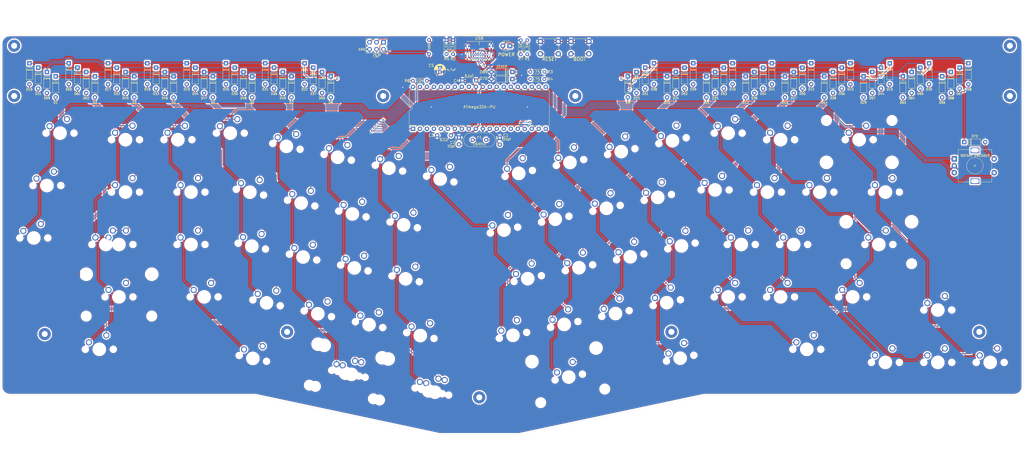
<source format=kicad_pcb>
(kicad_pcb (version 20171130) (host pcbnew "(5.1.6)-1")
  (layers (0 F.Cu signal) (31 B.Cu signal) (34 B.Paste user) (35 F.Paste user) (36 B.SilkS user) (37 F.SilkS user) (38 B.Mask user) (39 F.Mask user) (44 Edge.Cuts user))
  (net 0 "")
  (net 1 "Net-(C1-Pad2)")
  (net 2 GND)
  (net 3 "Net-(C2-Pad2)")
  (net 4 +5V)
  (net 5 "Net-(D1-Pad2)")
  (net 6 ROW0)
  (net 7 "Net-(D2-Pad2)")
  (net 8 "Net-(D3-Pad2)")
  (net 9 "Net-(D4-Pad2)")
  (net 10 "Net-(D5-Pad2)")
  (net 11 "Net-(D6-Pad2)")
  (net 12 "Net-(D7-Pad2)")
  (net 13 "Net-(D8-Pad2)")
  (net 14 "Net-(D9-Pad2)")
  (net 15 "Net-(D10-Pad2)")
  (net 16 "Net-(D11-Pad2)")
  (net 17 "Net-(D12-Pad2)")
  (net 18 "Net-(D13-Pad2)")
  (net 19 "Net-(D14-Pad2)")
  (net 20 "Net-(D15-Pad2)")
  (net 21 "Net-(D16-Pad2)")
  (net 22 ROW1)
  (net 23 "Net-(D17-Pad2)")
  (net 24 "Net-(D18-Pad2)")
  (net 25 "Net-(D19-Pad2)")
  (net 26 "Net-(D20-Pad2)")
  (net 27 "Net-(D21-Pad2)")
  (net 28 "Net-(D22-Pad2)")
  (net 29 "Net-(D23-Pad2)")
  (net 30 "Net-(D24-Pad2)")
  (net 31 "Net-(D25-Pad2)")
  (net 32 "Net-(D26-Pad2)")
  (net 33 "Net-(D27-Pad2)")
  (net 34 "Net-(D28-Pad2)")
  (net 35 "Net-(D29-Pad2)")
  (net 36 "Net-(D30-Pad2)")
  (net 37 ROW2)
  (net 38 "Net-(D31-Pad2)")
  (net 39 "Net-(D33-Pad2)")
  (net 40 "Net-(D34-Pad2)")
  (net 41 "Net-(D35-Pad2)")
  (net 42 "Net-(D36-Pad2)")
  (net 43 "Net-(D37-Pad2)")
  (net 44 "Net-(D38-Pad2)")
  (net 45 "Net-(D39-Pad2)")
  (net 46 "Net-(D40-Pad2)")
  (net 47 "Net-(D41-Pad2)")
  (net 48 "Net-(D42-Pad2)")
  (net 49 "Net-(D43-Pad2)")
  (net 50 "Net-(D44-Pad2)")
  (net 51 ROW3)
  (net 52 "Net-(D45-Pad2)")
  (net 53 "Net-(D46-Pad2)")
  (net 54 "Net-(D47-Pad2)")
  (net 55 "Net-(D48-Pad2)")
  (net 56 "Net-(D49-Pad2)")
  (net 57 "Net-(D50-Pad2)")
  (net 58 "Net-(D51-Pad2)")
  (net 59 "Net-(D52-Pad2)")
  (net 60 "Net-(D53-Pad2)")
  (net 61 "Net-(D54-Pad2)")
  (net 62 "Net-(D55-Pad2)")
  (net 63 "Net-(D56-Pad2)")
  (net 64 "Net-(D57-Pad2)")
  (net 65 "Net-(D58-Pad2)")
  (net 66 ROW4)
  (net 67 "Net-(D59-Pad2)")
  (net 68 "Net-(D60-Pad2)")
  (net 69 "Net-(D61-Pad2)")
  (net 70 "Net-(D62-Pad2)")
  (net 71 "Net-(D63-Pad2)")
  (net 72 "Net-(D64-Pad2)")
  (net 73 "Net-(D65-Pad2)")
  (net 74 "Net-(D66-Pad2)")
  (net 75 VCC)
  (net 76 reset)
  (net 77 MOSI)
  (net 78 SCK)
  (net 79 MISO)
  (net 80 COL0)
  (net 81 COL1)
  (net 82 COL2)
  (net 83 COL3)
  (net 84 COL4)
  (net 85 COL5)
  (net 86 COL6)
  (net 87 COL7)
  (net 88 COL8)
  (net 89 COL9)
  (net 90 COL10)
  (net 91 COL11)
  (net 92 COL12)
  (net 93 COL13)
  (net 94 COL14)
  (net 95 "Net-(R2-Pad2)")
  (net 96 D-)
  (net 97 D+)
  (net 98 "Net-(R5-Pad2)")
  (net 99 boot)
  (net 100 "Net-(U1-Pad15)")
  (net 101 "Net-(U1-Pad14)")
  (net 102 "Net-(U1-Pad32)")
  (net 103 "Net-(U2-PadA8)")
  (net 104 "Net-(U2-PadB8)")
  (net 105 "Net-(D67-Pad2)")
  (net 106 "Net-(D69-Pad1)")
  (net 107 "Net-(D68-Pad2)")
  (net 108 "Net-(D70-Pad1)")
  (net 109 "Net-(D71-Pad1)")
  (net 110 "Net-(D32-Pad2)")
  (net 111 EN1)
  (net 112 EN2)
  (net 113 "Net-(U1-Pad5)")
  (net 114 "Net-(D72-Pad2)")
  (net 115 "Net-(U1-Pad4)")
  (module basketweave:logo (layer B.Cu) (at 89.69375 196.05625 180)
    (fp_text reference G*** hide)
    (fp_text value LOGO hide)
  )
  (module basketweave:pattern_right (layer F.Cu) (at 254 86.51875)
    (fp_text reference REF** hide)
    (fp_text value pattern_right hide)
  )
  (module basketweave:pattern_left (layer F.Cu) (at 40.48125 86.51875)
    (fp_text reference REF** hide)
    (fp_text value pattern_left hide)
  )
  (module MX_Only:MXOnly-2.75U-ReversedStabilizers-NoLED (layer F.Cu) (at 231.753322 204.558443 12)
    (fp_text reference MX64)
    (fp_text value MX-NoLED)
    (pad 2 thru_hole circle (at 2.54 -5.08 12) (size 2.25 2.25) (drill 1.47) (layers *.Cu B.Mask) (net 71 "Net-(D63-Pad2)"))
    (pad "" np_thru_hole circle (at 0 0 12) (size 3.9878 3.9878) (drill 3.9878) (layers *.Cu *.Mask))
    (pad 1 thru_hole circle (at -3.81 -2.54 12) (size 2.25 2.25) (drill 1.47) (layers *.Cu B.Mask) (net 88 COL8))
    (pad "" np_thru_hole circle (at -5.08 0 60.0996) (size 1.75 1.75) (drill 1.75) (layers *.Cu *.Mask))
    (pad "" np_thru_hole circle (at 5.08 0 60.0996) (size 1.75 1.75) (drill 1.75) (layers *.Cu *.Mask))
    (pad "" np_thru_hole circle (at -11.90625 6.985 12) (size 3.048 3.048) (drill 3.048) (layers *.Cu *.Mask))
    (pad "" np_thru_hole circle (at 11.90625 6.985 12) (size 3.048 3.048) (drill 3.048) (layers *.Cu *.Mask))
    (pad "" np_thru_hole circle (at -11.90625 -8.255 12) (size 3.9878 3.9878) (drill 3.9878) (layers *.Cu *.Mask))
    (pad "" np_thru_hole circle (at 11.90625 -8.255 12) (size 3.9878 3.9878) (drill 3.9878) (layers *.Cu *.Mask))
  )
  (module MX_Only:MXOnly-2.25U-ReversedStabilizers-NoLED (layer F.Cu) (at 152.781 203.581 348)
    (fp_text reference MX70)
    (fp_text value MX-NoLED)
    (pad 2 thru_hole circle (at 2.54 -5.08 348) (size 2.25 2.25) (drill 1.47) (layers *.Cu B.Mask) (net 69 "Net-(D61-Pad2)"))
    (pad "" np_thru_hole circle (at 0 0 348) (size 3.9878 3.9878) (drill 3.9878) (layers *.Cu *.Mask))
    (pad 1 thru_hole circle (at -3.81 -2.54 348) (size 2.25 2.25) (drill 1.47) (layers *.Cu B.Mask) (net 84 COL4))
    (pad "" np_thru_hole circle (at -5.08 0 36.0996) (size 1.75 1.75) (drill 1.75) (layers *.Cu *.Mask))
    (pad "" np_thru_hole circle (at 5.08 0 36.0996) (size 1.75 1.75) (drill 1.75) (layers *.Cu *.Mask))
    (pad "" np_thru_hole circle (at -11.90625 6.985 348) (size 3.048 3.048) (drill 3.048) (layers *.Cu *.Mask))
    (pad "" np_thru_hole circle (at 11.90625 6.985 348) (size 3.048 3.048) (drill 3.048) (layers *.Cu *.Mask))
    (pad "" np_thru_hole circle (at -11.90625 -8.255 348) (size 3.9878 3.9878) (drill 3.9878) (layers *.Cu *.Mask))
    (pad "" np_thru_hole circle (at 11.90625 -8.255 348) (size 3.9878 3.9878) (drill 3.9878) (layers *.Cu *.Mask))
  )
  (module MX_Only:MXOnly-1U-NoLED (layer F.Cu) (at 183.134 210.058 348)
    (fp_text reference MX71)
    (fp_text value MX-NoLED)
    (pad 2 thru_hole circle (at 2.54 -5.08 348) (size 2.25 2.25) (drill 1.47) (layers *.Cu B.Mask) (net 70 "Net-(D62-Pad2)"))
    (pad "" np_thru_hole circle (at 0 0 348) (size 3.9878 3.9878) (drill 3.9878) (layers *.Cu *.Mask))
    (pad 1 thru_hole circle (at -3.81 -2.54 348) (size 2.25 2.25) (drill 1.47) (layers *.Cu B.Mask) (net 86 COL6))
    (pad "" np_thru_hole circle (at -5.08 0 36.0996) (size 1.75 1.75) (drill 1.75) (layers *.Cu *.Mask))
    (pad "" np_thru_hole circle (at 5.08 0 36.0996) (size 1.75 1.75) (drill 1.75) (layers *.Cu *.Mask))
  )
  (module MX_Only:MXOnly-1.5U-NoLED (layer F.Cu) (at 272.25625 197.694727 12)
    (fp_text reference MX65)
    (fp_text value MX-NoLED)
    (pad "" np_thru_hole circle (at 5.08 0 60.0996) (size 1.75 1.75) (drill 1.75) (layers *.Cu *.Mask))
    (pad "" np_thru_hole circle (at -5.08 0 60.0996) (size 1.75 1.75) (drill 1.75) (layers *.Cu *.Mask))
    (pad 1 thru_hole circle (at -3.81 -2.54 12) (size 2.25 2.25) (drill 1.47) (layers *.Cu B.Mask) (net 90 COL10))
    (pad "" np_thru_hole circle (at 0 0 12) (size 3.9878 3.9878) (drill 3.9878) (layers *.Cu *.Mask))
    (pad 2 thru_hole circle (at 2.54 -5.08 12) (size 2.25 2.25) (drill 1.47) (layers *.Cu B.Mask) (net 72 "Net-(D64-Pad2)"))
  )
  (module Diode_THT:D_DO-35_SOD27_P7.62mm_Horizontal (layer F.Cu) (at 375.539 119.126)
    (fp_text reference D72 (at 3.81 -2.12) (layer F.SilkS) (effects (font (size 0.8 0.8))))
    (fp_text value D_Small)
    (pad 2 thru_hole oval (at 7.62 0) (size 1.6 1.6) (drill 0.8) (layers *.Cu *.Mask) (net 114 "Net-(D72-Pad2)"))
    (pad 1 thru_hole rect (at 0 0) (size 1.6 1.6) (drill 0.8) (layers *.Cu *.Mask) (net 66 ROW4))
  )
  (module MountingHole:MountingHole_2.2mm_M2_Pad (layer F.Cu) (at 269.08125 188.11875)
    (fp_text reference H13 hide)
    (fp_text value MountingHole)
    (pad 1 thru_hole circle (at 0 0) (size 4.4 4.4) (drill 2.2) (layers *.Cu *.Mask))
  )
  (module MX_Only:MXOnly-2U-NoLED (layer F.Cu) (at 337.34375 118.26875)
    (fp_text reference MX15)
    (fp_text value MX-NoLED)
    (pad "" np_thru_hole circle (at 11.90625 8.255) (size 3.9878 3.9878) (drill 3.9878) (layers *.Cu *.Mask))
    (pad "" np_thru_hole circle (at -11.90625 8.255) (size 3.9878 3.9878) (drill 3.9878) (layers *.Cu *.Mask))
    (pad "" np_thru_hole circle (at 11.90625 -6.985) (size 3.048 3.048) (drill 3.048) (layers *.Cu *.Mask))
    (pad "" np_thru_hole circle (at -11.90625 -6.985) (size 3.048 3.048) (drill 3.048) (layers *.Cu *.Mask))
    (pad "" np_thru_hole circle (at 5.08 0 48.0996) (size 1.75 1.75) (drill 1.75) (layers *.Cu *.Mask))
    (pad "" np_thru_hole circle (at -5.08 0 48.0996) (size 1.75 1.75) (drill 1.75) (layers *.Cu *.Mask))
    (pad 1 thru_hole circle (at -3.81 -2.54) (size 2.25 2.25) (drill 1.47) (layers *.Cu B.Mask) (net 94 COL14))
    (pad "" np_thru_hole circle (at 0 0) (size 3.9878 3.9878) (drill 3.9878) (layers *.Cu *.Mask))
    (pad 2 thru_hole circle (at 2.54 -5.08) (size 2.25 2.25) (drill 1.47) (layers *.Cu B.Mask) (net 20 "Net-(D15-Pad2)"))
  )
  (module MX_Only:MXOnly-1.5U-NoLED (layer F.Cu) (at 70.64375 137.31875)
    (fp_text reference MX17)
    (fp_text value MX-NoLED)
    (pad "" np_thru_hole circle (at 5.08 0 48.0996) (size 1.75 1.75) (drill 1.75) (layers *.Cu *.Mask))
    (pad "" np_thru_hole circle (at -5.08 0 48.0996) (size 1.75 1.75) (drill 1.75) (layers *.Cu *.Mask))
    (pad 1 thru_hole circle (at -3.81 -2.54) (size 2.25 2.25) (drill 1.47) (layers *.Cu B.Mask) (net 81 COL1))
    (pad "" np_thru_hole circle (at 0 0) (size 3.9878 3.9878) (drill 3.9878) (layers *.Cu *.Mask))
    (pad 2 thru_hole circle (at 2.54 -5.08) (size 2.25 2.25) (drill 1.47) (layers *.Cu B.Mask) (net 23 "Net-(D17-Pad2)"))
  )
  (module MX_Only:MXOnly-1.5U-NoLED (layer F.Cu) (at 346.86875 137.31875)
    (fp_text reference MX30)
    (fp_text value MX-NoLED)
    (pad "" np_thru_hole circle (at 5.08 0 48.0996) (size 1.75 1.75) (drill 1.75) (layers *.Cu *.Mask))
    (pad "" np_thru_hole circle (at -5.08 0 48.0996) (size 1.75 1.75) (drill 1.75) (layers *.Cu *.Mask))
    (pad 1 thru_hole circle (at -3.81 -2.54) (size 2.25 2.25) (drill 1.47) (layers *.Cu B.Mask) (net 94 COL14))
    (pad "" np_thru_hole circle (at 0 0) (size 3.9878 3.9878) (drill 3.9878) (layers *.Cu *.Mask))
    (pad 2 thru_hole circle (at 2.54 -5.08) (size 2.25 2.25) (drill 1.47) (layers *.Cu B.Mask) (net 36 "Net-(D30-Pad2)"))
  )
  (module MX_Only:MXOnly-1.25U-NoLED (layer F.Cu) (at 63.5 156.36875)
    (fp_text reference MX32)
    (fp_text value MX-NoLED)
    (pad "" np_thru_hole circle (at 5.08 0 48.0996) (size 1.75 1.75) (drill 1.75) (layers *.Cu *.Mask))
    (pad "" np_thru_hole circle (at -5.08 0 48.0996) (size 1.75 1.75) (drill 1.75) (layers *.Cu *.Mask))
    (pad 1 thru_hole circle (at -3.81 -2.54) (size 2.25 2.25) (drill 1.47) (layers *.Cu B.Mask) (net 81 COL1))
    (pad "" np_thru_hole circle (at 0 0) (size 3.9878 3.9878) (drill 3.9878) (layers *.Cu *.Mask))
    (pad 2 thru_hole circle (at 2.54 -5.08) (size 2.25 2.25) (drill 1.47) (layers *.Cu B.Mask) (net 110 "Net-(D32-Pad2)"))
  )
  (module MX_Only:MXOnly-1.75U-NoLED (layer F.Cu) (at 68.2625 156.36875)
    (fp_text reference MX33)
    (fp_text value MX-NoLED)
    (pad "" np_thru_hole circle (at 5.08 0 48.0996) (size 1.75 1.75) (drill 1.75) (layers *.Cu *.Mask))
    (pad "" np_thru_hole circle (at -5.08 0 48.0996) (size 1.75 1.75) (drill 1.75) (layers *.Cu *.Mask))
    (pad 1 thru_hole circle (at -3.81 -2.54) (size 2.25 2.25) (drill 1.47) (layers *.Cu B.Mask) (net 81 COL1))
    (pad "" np_thru_hole circle (at 0 0) (size 3.9878 3.9878) (drill 3.9878) (layers *.Cu *.Mask))
    (pad 2 thru_hole circle (at 2.54 -5.08) (size 2.25 2.25) (drill 1.47) (layers *.Cu B.Mask) (net 110 "Net-(D32-Pad2)"))
  )
  (module MX_Only:MXOnly-2.25U-ReversedStabilizers-NoLED (layer F.Cu) (at 344.4875 156.36875)
    (fp_text reference MX45)
    (fp_text value MX-NoLED)
    (pad 2 thru_hole circle (at 2.54 -5.08) (size 2.25 2.25) (drill 1.47) (layers *.Cu B.Mask) (net 50 "Net-(D44-Pad2)"))
    (pad "" np_thru_hole circle (at 0 0) (size 3.9878 3.9878) (drill 3.9878) (layers *.Cu *.Mask))
    (pad 1 thru_hole circle (at -3.81 -2.54) (size 2.25 2.25) (drill 1.47) (layers *.Cu B.Mask) (net 93 COL13))
    (pad "" np_thru_hole circle (at -5.08 0 48.0996) (size 1.75 1.75) (drill 1.75) (layers *.Cu *.Mask))
    (pad "" np_thru_hole circle (at 5.08 0 48.0996) (size 1.75 1.75) (drill 1.75) (layers *.Cu *.Mask))
    (pad "" np_thru_hole circle (at -11.90625 6.985) (size 3.048 3.048) (drill 3.048) (layers *.Cu *.Mask))
    (pad "" np_thru_hole circle (at 11.90625 6.985) (size 3.048 3.048) (drill 3.048) (layers *.Cu *.Mask))
    (pad "" np_thru_hole circle (at -11.90625 -8.255) (size 3.9878 3.9878) (drill 3.9878) (layers *.Cu *.Mask))
    (pad "" np_thru_hole circle (at 11.90625 -8.255) (size 3.9878 3.9878) (drill 3.9878) (layers *.Cu *.Mask))
  )
  (module MX_Only:MXOnly-2.25U-ReversedStabilizers-NoLED (layer F.Cu) (at 68.2625 175.41875)
    (fp_text reference MX46)
    (fp_text value MX-NoLED)
    (pad 2 thru_hole circle (at 2.54 -5.08) (size 2.25 2.25) (drill 1.47) (layers *.Cu B.Mask) (net 52 "Net-(D45-Pad2)"))
    (pad "" np_thru_hole circle (at 0 0) (size 3.9878 3.9878) (drill 3.9878) (layers *.Cu *.Mask))
    (pad 1 thru_hole circle (at -3.81 -2.54) (size 2.25 2.25) (drill 1.47) (layers *.Cu B.Mask) (net 81 COL1))
    (pad "" np_thru_hole circle (at -5.08 0 48.0996) (size 1.75 1.75) (drill 1.75) (layers *.Cu *.Mask))
    (pad "" np_thru_hole circle (at 5.08 0 48.0996) (size 1.75 1.75) (drill 1.75) (layers *.Cu *.Mask))
    (pad "" np_thru_hole circle (at -11.90625 6.985) (size 3.048 3.048) (drill 3.048) (layers *.Cu *.Mask))
    (pad "" np_thru_hole circle (at 11.90625 6.985) (size 3.048 3.048) (drill 3.048) (layers *.Cu *.Mask))
    (pad "" np_thru_hole circle (at -11.90625 -8.255) (size 3.9878 3.9878) (drill 3.9878) (layers *.Cu *.Mask))
    (pad "" np_thru_hole circle (at 11.90625 -8.255) (size 3.9878 3.9878) (drill 3.9878) (layers *.Cu *.Mask))
  )
  (module MX_Only:MXOnly-1.75U-NoLED (layer F.Cu) (at 334.9625 175.41875)
    (fp_text reference MX58)
    (fp_text value MX-NoLED)
    (pad "" np_thru_hole circle (at 5.08 0 48.0996) (size 1.75 1.75) (drill 1.75) (layers *.Cu *.Mask))
    (pad "" np_thru_hole circle (at -5.08 0 48.0996) (size 1.75 1.75) (drill 1.75) (layers *.Cu *.Mask))
    (pad 1 thru_hole circle (at -3.81 -2.54) (size 2.25 2.25) (drill 1.47) (layers *.Cu B.Mask) (net 93 COL13))
    (pad "" np_thru_hole circle (at 0 0) (size 3.9878 3.9878) (drill 3.9878) (layers *.Cu *.Mask))
    (pad 2 thru_hole circle (at 2.54 -5.08) (size 2.25 2.25) (drill 1.47) (layers *.Cu B.Mask) (net 64 "Net-(D57-Pad2)"))
  )
  (module MX_Only:MXOnly-1.5U-NoLED (layer F.Cu) (at 61.11875 194.46875)
    (fp_text reference MX60)
    (fp_text value MX-NoLED)
    (pad "" np_thru_hole circle (at 5.08 0 48.0996) (size 1.75 1.75) (drill 1.75) (layers *.Cu *.Mask))
    (pad "" np_thru_hole circle (at -5.08 0 48.0996) (size 1.75 1.75) (drill 1.75) (layers *.Cu *.Mask))
    (pad 1 thru_hole circle (at -3.81 -2.54) (size 2.25 2.25) (drill 1.47) (layers *.Cu B.Mask) (net 81 COL1))
    (pad "" np_thru_hole circle (at 0 0) (size 3.9878 3.9878) (drill 3.9878) (layers *.Cu *.Mask))
    (pad 2 thru_hole circle (at 2.54 -5.08) (size 2.25 2.25) (drill 1.47) (layers *.Cu B.Mask) (net 67 "Net-(D59-Pad2)"))
  )
  (module MX_Only:MXOnly-1.5U-NoLED (layer F.Cu) (at 116.93525 197.773431 348)
    (fp_text reference MX61)
    (fp_text value MX-NoLED)
    (pad "" np_thru_hole circle (at 5.08 0 36.0996) (size 1.75 1.75) (drill 1.75) (layers *.Cu *.Mask))
    (pad "" np_thru_hole circle (at -5.08 0 36.0996) (size 1.75 1.75) (drill 1.75) (layers *.Cu *.Mask))
    (pad 1 thru_hole circle (at -3.81 -2.54 348) (size 2.25 2.25) (drill 1.47) (layers *.Cu B.Mask) (net 82 COL2))
    (pad "" np_thru_hole circle (at 0 0 348) (size 3.9878 3.9878) (drill 3.9878) (layers *.Cu *.Mask))
    (pad 2 thru_hole circle (at 2.54 -5.08 348) (size 2.25 2.25) (drill 1.47) (layers *.Cu B.Mask) (net 68 "Net-(D60-Pad2)"))
  )
  (module MX_Only:MXOnly-2U-ReversedStabilizers-NoLED (layer F.Cu) (at 150.557691 203.151878 348)
    (fp_text reference MX62)
    (fp_text value MX-NoLED)
    (pad 2 thru_hole circle (at 2.54 -5.08 348) (size 2.25 2.25) (drill 1.47) (layers *.Cu B.Mask) (net 69 "Net-(D61-Pad2)"))
    (pad "" np_thru_hole circle (at 0 0 348) (size 3.9878 3.9878) (drill 3.9878) (layers *.Cu *.Mask))
    (pad 1 thru_hole circle (at -3.81 -2.54 348) (size 2.25 2.25) (drill 1.47) (layers *.Cu B.Mask) (net 84 COL4))
    (pad "" np_thru_hole circle (at -5.08 0 36.0996) (size 1.75 1.75) (drill 1.75) (layers *.Cu *.Mask))
    (pad "" np_thru_hole circle (at 5.08 0 36.0996) (size 1.75 1.75) (drill 1.75) (layers *.Cu *.Mask))
    (pad "" np_thru_hole circle (at -11.90625 6.985 348) (size 3.048 3.048) (drill 3.048) (layers *.Cu *.Mask))
    (pad "" np_thru_hole circle (at 11.90625 6.985 348) (size 3.048 3.048) (drill 3.048) (layers *.Cu *.Mask))
    (pad "" np_thru_hole circle (at -11.90625 -8.255 348) (size 3.9878 3.9878) (drill 3.9878) (layers *.Cu *.Mask))
    (pad "" np_thru_hole circle (at 11.90625 -8.255 348) (size 3.9878 3.9878) (drill 3.9878) (layers *.Cu *.Mask))
  )
  (module MX_Only:MXOnly-1.25U-NoLED (layer F.Cu) (at 180.837473 209.588044 348)
    (fp_text reference MX63)
    (fp_text value MX-NoLED)
    (pad "" np_thru_hole circle (at 5.08 0 36.0996) (size 1.75 1.75) (drill 1.75) (layers *.Cu *.Mask))
    (pad "" np_thru_hole circle (at -5.08 0 36.0996) (size 1.75 1.75) (drill 1.75) (layers *.Cu *.Mask))
    (pad 1 thru_hole circle (at -3.81 -2.54 348) (size 2.25 2.25) (drill 1.47) (layers *.Cu B.Mask) (net 86 COL6))
    (pad "" np_thru_hole circle (at 0 0 348) (size 3.9878 3.9878) (drill 3.9878) (layers *.Cu *.Mask))
    (pad 2 thru_hole circle (at 2.54 -5.08 348) (size 2.25 2.25) (drill 1.47) (layers *.Cu B.Mask) (net 70 "Net-(D62-Pad2)"))
  )
  (module MX_Only:MXOnly-1.5U-NoLED (layer F.Cu) (at 318.29375 194.46875)
    (fp_text reference MX66)
    (fp_text value MX-NoLED)
    (pad "" np_thru_hole circle (at 5.08 0 48.0996) (size 1.75 1.75) (drill 1.75) (layers *.Cu *.Mask))
    (pad "" np_thru_hole circle (at -5.08 0 48.0996) (size 1.75 1.75) (drill 1.75) (layers *.Cu *.Mask))
    (pad 1 thru_hole circle (at -3.81 -2.54) (size 2.25 2.25) (drill 1.47) (layers *.Cu B.Mask) (net 91 COL11))
    (pad "" np_thru_hole circle (at 0 0) (size 3.9878 3.9878) (drill 3.9878) (layers *.Cu *.Mask))
    (pad 2 thru_hole circle (at 2.54 -5.08) (size 2.25 2.25) (drill 1.47) (layers *.Cu B.Mask) (net 73 "Net-(D65-Pad2)"))
  )
  (module MX_Only:MXOnly-1U-NoLED (layer F.Cu) (at 213.581237 130.518686 12)
    (fp_text reference MX9)
    (fp_text value MX-NoLED)
    (pad "" np_thru_hole circle (at 5.08 0 60.0996) (size 1.75 1.75) (drill 1.75) (layers *.Cu *.Mask))
    (pad "" np_thru_hole circle (at -5.08 0 60.0996) (size 1.75 1.75) (drill 1.75) (layers *.Cu *.Mask))
    (pad 1 thru_hole circle (at -3.81 -2.54 12) (size 2.25 2.25) (drill 1.47) (layers *.Cu B.Mask) (net 88 COL8))
    (pad "" np_thru_hole circle (at 0 0 12) (size 3.9878 3.9878) (drill 3.9878) (layers *.Cu *.Mask))
    (pad 2 thru_hole circle (at 2.54 -5.08 12) (size 2.25 2.25) (drill 1.47) (layers *.Cu B.Mask) (net 14 "Net-(D9-Pad2)"))
  )
  (module MX_Only:MXOnly-1U-NoLED (layer F.Cu) (at 166.400562 128.617031 348)
    (fp_text reference MX7)
    (fp_text value MX-NoLED)
    (pad "" np_thru_hole circle (at 5.08 0 36.0996) (size 1.75 1.75) (drill 1.75) (layers *.Cu *.Mask))
    (pad "" np_thru_hole circle (at -5.08 0 36.0996) (size 1.75 1.75) (drill 1.75) (layers *.Cu *.Mask))
    (pad 1 thru_hole circle (at -3.81 -2.54 348) (size 2.25 2.25) (drill 1.47) (layers *.Cu B.Mask) (net 86 COL6))
    (pad "" np_thru_hole circle (at 0 0 348) (size 3.9878 3.9878) (drill 3.9878) (layers *.Cu *.Mask))
    (pad 2 thru_hole circle (at 2.54 -5.08 348) (size 2.25 2.25) (drill 1.47) (layers *.Cu B.Mask) (net 12 "Net-(D7-Pad2)"))
  )
  (module MX_Only:MXOnly-1U-NoLED (layer F.Cu) (at 185.034274 132.577748 348)
    (fp_text reference MX8)
    (fp_text value MX-NoLED)
    (pad "" np_thru_hole circle (at 5.08 0 36.0996) (size 1.75 1.75) (drill 1.75) (layers *.Cu *.Mask))
    (pad "" np_thru_hole circle (at -5.08 0 36.0996) (size 1.75 1.75) (drill 1.75) (layers *.Cu *.Mask))
    (pad 1 thru_hole circle (at -3.81 -2.54 348) (size 2.25 2.25) (drill 1.47) (layers *.Cu B.Mask) (net 87 COL7))
    (pad "" np_thru_hole circle (at 0 0 348) (size 3.9878 3.9878) (drill 3.9878) (layers *.Cu *.Mask))
    (pad 2 thru_hole circle (at 2.54 -5.08 348) (size 2.25 2.25) (drill 1.47) (layers *.Cu B.Mask) (net 13 "Net-(D8-Pad2)"))
  )
  (module MX_Only:MXOnly-1U-NoLED (layer F.Cu) (at 308.76875 175.41875)
    (fp_text reference MX57)
    (fp_text value MX-NoLED)
    (pad "" np_thru_hole circle (at 5.08 0 48.0996) (size 1.75 1.75) (drill 1.75) (layers *.Cu *.Mask))
    (pad "" np_thru_hole circle (at -5.08 0 48.0996) (size 1.75 1.75) (drill 1.75) (layers *.Cu *.Mask))
    (pad 1 thru_hole circle (at -3.81 -2.54) (size 2.25 2.25) (drill 1.47) (layers *.Cu B.Mask) (net 92 COL12))
    (pad "" np_thru_hole circle (at 0 0) (size 3.9878 3.9878) (drill 3.9878) (layers *.Cu *.Mask))
    (pad 2 thru_hole circle (at 2.54 -5.08) (size 2.25 2.25) (drill 1.47) (layers *.Cu B.Mask) (net 63 "Net-(D56-Pad2)"))
  )
  (module MX_Only:MXOnly-1U-NoLED (layer F.Cu) (at 323.05625 137.31875)
    (fp_text reference MX29)
    (fp_text value MX-NoLED)
    (pad "" np_thru_hole circle (at 5.08 0 48.0996) (size 1.75 1.75) (drill 1.75) (layers *.Cu *.Mask))
    (pad "" np_thru_hole circle (at -5.08 0 48.0996) (size 1.75 1.75) (drill 1.75) (layers *.Cu *.Mask))
    (pad 1 thru_hole circle (at -3.81 -2.54) (size 2.25 2.25) (drill 1.47) (layers *.Cu B.Mask) (net 93 COL13))
    (pad "" np_thru_hole circle (at 0 0) (size 3.9878 3.9878) (drill 3.9878) (layers *.Cu *.Mask))
    (pad 2 thru_hole circle (at 2.54 -5.08) (size 2.25 2.25) (drill 1.47) (layers *.Cu B.Mask) (net 35 "Net-(D29-Pad2)"))
  )
  (module MX_Only:MXOnly-1U-NoLED (layer F.Cu) (at 216.844245 168.776289 12)
    (fp_text reference MX39)
    (fp_text value MX-NoLED)
    (pad "" np_thru_hole circle (at 5.08 0 60.0996) (size 1.75 1.75) (drill 1.75) (layers *.Cu *.Mask))
    (pad "" np_thru_hole circle (at -5.08 0 60.0996) (size 1.75 1.75) (drill 1.75) (layers *.Cu *.Mask))
    (pad 1 thru_hole circle (at -3.81 -2.54 12) (size 2.25 2.25) (drill 1.47) (layers *.Cu B.Mask) (net 87 COL7))
    (pad "" np_thru_hole circle (at 0 0 12) (size 3.9878 3.9878) (drill 3.9878) (layers *.Cu *.Mask))
    (pad 2 thru_hole circle (at 2.54 -5.08 12) (size 2.25 2.25) (drill 1.47) (layers *.Cu B.Mask) (net 44 "Net-(D38-Pad2)"))
  )
  (module MX_Only:MXOnly-1U-NoLED (layer F.Cu) (at 232.214949 126.557968 12)
    (fp_text reference MX10)
    (fp_text value MX-NoLED)
    (pad "" np_thru_hole circle (at 5.08 0 60.0996) (size 1.75 1.75) (drill 1.75) (layers *.Cu *.Mask))
    (pad "" np_thru_hole circle (at -5.08 0 60.0996) (size 1.75 1.75) (drill 1.75) (layers *.Cu *.Mask))
    (pad 1 thru_hole circle (at -3.81 -2.54 12) (size 2.25 2.25) (drill 1.47) (layers *.Cu B.Mask) (net 89 COL9))
    (pad "" np_thru_hole circle (at 0 0 12) (size 3.9878 3.9878) (drill 3.9878) (layers *.Cu *.Mask))
    (pad 2 thru_hole circle (at 2.54 -5.08 12) (size 2.25 2.25) (drill 1.47) (layers *.Cu B.Mask) (net 15 "Net-(D10-Pad2)"))
  )
  (module MX_Only:MXOnly-1U-NoLED (layer F.Cu) (at 289.71875 115.8875)
    (fp_text reference MX13)
    (fp_text value MX-NoLED)
    (pad "" np_thru_hole circle (at 5.08 0 48.0996) (size 1.75 1.75) (drill 1.75) (layers *.Cu *.Mask))
    (pad "" np_thru_hole circle (at -5.08 0 48.0996) (size 1.75 1.75) (drill 1.75) (layers *.Cu *.Mask))
    (pad 1 thru_hole circle (at -3.81 -2.54) (size 2.25 2.25) (drill 1.47) (layers *.Cu B.Mask) (net 92 COL12))
    (pad "" np_thru_hole circle (at 0 0) (size 3.9878 3.9878) (drill 3.9878) (layers *.Cu *.Mask))
    (pad 2 thru_hole circle (at 2.54 -5.08) (size 2.25 2.25) (drill 1.47) (layers *.Cu B.Mask) (net 18 "Net-(D13-Pad2)"))
  )
  (module MX_Only:MXOnly-1U-NoLED (layer F.Cu) (at 208.225099 151.132756 12)
    (fp_text reference MX23)
    (fp_text value MX-NoLED)
    (pad "" np_thru_hole circle (at 5.08 0 60.0996) (size 1.75 1.75) (drill 1.75) (layers *.Cu *.Mask))
    (pad "" np_thru_hole circle (at -5.08 0 60.0996) (size 1.75 1.75) (drill 1.75) (layers *.Cu *.Mask))
    (pad 1 thru_hole circle (at -3.81 -2.54 12) (size 2.25 2.25) (drill 1.47) (layers *.Cu B.Mask) (net 87 COL7))
    (pad "" np_thru_hole circle (at 0 0 12) (size 3.9878 3.9878) (drill 3.9878) (layers *.Cu *.Mask))
    (pad 2 thru_hole circle (at 2.54 -5.08 12) (size 2.25 2.25) (drill 1.47) (layers *.Cu B.Mask) (net 29 "Net-(D23-Pad2)"))
  )
  (module MX_Only:MXOnly-1U-NoLED (layer F.Cu) (at 269.482372 118.636533 12)
    (fp_text reference MX12)
    (fp_text value MX-NoLED)
    (pad "" np_thru_hole circle (at 5.08 0 60.0996) (size 1.75 1.75) (drill 1.75) (layers *.Cu *.Mask))
    (pad "" np_thru_hole circle (at -5.08 0 60.0996) (size 1.75 1.75) (drill 1.75) (layers *.Cu *.Mask))
    (pad 1 thru_hole circle (at -3.81 -2.54 12) (size 2.25 2.25) (drill 1.47) (layers *.Cu B.Mask) (net 91 COL11))
    (pad "" np_thru_hole circle (at 0 0 12) (size 3.9878 3.9878) (drill 3.9878) (layers *.Cu *.Mask))
    (pad 2 thru_hole circle (at 2.54 -5.08 12) (size 2.25 2.25) (drill 1.47) (layers *.Cu B.Mask) (net 17 "Net-(D12-Pad2)"))
  )
  (module MX_Only:MXOnly-1U-NoLED (layer F.Cu) (at 284.95625 136.525)
    (fp_text reference MX27)
    (fp_text value MX-NoLED)
    (pad "" np_thru_hole circle (at 5.08 0 48.0996) (size 1.75 1.75) (drill 1.75) (layers *.Cu *.Mask))
    (pad "" np_thru_hole circle (at -5.08 0 48.0996) (size 1.75 1.75) (drill 1.75) (layers *.Cu *.Mask))
    (pad 1 thru_hole circle (at -3.81 -2.54) (size 2.25 2.25) (drill 1.47) (layers *.Cu B.Mask) (net 91 COL11))
    (pad "" np_thru_hole circle (at 0 0) (size 3.9878 3.9878) (drill 3.9878) (layers *.Cu *.Mask))
    (pad 2 thru_hole circle (at 2.54 -5.08) (size 2.25 2.25) (drill 1.47) (layers *.Cu B.Mask) (net 33 "Net-(D27-Pad2)"))
  )
  (module MX_Only:MXOnly-1U-NoLED (layer F.Cu) (at 384.96875 199.23125)
    (fp_text reference MX69)
    (fp_text value MX-NoLED)
    (pad "" np_thru_hole circle (at 5.08 0 48.0996) (size 1.75 1.75) (drill 1.75) (layers *.Cu *.Mask))
    (pad "" np_thru_hole circle (at -5.08 0 48.0996) (size 1.75 1.75) (drill 1.75) (layers *.Cu *.Mask))
    (pad 1 thru_hole circle (at -3.81 -2.54) (size 2.25 2.25) (drill 1.47) (layers *.Cu B.Mask) (net 94 COL14))
    (pad "" np_thru_hole circle (at 0 0) (size 3.9878 3.9878) (drill 3.9878) (layers *.Cu *.Mask))
    (pad 2 thru_hole circle (at 2.54 -5.08) (size 2.25 2.25) (drill 1.47) (layers *.Cu B.Mask) (net 107 "Net-(D68-Pad2)"))
  )
  (module MX_Only:MXOnly-1U-NoLED (layer F.Cu) (at 129.133139 120.695595 348)
    (fp_text reference MX5)
    (fp_text value MX-NoLED)
    (pad 2 thru_hole circle (at 2.54 -5.08 348) (size 2.25 2.25) (drill 1.47) (layers *.Cu B.Mask) (net 10 "Net-(D5-Pad2)"))
    (pad "" np_thru_hole circle (at 0 0 348) (size 3.9878 3.9878) (drill 3.9878) (layers *.Cu *.Mask))
    (pad 1 thru_hole circle (at -3.81 -2.54 348) (size 2.25 2.25) (drill 1.47) (layers *.Cu B.Mask) (net 84 COL4))
    (pad "" np_thru_hole circle (at -5.08 0 36.0996) (size 1.75 1.75) (drill 1.75) (layers *.Cu *.Mask))
    (pad "" np_thru_hole circle (at 5.08 0 36.0996) (size 1.75 1.75) (drill 1.75) (layers *.Cu *.Mask))
  )
  (module MX_Only:MXOnly-1U-NoLED (layer F.Cu) (at 108.74375 115.8875)
    (fp_text reference MX4)
    (fp_text value MX-NoLED)
    (pad 2 thru_hole circle (at 2.54 -5.08) (size 2.25 2.25) (drill 1.47) (layers *.Cu B.Mask) (net 9 "Net-(D4-Pad2)"))
    (pad "" np_thru_hole circle (at 0 0) (size 3.9878 3.9878) (drill 3.9878) (layers *.Cu *.Mask))
    (pad 1 thru_hole circle (at -3.81 -2.54) (size 2.25 2.25) (drill 1.47) (layers *.Cu B.Mask) (net 83 COL3))
    (pad "" np_thru_hole circle (at -5.08 0 48.0996) (size 1.75 1.75) (drill 1.75) (layers *.Cu *.Mask))
    (pad "" np_thru_hole circle (at 5.08 0 48.0996) (size 1.75 1.75) (drill 1.75) (layers *.Cu *.Mask))
  )
  (module MX_Only:MXOnly-1U-NoLED (layer F.Cu) (at 99.21875 175.41875)
    (fp_text reference MX47)
    (fp_text value MX-NoLED)
    (pad "" np_thru_hole circle (at 5.08 0 48.0996) (size 1.75 1.75) (drill 1.75) (layers *.Cu *.Mask))
    (pad "" np_thru_hole circle (at -5.08 0 48.0996) (size 1.75 1.75) (drill 1.75) (layers *.Cu *.Mask))
    (pad 1 thru_hole circle (at -3.81 -2.54) (size 2.25 2.25) (drill 1.47) (layers *.Cu B.Mask) (net 82 COL2))
    (pad "" np_thru_hole circle (at 0 0) (size 3.9878 3.9878) (drill 3.9878) (layers *.Cu *.Mask))
    (pad 2 thru_hole circle (at 2.54 -5.08) (size 2.25 2.25) (drill 1.47) (layers *.Cu B.Mask) (net 53 "Net-(D46-Pad2)"))
  )
  (module MX_Only:MXOnly-1U-NoLED (layer F.Cu) (at 70.64375 118.26875)
    (fp_text reference MX2)
    (fp_text value MX-NoLED)
    (pad 2 thru_hole circle (at 2.54 -5.08) (size 2.25 2.25) (drill 1.47) (layers *.Cu B.Mask) (net 7 "Net-(D2-Pad2)"))
    (pad "" np_thru_hole circle (at 0 0) (size 3.9878 3.9878) (drill 3.9878) (layers *.Cu *.Mask))
    (pad 1 thru_hole circle (at -3.81 -2.54) (size 2.25 2.25) (drill 1.47) (layers *.Cu B.Mask) (net 81 COL1))
    (pad "" np_thru_hole circle (at -5.08 0 48.0996) (size 1.75 1.75) (drill 1.75) (layers *.Cu *.Mask))
    (pad "" np_thru_hole circle (at 5.08 0 48.0996) (size 1.75 1.75) (drill 1.75) (layers *.Cu *.Mask))
  )
  (module MX_Only:MXOnly-1U-NoLED (layer F.Cu) (at 42.06875 134.9375)
    (fp_text reference MX16)
    (fp_text value MX-NoLED)
    (pad "" np_thru_hole circle (at 5.08 0 48.0996) (size 1.75 1.75) (drill 1.75) (layers *.Cu *.Mask))
    (pad "" np_thru_hole circle (at -5.08 0 48.0996) (size 1.75 1.75) (drill 1.75) (layers *.Cu *.Mask))
    (pad 1 thru_hole circle (at -3.81 -2.54) (size 2.25 2.25) (drill 1.47) (layers *.Cu B.Mask) (net 80 COL0))
    (pad "" np_thru_hole circle (at 0 0) (size 3.9878 3.9878) (drill 3.9878) (layers *.Cu *.Mask))
    (pad 2 thru_hole circle (at 2.54 -5.08) (size 2.25 2.25) (drill 1.47) (layers *.Cu B.Mask) (net 21 "Net-(D16-Pad2)"))
  )
  (module MX_Only:MXOnly-1U-NoLED (layer F.Cu) (at 250.848661 122.59725 12)
    (fp_text reference MX11)
    (fp_text value MX-NoLED)
    (pad "" np_thru_hole circle (at 5.08 0 60.0996) (size 1.75 1.75) (drill 1.75) (layers *.Cu *.Mask))
    (pad "" np_thru_hole circle (at -5.08 0 60.0996) (size 1.75 1.75) (drill 1.75) (layers *.Cu *.Mask))
    (pad 1 thru_hole circle (at -3.81 -2.54 12) (size 2.25 2.25) (drill 1.47) (layers *.Cu B.Mask) (net 90 COL10))
    (pad "" np_thru_hole circle (at 0 0 12) (size 3.9878 3.9878) (drill 3.9878) (layers *.Cu *.Mask))
    (pad 2 thru_hole circle (at 2.54 -5.08 12) (size 2.25 2.25) (drill 1.47) (layers *.Cu B.Mask) (net 16 "Net-(D11-Pad2)"))
  )
  (module MX_Only:MXOnly-1U-NoLED (layer F.Cu) (at 147.76685 124.656313 348)
    (fp_text reference MX6)
    (fp_text value MX-NoLED)
    (pad "" np_thru_hole circle (at 5.08 0 36.0996) (size 1.75 1.75) (drill 1.75) (layers *.Cu *.Mask))
    (pad "" np_thru_hole circle (at -5.08 0 36.0996) (size 1.75 1.75) (drill 1.75) (layers *.Cu *.Mask))
    (pad 1 thru_hole circle (at -3.81 -2.54 348) (size 2.25 2.25) (drill 1.47) (layers *.Cu B.Mask) (net 85 COL5))
    (pad "" np_thru_hole circle (at 0 0 348) (size 3.9878 3.9878) (drill 3.9878) (layers *.Cu *.Mask))
    (pad 2 thru_hole circle (at 2.54 -5.08 348) (size 2.25 2.25) (drill 1.47) (layers *.Cu B.Mask) (net 11 "Net-(D6-Pad2)"))
  )
  (module MX_Only:MXOnly-1U-NoLED (layer F.Cu) (at 365.91875 199.23125)
    (fp_text reference MX68)
    (fp_text value MX-NoLED)
    (pad "" np_thru_hole circle (at 5.08 0 48.0996) (size 1.75 1.75) (drill 1.75) (layers *.Cu *.Mask))
    (pad "" np_thru_hole circle (at -5.08 0 48.0996) (size 1.75 1.75) (drill 1.75) (layers *.Cu *.Mask))
    (pad 1 thru_hole circle (at -3.81 -2.54) (size 2.25 2.25) (drill 1.47) (layers *.Cu B.Mask) (net 93 COL13))
    (pad "" np_thru_hole circle (at 0 0) (size 3.9878 3.9878) (drill 3.9878) (layers *.Cu *.Mask))
    (pad 2 thru_hole circle (at 2.54 -5.08) (size 2.25 2.25) (drill 1.47) (layers *.Cu B.Mask) (net 105 "Net-(D67-Pad2)"))
  )
  (module MX_Only:MXOnly-1U-NoLED (layer F.Cu) (at 346.86875 199.23125)
    (fp_text reference MX67)
    (fp_text value MX-NoLED)
    (pad "" np_thru_hole circle (at 5.08 0 48.0996) (size 1.75 1.75) (drill 1.75) (layers *.Cu *.Mask))
    (pad "" np_thru_hole circle (at -5.08 0 48.0996) (size 1.75 1.75) (drill 1.75) (layers *.Cu *.Mask))
    (pad 1 thru_hole circle (at -3.81 -2.54) (size 2.25 2.25) (drill 1.47) (layers *.Cu B.Mask) (net 92 COL12))
    (pad "" np_thru_hole circle (at 0 0) (size 3.9878 3.9878) (drill 3.9878) (layers *.Cu *.Mask))
    (pad 2 thru_hole circle (at 2.54 -5.08) (size 2.25 2.25) (drill 1.47) (layers *.Cu B.Mask) (net 74 "Net-(D66-Pad2)"))
  )
  (module MX_Only:MXOnly-1U-NoLED (layer F.Cu) (at 365.91875 180.18125)
    (fp_text reference MX59)
    (fp_text value MX-NoLED)
    (pad "" np_thru_hole circle (at 5.08 0 48.0996) (size 1.75 1.75) (drill 1.75) (layers *.Cu *.Mask))
    (pad "" np_thru_hole circle (at -5.08 0 48.0996) (size 1.75 1.75) (drill 1.75) (layers *.Cu *.Mask))
    (pad 1 thru_hole circle (at -3.81 -2.54) (size 2.25 2.25) (drill 1.47) (layers *.Cu B.Mask) (net 94 COL14))
    (pad "" np_thru_hole circle (at 0 0) (size 3.9878 3.9878) (drill 3.9878) (layers *.Cu *.Mask))
    (pad 2 thru_hole circle (at 2.54 -5.08) (size 2.25 2.25) (drill 1.47) (layers *.Cu B.Mask) (net 65 "Net-(D58-Pad2)"))
  )
  (module MX_Only:MXOnly-1U-NoLED (layer F.Cu) (at 289.71875 175.41875)
    (fp_text reference MX56)
    (fp_text value MX-NoLED)
    (pad "" np_thru_hole circle (at 5.08 0 48.0996) (size 1.75 1.75) (drill 1.75) (layers *.Cu *.Mask))
    (pad "" np_thru_hole circle (at -5.08 0 48.0996) (size 1.75 1.75) (drill 1.75) (layers *.Cu *.Mask))
    (pad 1 thru_hole circle (at -3.81 -2.54) (size 2.25 2.25) (drill 1.47) (layers *.Cu B.Mask) (net 91 COL11))
    (pad "" np_thru_hole circle (at 0 0) (size 3.9878 3.9878) (drill 3.9878) (layers *.Cu *.Mask))
    (pad 2 thru_hole circle (at 2.54 -5.08) (size 2.25 2.25) (drill 1.47) (layers *.Cu B.Mask) (net 62 "Net-(D55-Pad2)"))
  )
  (module MX_Only:MXOnly-1U-NoLED (layer F.Cu) (at 267.389242 177.508206 12)
    (fp_text reference MX55)
    (fp_text value MX-NoLED)
    (pad "" np_thru_hole circle (at 5.08 0 60.0996) (size 1.75 1.75) (drill 1.75) (layers *.Cu *.Mask))
    (pad "" np_thru_hole circle (at -5.08 0 60.0996) (size 1.75 1.75) (drill 1.75) (layers *.Cu *.Mask))
    (pad 1 thru_hole circle (at -3.81 -2.54 12) (size 2.25 2.25) (drill 1.47) (layers *.Cu B.Mask) (net 90 COL10))
    (pad "" np_thru_hole circle (at 0 0 12) (size 3.9878 3.9878) (drill 3.9878) (layers *.Cu *.Mask))
    (pad 2 thru_hole circle (at 2.54 -5.08 12) (size 2.25 2.25) (drill 1.47) (layers *.Cu B.Mask) (net 61 "Net-(D54-Pad2)"))
  )
  (module MX_Only:MXOnly-1U-NoLED (layer F.Cu) (at 248.75553 181.468924 12)
    (fp_text reference MX54)
    (fp_text value MX-NoLED)
    (pad "" np_thru_hole circle (at 5.08 0 60.0996) (size 1.75 1.75) (drill 1.75) (layers *.Cu *.Mask))
    (pad "" np_thru_hole circle (at -5.08 0 60.0996) (size 1.75 1.75) (drill 1.75) (layers *.Cu *.Mask))
    (pad 1 thru_hole circle (at -3.81 -2.54 12) (size 2.25 2.25) (drill 1.47) (layers *.Cu B.Mask) (net 89 COL9))
    (pad "" np_thru_hole circle (at 0 0 12) (size 3.9878 3.9878) (drill 3.9878) (layers *.Cu *.Mask))
    (pad 2 thru_hole circle (at 2.54 -5.08 12) (size 2.25 2.25) (drill 1.47) (layers *.Cu B.Mask) (net 60 "Net-(D53-Pad2)"))
  )
  (module MX_Only:MXOnly-1U-NoLED (layer F.Cu) (at 230.121818 185.429642 12)
    (fp_text reference MX53)
    (fp_text value MX-NoLED)
    (pad "" np_thru_hole circle (at 5.08 0 60.0996) (size 1.75 1.75) (drill 1.75) (layers *.Cu *.Mask))
    (pad "" np_thru_hole circle (at -5.08 0 60.0996) (size 1.75 1.75) (drill 1.75) (layers *.Cu *.Mask))
    (pad 1 thru_hole circle (at -3.81 -2.54 12) (size 2.25 2.25) (drill 1.47) (layers *.Cu B.Mask) (net 88 COL8))
    (pad "" np_thru_hole circle (at 0 0 12) (size 3.9878 3.9878) (drill 3.9878) (layers *.Cu *.Mask))
    (pad 2 thru_hole circle (at 2.54 -5.08 12) (size 2.25 2.25) (drill 1.47) (layers *.Cu B.Mask) (net 59 "Net-(D52-Pad2)"))
  )
  (module MX_Only:MXOnly-1U-NoLED (layer F.Cu) (at 177.810549 189.469063 348)
    (fp_text reference MX51)
    (fp_text value MX-NoLED)
    (pad "" np_thru_hole circle (at 5.08 0 36.0996) (size 1.75 1.75) (drill 1.75) (layers *.Cu *.Mask))
    (pad "" np_thru_hole circle (at -5.08 0 36.0996) (size 1.75 1.75) (drill 1.75) (layers *.Cu *.Mask))
    (pad 1 thru_hole circle (at -3.81 -2.54 348) (size 2.25 2.25) (drill 1.47) (layers *.Cu B.Mask) (net 86 COL6))
    (pad "" np_thru_hole circle (at 0 0 348) (size 3.9878 3.9878) (drill 3.9878) (layers *.Cu *.Mask))
    (pad 2 thru_hole circle (at 2.54 -5.08 348) (size 2.25 2.25) (drill 1.47) (layers *.Cu B.Mask) (net 57 "Net-(D50-Pad2)"))
  )
  (module MX_Only:MXOnly-1U-NoLED (layer F.Cu) (at 159.176837 185.508345 348)
    (fp_text reference MX50)
    (fp_text value MX-NoLED)
    (pad "" np_thru_hole circle (at 5.08 0 36.0996) (size 1.75 1.75) (drill 1.75) (layers *.Cu *.Mask))
    (pad "" np_thru_hole circle (at -5.08 0 36.0996) (size 1.75 1.75) (drill 1.75) (layers *.Cu *.Mask))
    (pad 1 thru_hole circle (at -3.81 -2.54 348) (size 2.25 2.25) (drill 1.47) (layers *.Cu B.Mask) (net 85 COL5))
    (pad "" np_thru_hole circle (at 0 0 348) (size 3.9878 3.9878) (drill 3.9878) (layers *.Cu *.Mask))
    (pad 2 thru_hole circle (at 2.54 -5.08 348) (size 2.25 2.25) (drill 1.47) (layers *.Cu B.Mask) (net 56 "Net-(D49-Pad2)"))
  )
  (module MX_Only:MXOnly-1U-NoLED (layer F.Cu) (at 140.543125 181.547628 348)
    (fp_text reference MX49)
    (fp_text value MX-NoLED)
    (pad "" np_thru_hole circle (at 5.08 0 36.0996) (size 1.75 1.75) (drill 1.75) (layers *.Cu *.Mask))
    (pad "" np_thru_hole circle (at -5.08 0 36.0996) (size 1.75 1.75) (drill 1.75) (layers *.Cu *.Mask))
    (pad 1 thru_hole circle (at -3.81 -2.54 348) (size 2.25 2.25) (drill 1.47) (layers *.Cu B.Mask) (net 84 COL4))
    (pad "" np_thru_hole circle (at 0 0 348) (size 3.9878 3.9878) (drill 3.9878) (layers *.Cu *.Mask))
    (pad 2 thru_hole circle (at 2.54 -5.08 348) (size 2.25 2.25) (drill 1.47) (layers *.Cu B.Mask) (net 55 "Net-(D48-Pad2)"))
  )
  (module MX_Only:MXOnly-1U-NoLED (layer F.Cu) (at 121.909413 177.58691 348)
    (fp_text reference MX48)
    (fp_text value MX-NoLED)
    (pad "" np_thru_hole circle (at 5.08 0 36.0996) (size 1.75 1.75) (drill 1.75) (layers *.Cu *.Mask))
    (pad "" np_thru_hole circle (at -5.08 0 36.0996) (size 1.75 1.75) (drill 1.75) (layers *.Cu *.Mask))
    (pad 1 thru_hole circle (at -3.81 -2.54 348) (size 2.25 2.25) (drill 1.47) (layers *.Cu B.Mask) (net 83 COL3))
    (pad "" np_thru_hole circle (at 0 0 348) (size 3.9878 3.9878) (drill 3.9878) (layers *.Cu *.Mask))
    (pad 2 thru_hole circle (at 2.54 -5.08 348) (size 2.25 2.25) (drill 1.47) (layers *.Cu B.Mask) (net 54 "Net-(D47-Pad2)"))
  )
  (module MX_Only:MXOnly-1U-NoLED (layer F.Cu) (at 313.53125 156.36875)
    (fp_text reference MX44)
    (fp_text value MX-NoLED)
    (pad "" np_thru_hole circle (at 5.08 0 48.0996) (size 1.75 1.75) (drill 1.75) (layers *.Cu *.Mask))
    (pad "" np_thru_hole circle (at -5.08 0 48.0996) (size 1.75 1.75) (drill 1.75) (layers *.Cu *.Mask))
    (pad 1 thru_hole circle (at -3.81 -2.54) (size 2.25 2.25) (drill 1.47) (layers *.Cu B.Mask) (net 92 COL12))
    (pad "" np_thru_hole circle (at 0 0) (size 3.9878 3.9878) (drill 3.9878) (layers *.Cu *.Mask))
    (pad 2 thru_hole circle (at 2.54 -5.08) (size 2.25 2.25) (drill 1.47) (layers *.Cu B.Mask) (net 49 "Net-(D43-Pad2)"))
  )
  (module MX_Only:MXOnly-1U-NoLED (layer F.Cu) (at 294.48125 156.36875)
    (fp_text reference MX43)
    (fp_text value MX-NoLED)
    (pad "" np_thru_hole circle (at 5.08 0 48.0996) (size 1.75 1.75) (drill 1.75) (layers *.Cu *.Mask))
    (pad "" np_thru_hole circle (at -5.08 0 48.0996) (size 1.75 1.75) (drill 1.75) (layers *.Cu *.Mask))
    (pad 1 thru_hole circle (at -3.81 -2.54) (size 2.25 2.25) (drill 1.47) (layers *.Cu B.Mask) (net 91 COL11))
    (pad "" np_thru_hole circle (at 0 0) (size 3.9878 3.9878) (drill 3.9878) (layers *.Cu *.Mask))
    (pad 2 thru_hole circle (at 2.54 -5.08) (size 2.25 2.25) (drill 1.47) (layers *.Cu B.Mask) (net 48 "Net-(D42-Pad2)"))
  )
  (module MX_Only:MXOnly-1U-NoLED (layer F.Cu) (at 272.74538 156.894136 12)
    (fp_text reference MX42)
    (fp_text value MX-NoLED)
    (pad "" np_thru_hole circle (at 5.08 0 60.0996) (size 1.75 1.75) (drill 1.75) (layers *.Cu *.Mask))
    (pad "" np_thru_hole circle (at -5.08 0 60.0996) (size 1.75 1.75) (drill 1.75) (layers *.Cu *.Mask))
    (pad 1 thru_hole circle (at -3.81 -2.54 12) (size 2.25 2.25) (drill 1.47) (layers *.Cu B.Mask) (net 90 COL10))
    (pad "" np_thru_hole circle (at 0 0 12) (size 3.9878 3.9878) (drill 3.9878) (layers *.Cu *.Mask))
    (pad 2 thru_hole circle (at 2.54 -5.08 12) (size 2.25 2.25) (drill 1.47) (layers *.Cu B.Mask) (net 47 "Net-(D41-Pad2)"))
  )
  (module MX_Only:MXOnly-1U-NoLED (layer F.Cu) (at 254.111668 160.854853 12)
    (fp_text reference MX41)
    (fp_text value MX-NoLED)
    (pad "" np_thru_hole circle (at 5.08 0 60.0996) (size 1.75 1.75) (drill 1.75) (layers *.Cu *.Mask))
    (pad "" np_thru_hole circle (at -5.08 0 60.0996) (size 1.75 1.75) (drill 1.75) (layers *.Cu *.Mask))
    (pad 1 thru_hole circle (at -3.81 -2.54 12) (size 2.25 2.25) (drill 1.47) (layers *.Cu B.Mask) (net 89 COL9))
    (pad "" np_thru_hole circle (at 0 0 12) (size 3.9878 3.9878) (drill 3.9878) (layers *.Cu *.Mask))
    (pad 2 thru_hole circle (at 2.54 -5.08 12) (size 2.25 2.25) (drill 1.47) (layers *.Cu B.Mask) (net 46 "Net-(D40-Pad2)"))
  )
  (module MX_Only:MXOnly-1U-NoLED (layer F.Cu) (at 235.477956 164.815571 12)
    (fp_text reference MX40)
    (fp_text value MX-NoLED)
    (pad "" np_thru_hole circle (at 5.08 0 60.0996) (size 1.75 1.75) (drill 1.75) (layers *.Cu *.Mask))
    (pad "" np_thru_hole circle (at -5.08 0 60.0996) (size 1.75 1.75) (drill 1.75) (layers *.Cu *.Mask))
    (pad 1 thru_hole circle (at -3.81 -2.54 12) (size 2.25 2.25) (drill 1.47) (layers *.Cu B.Mask) (net 88 COL8))
    (pad "" np_thru_hole circle (at 0 0 12) (size 3.9878 3.9878) (drill 3.9878) (layers *.Cu *.Mask))
    (pad 2 thru_hole circle (at 2.54 -5.08 12) (size 2.25 2.25) (drill 1.47) (layers *.Cu B.Mask) (net 45 "Net-(D39-Pad2)"))
  )
  (module MX_Only:MXOnly-1U-NoLED (layer F.Cu) (at 172.454411 168.854992 348)
    (fp_text reference MX38)
    (fp_text value MX-NoLED)
    (pad "" np_thru_hole circle (at 5.08 0 36.0996) (size 1.75 1.75) (drill 1.75) (layers *.Cu *.Mask))
    (pad "" np_thru_hole circle (at -5.08 0 36.0996) (size 1.75 1.75) (drill 1.75) (layers *.Cu *.Mask))
    (pad 1 thru_hole circle (at -3.81 -2.54 348) (size 2.25 2.25) (drill 1.47) (layers *.Cu B.Mask) (net 86 COL6))
    (pad "" np_thru_hole circle (at 0 0 348) (size 3.9878 3.9878) (drill 3.9878) (layers *.Cu *.Mask))
    (pad 2 thru_hole circle (at 2.54 -5.08 348) (size 2.25 2.25) (drill 1.47) (layers *.Cu B.Mask) (net 43 "Net-(D37-Pad2)"))
  )
  (module MX_Only:MXOnly-1U-NoLED (layer F.Cu) (at 153.820699 164.894275 348)
    (fp_text reference MX37)
    (fp_text value MX-NoLED)
    (pad "" np_thru_hole circle (at 5.08 0 36.0996) (size 1.75 1.75) (drill 1.75) (layers *.Cu *.Mask))
    (pad "" np_thru_hole circle (at -5.08 0 36.0996) (size 1.75 1.75) (drill 1.75) (layers *.Cu *.Mask))
    (pad 1 thru_hole circle (at -3.81 -2.54 348) (size 2.25 2.25) (drill 1.47) (layers *.Cu B.Mask) (net 85 COL5))
    (pad "" np_thru_hole circle (at 0 0 348) (size 3.9878 3.9878) (drill 3.9878) (layers *.Cu *.Mask))
    (pad 2 thru_hole circle (at 2.54 -5.08 348) (size 2.25 2.25) (drill 1.47) (layers *.Cu B.Mask) (net 42 "Net-(D36-Pad2)"))
  )
  (module MX_Only:MXOnly-1U-NoLED (layer F.Cu) (at 135.186987 160.933557 348)
    (fp_text reference MX36)
    (fp_text value MX-NoLED)
    (pad "" np_thru_hole circle (at 5.08 0 36.0996) (size 1.75 1.75) (drill 1.75) (layers *.Cu *.Mask))
    (pad "" np_thru_hole circle (at -5.08 0 36.0996) (size 1.75 1.75) (drill 1.75) (layers *.Cu *.Mask))
    (pad 1 thru_hole circle (at -3.81 -2.54 348) (size 2.25 2.25) (drill 1.47) (layers *.Cu B.Mask) (net 84 COL4))
    (pad "" np_thru_hole circle (at 0 0 348) (size 3.9878 3.9878) (drill 3.9878) (layers *.Cu *.Mask))
    (pad 2 thru_hole circle (at 2.54 -5.08 348) (size 2.25 2.25) (drill 1.47) (layers *.Cu B.Mask) (net 41 "Net-(D35-Pad2)"))
  )
  (module MX_Only:MXOnly-1U-NoLED (layer F.Cu) (at 116.553275 156.972839 348)
    (fp_text reference MX35)
    (fp_text value MX-NoLED)
    (pad "" np_thru_hole circle (at 5.08 0 36.0996) (size 1.75 1.75) (drill 1.75) (layers *.Cu *.Mask))
    (pad "" np_thru_hole circle (at -5.08 0 36.0996) (size 1.75 1.75) (drill 1.75) (layers *.Cu *.Mask))
    (pad 1 thru_hole circle (at -3.81 -2.54 348) (size 2.25 2.25) (drill 1.47) (layers *.Cu B.Mask) (net 83 COL3))
    (pad "" np_thru_hole circle (at 0 0 348) (size 3.9878 3.9878) (drill 3.9878) (layers *.Cu *.Mask))
    (pad 2 thru_hole circle (at 2.54 -5.08 348) (size 2.25 2.25) (drill 1.47) (layers *.Cu B.Mask) (net 40 "Net-(D34-Pad2)"))
  )
  (module MX_Only:MXOnly-1U-NoLED (layer F.Cu) (at 94.45625 156.36875)
    (fp_text reference MX34)
    (fp_text value MX-NoLED)
    (pad "" np_thru_hole circle (at 5.08 0 48.0996) (size 1.75 1.75) (drill 1.75) (layers *.Cu *.Mask))
    (pad "" np_thru_hole circle (at -5.08 0 48.0996) (size 1.75 1.75) (drill 1.75) (layers *.Cu *.Mask))
    (pad 1 thru_hole circle (at -3.81 -2.54) (size 2.25 2.25) (drill 1.47) (layers *.Cu B.Mask) (net 82 COL2))
    (pad "" np_thru_hole circle (at 0 0) (size 3.9878 3.9878) (drill 3.9878) (layers *.Cu *.Mask))
    (pad 2 thru_hole circle (at 2.54 -5.08) (size 2.25 2.25) (drill 1.47) (layers *.Cu B.Mask) (net 39 "Net-(D33-Pad2)"))
  )
  (module MX_Only:MXOnly-1U-NoLED (layer F.Cu) (at 37.30625 153.9875)
    (fp_text reference MX31)
    (fp_text value MX-NoLED)
    (pad "" np_thru_hole circle (at 5.08 0 48.0996) (size 1.75 1.75) (drill 1.75) (layers *.Cu *.Mask))
    (pad "" np_thru_hole circle (at -5.08 0 48.0996) (size 1.75 1.75) (drill 1.75) (layers *.Cu *.Mask))
    (pad 1 thru_hole circle (at -3.81 -2.54) (size 2.25 2.25) (drill 1.47) (layers *.Cu B.Mask) (net 80 COL0))
    (pad "" np_thru_hole circle (at 0 0) (size 3.9878 3.9878) (drill 3.9878) (layers *.Cu *.Mask))
    (pad 2 thru_hole circle (at 2.54 -5.08) (size 2.25 2.25) (drill 1.47) (layers *.Cu B.Mask) (net 38 "Net-(D31-Pad2)"))
  )
  (module MX_Only:MXOnly-1U-NoLED (layer F.Cu) (at 304.00625 137.31875)
    (fp_text reference MX28)
    (fp_text value MX-NoLED)
    (pad "" np_thru_hole circle (at 5.08 0 48.0996) (size 1.75 1.75) (drill 1.75) (layers *.Cu *.Mask))
    (pad "" np_thru_hole circle (at -5.08 0 48.0996) (size 1.75 1.75) (drill 1.75) (layers *.Cu *.Mask))
    (pad 1 thru_hole circle (at -3.81 -2.54) (size 2.25 2.25) (drill 1.47) (layers *.Cu B.Mask) (net 92 COL12))
    (pad "" np_thru_hole circle (at 0 0) (size 3.9878 3.9878) (drill 3.9878) (layers *.Cu *.Mask))
    (pad 2 thru_hole circle (at 2.54 -5.08) (size 2.25 2.25) (drill 1.47) (layers *.Cu B.Mask) (net 34 "Net-(D28-Pad2)"))
  )
  (module MX_Only:MXOnly-1U-NoLED (layer F.Cu) (at 264.126234 139.250603 12)
    (fp_text reference MX26)
    (fp_text value MX-NoLED)
    (pad "" np_thru_hole circle (at 5.08 0 60.0996) (size 1.75 1.75) (drill 1.75) (layers *.Cu *.Mask))
    (pad "" np_thru_hole circle (at -5.08 0 60.0996) (size 1.75 1.75) (drill 1.75) (layers *.Cu *.Mask))
    (pad 1 thru_hole circle (at -3.81 -2.54 12) (size 2.25 2.25) (drill 1.47) (layers *.Cu B.Mask) (net 90 COL10))
    (pad "" np_thru_hole circle (at 0 0 12) (size 3.9878 3.9878) (drill 3.9878) (layers *.Cu *.Mask))
    (pad 2 thru_hole circle (at 2.54 -5.08 12) (size 2.25 2.25) (drill 1.47) (layers *.Cu B.Mask) (net 32 "Net-(D26-Pad2)"))
  )
  (module MX_Only:MXOnly-1U-NoLED (layer F.Cu) (at 245.492522 143.211321 12)
    (fp_text reference MX25)
    (fp_text value MX-NoLED)
    (pad "" np_thru_hole circle (at 5.08 0 60.0996) (size 1.75 1.75) (drill 1.75) (layers *.Cu *.Mask))
    (pad "" np_thru_hole circle (at -5.08 0 60.0996) (size 1.75 1.75) (drill 1.75) (layers *.Cu *.Mask))
    (pad 1 thru_hole circle (at -3.81 -2.54 12) (size 2.25 2.25) (drill 1.47) (layers *.Cu B.Mask) (net 89 COL9))
    (pad "" np_thru_hole circle (at 0 0 12) (size 3.9878 3.9878) (drill 3.9878) (layers *.Cu *.Mask))
    (pad 2 thru_hole circle (at 2.54 -5.08 12) (size 2.25 2.25) (drill 1.47) (layers *.Cu B.Mask) (net 31 "Net-(D25-Pad2)"))
  )
  (module MX_Only:MXOnly-1U-NoLED (layer F.Cu) (at 226.858811 147.172039 12)
    (fp_text reference MX24)
    (fp_text value MX-NoLED)
    (pad "" np_thru_hole circle (at 5.08 0 60.0996) (size 1.75 1.75) (drill 1.75) (layers *.Cu *.Mask))
    (pad "" np_thru_hole circle (at -5.08 0 60.0996) (size 1.75 1.75) (drill 1.75) (layers *.Cu *.Mask))
    (pad 1 thru_hole circle (at -3.81 -2.54 12) (size 2.25 2.25) (drill 1.47) (layers *.Cu B.Mask) (net 88 COL8))
    (pad "" np_thru_hole circle (at 0 0 12) (size 3.9878 3.9878) (drill 3.9878) (layers *.Cu *.Mask))
    (pad 2 thru_hole circle (at 2.54 -5.08 12) (size 2.25 2.25) (drill 1.47) (layers *.Cu B.Mask) (net 30 "Net-(D24-Pad2)"))
  )
  (module MX_Only:MXOnly-1U-NoLED (layer F.Cu) (at 171.7567 149.231101 348)
    (fp_text reference MX22)
    (fp_text value MX-NoLED)
    (pad "" np_thru_hole circle (at 5.08 0 36.0996) (size 1.75 1.75) (drill 1.75) (layers *.Cu *.Mask))
    (pad "" np_thru_hole circle (at -5.08 0 36.0996) (size 1.75 1.75) (drill 1.75) (layers *.Cu *.Mask))
    (pad 1 thru_hole circle (at -3.81 -2.54 348) (size 2.25 2.25) (drill 1.47) (layers *.Cu B.Mask) (net 86 COL6))
    (pad "" np_thru_hole circle (at 0 0 348) (size 3.9878 3.9878) (drill 3.9878) (layers *.Cu *.Mask))
    (pad 2 thru_hole circle (at 2.54 -5.08 348) (size 2.25 2.25) (drill 1.47) (layers *.Cu B.Mask) (net 28 "Net-(D22-Pad2)"))
  )
  (module MX_Only:MXOnly-1U-NoLED (layer F.Cu) (at 153.122989 145.270383 348)
    (fp_text reference MX21)
    (fp_text value MX-NoLED)
    (pad "" np_thru_hole circle (at 5.08 0 36.0996) (size 1.75 1.75) (drill 1.75) (layers *.Cu *.Mask))
    (pad "" np_thru_hole circle (at -5.08 0 36.0996) (size 1.75 1.75) (drill 1.75) (layers *.Cu *.Mask))
    (pad 1 thru_hole circle (at -3.81 -2.54 348) (size 2.25 2.25) (drill 1.47) (layers *.Cu B.Mask) (net 85 COL5))
    (pad "" np_thru_hole circle (at 0 0 348) (size 3.9878 3.9878) (drill 3.9878) (layers *.Cu *.Mask))
    (pad 2 thru_hole circle (at 2.54 -5.08 348) (size 2.25 2.25) (drill 1.47) (layers *.Cu B.Mask) (net 27 "Net-(D21-Pad2)"))
  )
  (module MX_Only:MXOnly-1U-NoLED (layer F.Cu) (at 134.489277 141.309666 348)
    (fp_text reference MX20)
    (fp_text value MX-NoLED)
    (pad "" np_thru_hole circle (at 5.08 0 36.0996) (size 1.75 1.75) (drill 1.75) (layers *.Cu *.Mask))
    (pad "" np_thru_hole circle (at -5.08 0 36.0996) (size 1.75 1.75) (drill 1.75) (layers *.Cu *.Mask))
    (pad 1 thru_hole circle (at -3.81 -2.54 348) (size 2.25 2.25) (drill 1.47) (layers *.Cu B.Mask) (net 84 COL4))
    (pad "" np_thru_hole circle (at 0 0 348) (size 3.9878 3.9878) (drill 3.9878) (layers *.Cu *.Mask))
    (pad 2 thru_hole circle (at 2.54 -5.08 348) (size 2.25 2.25) (drill 1.47) (layers *.Cu B.Mask) (net 26 "Net-(D20-Pad2)"))
  )
  (module MX_Only:MXOnly-1U-NoLED (layer F.Cu) (at 115.855565 137.348948 348)
    (fp_text reference MX19)
    (fp_text value MX-NoLED)
    (pad "" np_thru_hole circle (at 5.08 0 36.0996) (size 1.75 1.75) (drill 1.75) (layers *.Cu *.Mask))
    (pad "" np_thru_hole circle (at -5.08 0 36.0996) (size 1.75 1.75) (drill 1.75) (layers *.Cu *.Mask))
    (pad 1 thru_hole circle (at -3.81 -2.54 348) (size 2.25 2.25) (drill 1.47) (layers *.Cu B.Mask) (net 83 COL3))
    (pad "" np_thru_hole circle (at 0 0 348) (size 3.9878 3.9878) (drill 3.9878) (layers *.Cu *.Mask))
    (pad 2 thru_hole circle (at 2.54 -5.08 348) (size 2.25 2.25) (drill 1.47) (layers *.Cu B.Mask) (net 25 "Net-(D19-Pad2)"))
  )
  (module MX_Only:MXOnly-1U-NoLED (layer F.Cu) (at 94.45625 137.31875)
    (fp_text reference MX18)
    (fp_text value MX-NoLED)
    (pad "" np_thru_hole circle (at 5.08 0 48.0996) (size 1.75 1.75) (drill 1.75) (layers *.Cu *.Mask))
    (pad "" np_thru_hole circle (at -5.08 0 48.0996) (size 1.75 1.75) (drill 1.75) (layers *.Cu *.Mask))
    (pad 1 thru_hole circle (at -3.81 -2.54) (size 2.25 2.25) (drill 1.47) (layers *.Cu B.Mask) (net 82 COL2))
    (pad "" np_thru_hole circle (at 0 0) (size 3.9878 3.9878) (drill 3.9878) (layers *.Cu *.Mask))
    (pad 2 thru_hole circle (at 2.54 -5.08) (size 2.25 2.25) (drill 1.47) (layers *.Cu B.Mask) (net 24 "Net-(D18-Pad2)"))
  )
  (module MX_Only:MXOnly-1U-NoLED (layer F.Cu) (at 308.76875 118.26875)
    (fp_text reference MX14)
    (fp_text value MX-NoLED)
    (pad "" np_thru_hole circle (at 5.08 0 48.0996) (size 1.75 1.75) (drill 1.75) (layers *.Cu *.Mask))
    (pad "" np_thru_hole circle (at -5.08 0 48.0996) (size 1.75 1.75) (drill 1.75) (layers *.Cu *.Mask))
    (pad 1 thru_hole circle (at -3.81 -2.54) (size 2.25 2.25) (drill 1.47) (layers *.Cu B.Mask) (net 93 COL13))
    (pad "" np_thru_hole circle (at 0 0) (size 3.9878 3.9878) (drill 3.9878) (layers *.Cu *.Mask))
    (pad 2 thru_hole circle (at 2.54 -5.08) (size 2.25 2.25) (drill 1.47) (layers *.Cu B.Mask) (net 19 "Net-(D14-Pad2)"))
  )
  (module MX_Only:MXOnly-1U-NoLED (layer F.Cu) (at 89.69375 118.26875)
    (fp_text reference MX3)
    (fp_text value MX-NoLED)
    (pad 2 thru_hole circle (at 2.54 -5.08) (size 2.25 2.25) (drill 1.47) (layers *.Cu B.Mask) (net 8 "Net-(D3-Pad2)"))
    (pad "" np_thru_hole circle (at 0 0) (size 3.9878 3.9878) (drill 3.9878) (layers *.Cu *.Mask))
    (pad 1 thru_hole circle (at -3.81 -2.54) (size 2.25 2.25) (drill 1.47) (layers *.Cu B.Mask) (net 82 COL2))
    (pad "" np_thru_hole circle (at -5.08 0 48.0996) (size 1.75 1.75) (drill 1.75) (layers *.Cu *.Mask))
    (pad "" np_thru_hole circle (at 5.08 0 48.0996) (size 1.75 1.75) (drill 1.75) (layers *.Cu *.Mask))
  )
  (module LED_THT:LED_D3.0mm_Clear (layer F.Cu) (at 210.34375 84.1375 180)
    (fp_text reference POWER (at 1.27 -3.175) (layer F.SilkS) (effects (font (size 1.2 1.2) (thickness 0.2))))
    (fp_text value LED)
    (pad 2 thru_hole circle (at 2.54 0 180) (size 1.8 1.8) (drill 0.9) (layers *.Cu *.Mask) (net 4 +5V))
    (pad 1 thru_hole rect (at 0 0 180) (size 1.8 1.8) (drill 0.9) (layers *.Cu *.Mask) (net 109 "Net-(D71-Pad1)"))
  )
  (module Type-C:USB_C_GCT_USB4085 (layer F.Cu) (at 199.23125 82.55 180)
    (fp_text reference USB (at -0.017498 1.13737) (layer F.SilkS))
    (fp_text value GCT-USB-4085-GF-A)
    (pad A5 thru_hole oval (at -1.275 -6.1 180) (size 0.65 1) (drill 0.4) (layers *.Cu *.Mask) (net 95 "Net-(R2-Pad2)"))
    (pad A1 thru_hole oval (at -2.975 -6.1 180) (size 0.65 1) (drill 0.4) (layers *.Cu *.Mask) (net 2 GND))
    (pad A4 thru_hole oval (at -2.125 -6.1 180) (size 0.65 1) (drill 0.4) (layers *.Cu *.Mask) (net 75 VCC))
    (pad A6 thru_hole oval (at -0.425 -6.1 180) (size 0.65 1) (drill 0.4) (layers *.Cu *.Mask) (net 108 "Net-(D70-Pad1)"))
    (pad A7 thru_hole oval (at 0.425 -6.1 180) (size 0.65 1) (drill 0.4) (layers *.Cu *.Mask) (net 106 "Net-(D69-Pad1)"))
    (pad A8 thru_hole oval (at 1.275 -6.1 180) (size 0.65 1) (drill 0.4) (layers *.Cu *.Mask) (net 103 "Net-(U2-PadA8)"))
    (pad A9 thru_hole oval (at 2.125 -6.1 180) (size 0.65 1) (drill 0.4) (layers *.Cu *.Mask) (net 75 VCC))
    (pad A12 thru_hole oval (at 2.975 -6.1 180) (size 0.65 1) (drill 0.4) (layers *.Cu *.Mask) (net 2 GND))
    (pad B12 thru_hole oval (at -2.975 -4.775 180) (size 0.65 1) (drill 0.4) (layers *.Cu *.Mask) (net 2 GND))
    (pad B9 thru_hole oval (at -2.12 -4.775 180) (size 0.65 1) (drill 0.4) (layers *.Cu *.Mask) (net 75 VCC))
    (pad B8 thru_hole oval (at -1.27 -4.775 180) (size 0.65 1) (drill 0.4) (layers *.Cu *.Mask) (net 104 "Net-(U2-PadB8)"))
    (pad B7 thru_hole oval (at -0.42 -4.775 180) (size 0.65 1) (drill 0.4) (layers *.Cu *.Mask) (net 106 "Net-(D69-Pad1)"))
    (pad B6 thru_hole oval (at 0.43 -4.775 180) (size 0.65 1) (drill 0.4) (layers *.Cu *.Mask) (net 108 "Net-(D70-Pad1)"))
    (pad B5 thru_hole oval (at 1.28 -4.775 180) (size 0.65 1) (drill 0.4) (layers *.Cu *.Mask) (net 98 "Net-(R5-Pad2)"))
    (pad B4 thru_hole oval (at 2.13 -4.775 180) (size 0.65 1) (drill 0.4) (layers *.Cu *.Mask) (net 75 VCC))
    (pad B1 thru_hole oval (at 2.98 -4.775 180) (size 0.65 1) (drill 0.4) (layers *.Cu *.Mask) (net 2 GND))
    (pad S1 thru_hole oval (at -4.325 -5.12 180) (size 0.9 2.4) (drill oval 0.6 2.1) (layers *.Cu *.Mask) (net 2 GND))
    (pad S1 thru_hole oval (at 4.325 -5.12 180) (size 0.9 2.4) (drill oval 0.6 2.1) (layers *.Cu *.Mask) (net 2 GND))
    (pad S1 thru_hole oval (at -4.325 -1.74 180) (size 0.9 1.7) (drill oval 0.6 1.4) (layers *.Cu *.Mask) (net 2 GND))
    (pad S1 thru_hole oval (at 4.325 -1.74 180) (size 0.9 1.7) (drill oval 0.6 1.4) (layers *.Cu *.Mask) (net 2 GND))
  )
  (module Button_Switch_THT:SW_PUSH_6mm (layer F.Cu) (at 221.45625 82.55)
    (fp_text reference RESET (at 3.325 6.44525) (layer F.SilkS) (effects (font (size 1.2 1.2) (thickness 0.2))))
    (fp_text value SW_Push)
    (pad 1 thru_hole circle (at 6.5 0 90) (size 2 2) (drill 1.1) (layers *.Cu *.Mask) (net 2 GND))
    (pad 2 thru_hole circle (at 6.5 4.5 90) (size 2 2) (drill 1.1) (layers *.Cu *.Mask) (net 76 reset))
    (pad 1 thru_hole circle (at 0 0 90) (size 2 2) (drill 1.1) (layers *.Cu *.Mask) (net 2 GND))
    (pad 2 thru_hole circle (at 0 4.5 90) (size 2 2) (drill 1.1) (layers *.Cu *.Mask) (net 76 reset))
  )
  (module Button_Switch_THT:SW_PUSH_6mm (layer F.Cu) (at 232.56875 82.55)
    (fp_text reference BOOT (at 3.175 6.44525 180) (layer F.SilkS) (effects (font (size 1.2 1.2) (thickness 0.2))))
    (fp_text value SW_Push)
    (pad 1 thru_hole circle (at 6.5 0 90) (size 2 2) (drill 1.1) (layers *.Cu *.Mask) (net 2 GND))
    (pad 2 thru_hole circle (at 6.5 4.5 90) (size 2 2) (drill 1.1) (layers *.Cu *.Mask) (net 99 boot))
    (pad 1 thru_hole circle (at 0 0 90) (size 2 2) (drill 1.1) (layers *.Cu *.Mask) (net 2 GND))
    (pad 2 thru_hole circle (at 0 4.5 90) (size 2 2) (drill 1.1) (layers *.Cu *.Mask) (net 99 boot))
  )
  (module Connector_PinHeader_2.54mm:PinHeader_2x03_P2.54mm_Vertical (layer F.Cu) (at 164.43325 82.847511 270)
    (fp_text reference ISP (at 4.877739 2.413 180) (layer F.SilkS) (effects (font (size 1.2 1.2) (thickness 0.2))))
    (fp_text value AVR-ISP-6)
    (pad 1 thru_hole rect (at 0 0 270) (size 1.7 1.7) (drill 1) (layers *.Cu *.Mask) (net 79 MISO))
    (pad 2 thru_hole oval (at 2.54 0 270) (size 1.7 1.7) (drill 1) (layers *.Cu *.Mask) (net 4 +5V))
    (pad 3 thru_hole oval (at 0 2.54 270) (size 1.7 1.7) (drill 1) (layers *.Cu *.Mask) (net 78 SCK))
    (pad 4 thru_hole oval (at 2.54 2.54 270) (size 1.7 1.7) (drill 1) (layers *.Cu *.Mask) (net 77 MOSI))
    (pad 5 thru_hole oval (at 0 5.08 270) (size 1.7 1.7) (drill 1) (layers *.Cu *.Mask) (net 76 reset))
    (pad 6 thru_hole oval (at 2.54 5.08 270) (size 1.7 1.7) (drill 1) (layers *.Cu *.Mask) (net 2 GND))
  )
  (module MountingHole:MountingHole_2.2mm_M2_Pad (layer F.Cu) (at 129.38125 188.11875)
    (fp_text reference H11 hide)
    (fp_text value MountingHole)
    (pad 1 thru_hole circle (at 0 0) (size 4.4 4.4) (drill 2.2) (layers *.Cu *.Mask))
  )
  (module Package_DIP:DIP-40_W15.24mm (layer F.Cu) (at 175.133 114.3 90)
    (fp_text reference U1 hide)
    (fp_text value ATmega32A-PU (at 7.9375 24.13 180) (layer F.SilkS))
    (pad 1 thru_hole rect (at 0 0 90) (size 1.6 1.6) (drill 0.8) (layers *.Cu *.Mask) (net 85 COL5))
    (pad 21 thru_hole oval (at 15.24 48.26 90) (size 1.6 1.6) (drill 0.8) (layers *.Cu *.Mask) (net 111 EN1))
    (pad 2 thru_hole oval (at 0 2.54 90) (size 1.6 1.6) (drill 0.8) (layers *.Cu *.Mask) (net 86 COL6))
    (pad 22 thru_hole oval (at 15.24 45.72 90) (size 1.6 1.6) (drill 0.8) (layers *.Cu *.Mask) (net 112 EN2))
    (pad 3 thru_hole oval (at 0 5.08 90) (size 1.6 1.6) (drill 0.8) (layers *.Cu *.Mask) (net 87 COL7))
    (pad 23 thru_hole oval (at 15.24 43.18 90) (size 1.6 1.6) (drill 0.8) (layers *.Cu *.Mask) (net 94 COL14))
    (pad 4 thru_hole oval (at 0 7.62 90) (size 1.6 1.6) (drill 0.8) (layers *.Cu *.Mask) (net 115 "Net-(U1-Pad4)"))
    (pad 24 thru_hole oval (at 15.24 40.64 90) (size 1.6 1.6) (drill 0.8) (layers *.Cu *.Mask) (net 93 COL13))
    (pad 5 thru_hole oval (at 0 10.16 90) (size 1.6 1.6) (drill 0.8) (layers *.Cu *.Mask) (net 113 "Net-(U1-Pad5)"))
    (pad 25 thru_hole oval (at 15.24 38.1 90) (size 1.6 1.6) (drill 0.8) (layers *.Cu *.Mask) (net 92 COL12))
    (pad 6 thru_hole oval (at 0 12.7 90) (size 1.6 1.6) (drill 0.8) (layers *.Cu *.Mask) (net 77 MOSI))
    (pad 26 thru_hole oval (at 15.24 35.56 90) (size 1.6 1.6) (drill 0.8) (layers *.Cu *.Mask) (net 91 COL11))
    (pad 7 thru_hole oval (at 0 15.24 90) (size 1.6 1.6) (drill 0.8) (layers *.Cu *.Mask) (net 79 MISO))
    (pad 27 thru_hole oval (at 15.24 33.02 90) (size 1.6 1.6) (drill 0.8) (layers *.Cu *.Mask) (net 90 COL10))
    (pad 8 thru_hole oval (at 0 17.78 90) (size 1.6 1.6) (drill 0.8) (layers *.Cu *.Mask) (net 78 SCK))
    (pad 28 thru_hole oval (at 15.24 30.48 90) (size 1.6 1.6) (drill 0.8) (layers *.Cu *.Mask) (net 22 ROW1))
    (pad 9 thru_hole oval (at 0 20.32 90) (size 1.6 1.6) (drill 0.8) (layers *.Cu *.Mask) (net 76 reset))
    (pad 29 thru_hole oval (at 15.24 27.94 90) (size 1.6 1.6) (drill 0.8) (layers *.Cu *.Mask) (net 37 ROW2))
    (pad 10 thru_hole oval (at 0 22.86 90) (size 1.6 1.6) (drill 0.8) (layers *.Cu *.Mask) (net 4 +5V))
    (pad 30 thru_hole oval (at 15.24 25.4 90) (size 1.6 1.6) (drill 0.8) (layers *.Cu *.Mask) (net 4 +5V))
    (pad 11 thru_hole oval (at 0 25.4 90) (size 1.6 1.6) (drill 0.8) (layers *.Cu *.Mask) (net 2 GND))
    (pad 31 thru_hole oval (at 15.24 22.86 90) (size 1.6 1.6) (drill 0.8) (layers *.Cu *.Mask) (net 2 GND))
    (pad 12 thru_hole oval (at 0 27.94 90) (size 1.6 1.6) (drill 0.8) (layers *.Cu *.Mask) (net 3 "Net-(C2-Pad2)"))
    (pad 32 thru_hole oval (at 15.24 20.32 90) (size 1.6 1.6) (drill 0.8) (layers *.Cu *.Mask) (net 102 "Net-(U1-Pad32)"))
    (pad 13 thru_hole oval (at 0 30.48 90) (size 1.6 1.6) (drill 0.8) (layers *.Cu *.Mask) (net 1 "Net-(C1-Pad2)"))
    (pad 33 thru_hole oval (at 15.24 17.78 90) (size 1.6 1.6) (drill 0.8) (layers *.Cu *.Mask) (net 51 ROW3))
    (pad 14 thru_hole oval (at 0 33.02 90) (size 1.6 1.6) (drill 0.8) (layers *.Cu *.Mask) (net 101 "Net-(U1-Pad14)"))
    (pad 34 thru_hole oval (at 15.24 15.24 90) (size 1.6 1.6) (drill 0.8) (layers *.Cu *.Mask) (net 6 ROW0))
    (pad 15 thru_hole oval (at 0 35.56 90) (size 1.6 1.6) (drill 0.8) (layers *.Cu *.Mask) (net 100 "Net-(U1-Pad15)"))
    (pad 35 thru_hole oval (at 15.24 12.7 90) (size 1.6 1.6) (drill 0.8) (layers *.Cu *.Mask) (net 66 ROW4))
    (pad 16 thru_hole oval (at 0 38.1 90) (size 1.6 1.6) (drill 0.8) (layers *.Cu *.Mask) (net 97 D+))
    (pad 36 thru_hole oval (at 15.24 10.16 90) (size 1.6 1.6) (drill 0.8) (layers *.Cu *.Mask) (net 84 COL4))
    (pad 17 thru_hole oval (at 0 40.64 90) (size 1.6 1.6) (drill 0.8) (layers *.Cu *.Mask) (net 96 D-))
    (pad 37 thru_hole oval (at 15.24 7.62 90) (size 1.6 1.6) (drill 0.8) (layers *.Cu *.Mask) (net 83 COL3))
    (pad 18 thru_hole oval (at 0 43.18 90) (size 1.6 1.6) (drill 0.8) (layers *.Cu *.Mask) (net 99 boot))
    (pad 38 thru_hole oval (at 15.24 5.08 90) (size 1.6 1.6) (drill 0.8) (layers *.Cu *.Mask) (net 82 COL2))
    (pad 19 thru_hole oval (at 0 45.72 90) (size 1.6 1.6) (drill 0.8) (layers *.Cu *.Mask) (net 88 COL8))
    (pad 39 thru_hole oval (at 15.24 2.54 90) (size 1.6 1.6) (drill 0.8) (layers *.Cu *.Mask) (net 81 COL1))
    (pad 20 thru_hole oval (at 0 48.26 90) (size 1.6 1.6) (drill 0.8) (layers *.Cu *.Mask) (net 89 COL9))
    (pad 40 thru_hole oval (at 15.24 0 90) (size 1.6 1.6) (drill 0.8) (layers *.Cu *.Mask) (net 80 COL0))
  )
  (module Capacitor_THT:C_Disc_D4.3mm_W1.9mm_P5.00mm (layer F.Cu) (at 198.12 96.74225 180)
    (fp_text reference C4 (at 7.239 -0.09525) (layer F.SilkS))
    (fp_text value 0.1uF (at 2.5 1.74625) (layer F.SilkS) (effects (font (size 0.8 0.8))))
    (pad 2 thru_hole circle (at 5 0 180) (size 1.6 1.6) (drill 0.8) (layers *.Cu *.Mask) (net 2 GND))
    (pad 1 thru_hole circle (at 0 0 180) (size 1.6 1.6) (drill 0.8) (layers *.Cu *.Mask) (net 4 +5V))
  )
  (module Diode_THT:D_DO-35_SOD27_P7.62mm_Horizontal (layer F.Cu) (at 211.2645 93.63075 180)
    (fp_text reference D69 (at 10.44575 -0.03175) (layer F.SilkS))
    (fp_text value 3.6V)
    (fp_text user K (at -1.4605 -0.8255) (layer F.SilkS) (effects (font (size 0.8 0.8))))
    (pad 2 thru_hole oval (at 7.62 0 180) (size 1.6 1.6) (drill 0.8) (layers *.Cu *.Mask) (net 2 GND))
    (pad 1 thru_hole rect (at 0 0 180) (size 1.6 1.6) (drill 0.8) (layers *.Cu *.Mask) (net 106 "Net-(D69-Pad1)"))
  )
  (module Resistor_THT:R_Axial_DIN0204_L3.6mm_D1.6mm_P5.08mm_Horizontal (layer F.Cu) (at 187.325 82.069 270)
    (fp_text reference R5 (at 6.831 0 180) (layer F.SilkS))
    (fp_text value 5.1K (at 2.54 0 90) (layer F.SilkS))
    (pad 2 thru_hole oval (at 5.08 0 270) (size 1.4 1.4) (drill 0.7) (layers *.Cu *.Mask) (net 98 "Net-(R5-Pad2)"))
    (pad 1 thru_hole circle (at 0 0 270) (size 1.4 1.4) (drill 0.7) (layers *.Cu *.Mask) (net 2 GND))
  )
  (module Resistor_THT:R_Axial_DIN0204_L3.6mm_D1.6mm_P5.08mm_Horizontal (layer F.Cu) (at 189.70625 82.069 270)
    (fp_text reference R2 (at 6.831 0 180) (layer F.SilkS))
    (fp_text value 5.1K (at 2.54 0 90) (layer F.SilkS))
    (pad 2 thru_hole oval (at 5.08 0 270) (size 1.4 1.4) (drill 0.7) (layers *.Cu *.Mask) (net 95 "Net-(R2-Pad2)"))
    (pad 1 thru_hole circle (at 0 0 270) (size 1.4 1.4) (drill 0.7) (layers *.Cu *.Mask) (net 2 GND))
  )
  (module Capacitor_THT:C_Disc_D3.0mm_W2.0mm_P2.50mm (layer F.Cu) (at 206.6925 117.57025 270)
    (fp_text reference C1 (at -0.889 -2.2225 180) (layer F.SilkS))
    (fp_text value 22pF (at 0.53975 -2.7305) (layer F.SilkS) (effects (font (size 0.8 0.8))))
    (pad 2 thru_hole circle (at 2.5 0 270) (size 1.6 1.6) (drill 0.8) (layers *.Cu *.Mask) (net 1 "Net-(C1-Pad2)"))
    (pad 1 thru_hole circle (at 0 0 270) (size 1.6 1.6) (drill 0.8) (layers *.Cu *.Mask) (net 2 GND))
  )
  (module cftkb:polyfuse_5.1mm (layer F.Cu) (at 180.975 84.56025 90)
    (fp_text reference F1)
    (fp_text value 500mA)
    (fp_text user FUSE (at 0.02 0.03 90) (layer F.SilkS) (effects (font (size 0.8 0.8))))
    (pad 2 thru_hole circle (at 2.55 0 90) (size 1.4 1.4) (drill 0.7) (layers *.Cu *.Mask) (net 75 VCC))
    (pad 1 thru_hole circle (at -2.55 0 90) (size 1.4 1.4) (drill 0.7) (layers *.Cu *.Mask) (net 4 +5V))
  )
  (module Resistor_THT:R_Axial_DIN0204_L3.6mm_D1.6mm_P5.08mm_Horizontal (layer F.Cu) (at 214.3125 87.21725 90)
    (fp_text reference R7 (at -1.68275 0 180) (layer F.SilkS))
    (fp_text value 1.5K (at 2.54 0 90) (layer F.SilkS))
    (pad 2 thru_hole oval (at 5.08 0 90) (size 1.4 1.4) (drill 0.7) (layers *.Cu *.Mask) (net 2 GND))
    (pad 1 thru_hole circle (at 0 0 90) (size 1.4 1.4) (drill 0.7) (layers *.Cu *.Mask) (net 109 "Net-(D71-Pad1)"))
  )
  (module Resistor_THT:R_Axial_DIN0204_L3.6mm_D1.6mm_P5.08mm_Horizontal (layer F.Cu) (at 222.885 96.23425 180)
    (fp_text reference R4 (at -2.159 -0.03175) (layer F.SilkS))
    (fp_text value 75 (at 2.54 -0.03175) (layer F.SilkS))
    (pad 2 thru_hole oval (at 5.08 0 180) (size 1.4 1.4) (drill 0.7) (layers *.Cu *.Mask) (net 108 "Net-(D70-Pad1)"))
    (pad 1 thru_hole circle (at 0 0 180) (size 1.4 1.4) (drill 0.7) (layers *.Cu *.Mask) (net 97 D+))
  )
  (module Resistor_THT:R_Axial_DIN0204_L3.6mm_D1.6mm_P5.08mm_Horizontal (layer F.Cu) (at 222.885 93.599 180)
    (fp_text reference R3 (at -2.159 0) (layer F.SilkS))
    (fp_text value 75 (at 2.54 -0.0635) (layer F.SilkS))
    (pad 2 thru_hole oval (at 5.08 0 180) (size 1.4 1.4) (drill 0.7) (layers *.Cu *.Mask) (net 106 "Net-(D69-Pad1)"))
    (pad 1 thru_hole circle (at 0 0 180) (size 1.4 1.4) (drill 0.7) (layers *.Cu *.Mask) (net 96 D-))
  )
  (module Diode_THT:D_DO-35_SOD27_P7.62mm_Horizontal (layer F.Cu) (at 211.2645 96.23425 180)
    (fp_text reference D70 (at 10.44575 0.1905) (layer F.SilkS))
    (fp_text value 3.6V)
    (fp_text user K (at -1.4605 -0.60325) (layer F.SilkS) (effects (font (size 0.8 0.8))))
    (pad 2 thru_hole oval (at 7.62 0 180) (size 1.6 1.6) (drill 0.8) (layers *.Cu *.Mask) (net 2 GND))
    (pad 1 thru_hole rect (at 0 0 180) (size 1.6 1.6) (drill 0.8) (layers *.Cu *.Mask) (net 108 "Net-(D70-Pad1)"))
  )
  (module Capacitor_THT:C_Disc_D4.3mm_W1.9mm_P5.00mm (layer F.Cu) (at 188.9125 116.68125 180)
    (fp_text reference C3 (at 7.14375 0) (layer F.SilkS))
    (fp_text value 0.1uF (at 2.3495 -1.68275) (layer F.SilkS) (effects (font (size 0.8 0.8))))
    (pad 2 thru_hole circle (at 5 0 180) (size 1.6 1.6) (drill 0.8) (layers *.Cu *.Mask) (net 2 GND))
    (pad 1 thru_hole circle (at 0 0 180) (size 1.6 1.6) (drill 0.8) (layers *.Cu *.Mask) (net 4 +5V))
  )
  (module Capacitor_THT:C_Disc_D3.0mm_W2.0mm_P2.50mm (layer F.Cu) (at 191.8335 117.475 270)
    (fp_text reference C2 (at 1.8415 2.2225 180) (layer F.SilkS))
    (fp_text value 22pF (at 3.175 2.7305 180) (layer F.SilkS) (effects (font (size 0.8 0.8))))
    (pad 1 thru_hole circle (at 0 0 270) (size 1.6 1.6) (drill 0.8) (layers *.Cu *.Mask) (net 2 GND))
    (pad 2 thru_hole circle (at 2.5 0 270) (size 1.6 1.6) (drill 0.8) (layers *.Cu *.Mask) (net 3 "Net-(C2-Pad2)"))
  )
  (module Crystal:Crystal_HC49-4H_Vertical (layer F.Cu) (at 201.7395 118.33225 180)
    (fp_text reference Y1 (at 2.50825 0.85725) (layer F.SilkS))
    (fp_text value 16Mhz)
    (fp_text user 16Mhz (at 2.50825 -1.524) (layer F.SilkS))
    (pad 1 thru_hole circle (at 0 0 180) (size 1.5 1.5) (drill 0.8) (layers *.Cu *.Mask) (net 1 "Net-(C1-Pad2)"))
    (pad 2 thru_hole circle (at 4.88 0 180) (size 1.5 1.5) (drill 0.8) (layers *.Cu *.Mask) (net 3 "Net-(C2-Pad2)"))
  )
  (module Rotary_Encoder:RotaryEncoder_Alps_EC11E-Switch_Vertical_H20mm (layer F.Cu) (at 371.9125 125.25)
    (fp_text reference "ROTARY ENCODER" (at 7.5635 -1.171) (layer F.SilkS) (effects (font (size 0.8 0.8))))
    (fp_text value Rotary_Encoder_Switch)
    (pad A thru_hole rect (at 0 0) (size 2 2) (drill 1) (layers *.Cu *.Mask) (net 111 EN1))
    (pad C thru_hole circle (at 0 2.5) (size 2 2) (drill 1) (layers *.Cu *.Mask) (net 2 GND))
    (pad B thru_hole circle (at 0 5) (size 2 2) (drill 1) (layers *.Cu *.Mask) (net 112 EN2))
    (pad MP thru_hole rect (at 7.5 -3.1) (size 3.2 2) (drill oval 2.8 1.5) (layers *.Cu *.Mask))
    (pad MP thru_hole rect (at 7.5 8.1) (size 3.2 2) (drill oval 2.8 1.5) (layers *.Cu *.Mask))
    (pad S2 thru_hole circle (at 14.5 0) (size 2 2) (drill 1) (layers *.Cu *.Mask) (net 114 "Net-(D72-Pad2)"))
    (pad S1 thru_hole circle (at 14.5 5) (size 2 2) (drill 1) (layers *.Cu *.Mask) (net 94 COL14))
  )
  (module MountingHole:MountingHole_2.2mm_M2_Pad (layer F.Cu) (at 30.1625 84.1375)
    (fp_text reference H1 hide)
    (fp_text value MountingHole)
    (pad 1 thru_hole circle (at 0 0) (size 4.4 4.4) (drill 2.2) (layers *.Cu *.Mask))
  )
  (module MountingHole:MountingHole_2.2mm_M2_Pad (layer F.Cu) (at 164.30625 102.39375)
    (fp_text reference H5 hide)
    (fp_text value MountingHole)
    (pad 1 thru_hole circle (at 0 0) (size 4.4 4.4) (drill 2.2) (layers *.Cu *.Mask))
  )
  (module MountingHole:MountingHole_2.2mm_M2_Pad (layer F.Cu) (at 199.23125 211.93125)
    (fp_text reference H7 hide)
    (fp_text value MountingHole)
    (pad 1 thru_hole circle (at 0 0) (size 4.4 4.4) (drill 2.2) (layers *.Cu *.Mask))
  )
  (module MountingHole:MountingHole_2.2mm_M2_Pad (layer F.Cu) (at 381 188.11875)
    (fp_text reference H9 hide)
    (fp_text value MountingHole)
    (pad 1 thru_hole circle (at 0 0) (size 4.4 4.4) (drill 2.2) (layers *.Cu *.Mask))
  )
  (module MountingHole:MountingHole_2.2mm_M2_Pad (layer F.Cu) (at 392.1125 84.1375)
    (fp_text reference H3 hide)
    (fp_text value MountingHole)
    (pad 1 thru_hole circle (at 0 0) (size 4.4 4.4) (drill 2.2) (layers *.Cu *.Mask))
  )
  (module MountingHole:MountingHole_2.2mm_M2_Pad (layer F.Cu) (at 30.1625 102.39375)
    (fp_text reference H2 hide)
    (fp_text value MountingHole)
    (pad 1 thru_hole circle (at 0 0) (size 4.4 4.4) (drill 2.2) (layers *.Cu *.Mask))
  )
  (module MountingHole:MountingHole_2.2mm_M2_Pad (layer F.Cu) (at 392.1125 102.39375)
    (fp_text reference H4 hide)
    (fp_text value MountingHole)
    (pad 1 thru_hole circle (at 0 0) (size 4.4 4.4) (drill 2.2) (layers *.Cu *.Mask))
  )
  (module MountingHole:MountingHole_2.2mm_M2_Pad (layer F.Cu) (at 234.15625 102.39375)
    (fp_text reference H6 hide)
    (fp_text value MountingHole)
    (pad 1 thru_hole circle (at 0 0) (size 4.4 4.4) (drill 2.2) (layers *.Cu *.Mask))
  )
  (module MountingHole:MountingHole_2.2mm_M2_Pad (layer F.Cu) (at 41.275 188.9125)
    (fp_text reference H8 hide)
    (fp_text value MountingHole)
    (pad 1 thru_hole circle (at 0 0) (size 4.4 4.4) (drill 2.2) (layers *.Cu *.Mask))
  )
  (module Diode_THT:D_DO-35_SOD27_P7.62mm_Horizontal (layer F.Cu) (at 259.55625 92.075 270)
    (fp_text reference D51 (at 9.525 0 180) (layer F.SilkS) (effects (font (size 0.8 0.8))))
    (fp_text value D_Small)
    (pad 2 thru_hole oval (at 7.62 0 270) (size 1.6 1.6) (drill 0.8) (layers *.Cu *.Mask) (net 58 "Net-(D51-Pad2)"))
    (pad 1 thru_hole rect (at 0 0 270) (size 1.6 1.6) (drill 0.8) (layers *.Cu *.Mask) (net 51 ROW3))
  )
  (module Diode_THT:D_DO-35_SOD27_P7.62mm_Horizontal (layer F.Cu) (at 116.68125 95.25 270)
    (fp_text reference D6 (at 9.525 0 180) (layer F.SilkS) (effects (font (size 0.8 0.8))))
    (fp_text value D_Small)
    (pad 2 thru_hole oval (at 7.62 0 270) (size 1.6 1.6) (drill 0.8) (layers *.Cu *.Mask) (net 11 "Net-(D6-Pad2)"))
    (pad 1 thru_hole rect (at 0 0 270) (size 1.6 1.6) (drill 0.8) (layers *.Cu *.Mask) (net 6 ROW0))
  )
  (module MX_Only:MXOnly-1U-NoLED (layer F.Cu) (at 46.83125 115.8875)
    (fp_text reference MX1)
    (fp_text value MX-NoLED)
    (pad "" np_thru_hole circle (at 5.08 0 48.0996) (size 1.75 1.75) (drill 1.75) (layers *.Cu *.Mask))
    (pad "" np_thru_hole circle (at -5.08 0 48.0996) (size 1.75 1.75) (drill 1.75) (layers *.Cu *.Mask))
    (pad 1 thru_hole circle (at -3.81 -2.54) (size 2.25 2.25) (drill 1.47) (layers *.Cu B.Mask) (net 80 COL0))
    (pad "" np_thru_hole circle (at 0 0) (size 3.9878 3.9878) (drill 3.9878) (layers *.Cu *.Mask))
    (pad 2 thru_hole circle (at 2.54 -5.08) (size 2.25 2.25) (drill 1.47) (layers *.Cu B.Mask) (net 5 "Net-(D1-Pad2)"))
  )
  (module Diode_THT:D_DO-35_SOD27_P7.62mm_Horizontal (layer F.Cu) (at 127.79375 93.6625 270)
    (fp_text reference D49 (at 9.525 0 180) (layer F.SilkS) (effects (font (size 0.8 0.8))))
    (fp_text value D_Small)
    (pad 2 thru_hole oval (at 7.62 0 270) (size 1.6 1.6) (drill 0.8) (layers *.Cu *.Mask) (net 56 "Net-(D49-Pad2)"))
    (pad 1 thru_hole rect (at 0 0 270) (size 1.6 1.6) (drill 0.8) (layers *.Cu *.Mask) (net 51 ROW3))
  )
  (module Resistor_THT:R_Axial_DIN0204_L3.6mm_D1.6mm_P5.08mm_Horizontal (layer F.Cu) (at 216.69375 82.13725 270)
    (fp_text reference R1 (at 6.76275 -0.03175 180) (layer F.SilkS))
    (fp_text value 1.5K (at 2.54 0 90) (layer F.SilkS))
    (pad 1 thru_hole circle (at 0 0 270) (size 1.4 1.4) (drill 0.7) (layers *.Cu *.Mask) (net 4 +5V))
    (pad 2 thru_hole oval (at 5.08 0 270) (size 1.4 1.4) (drill 0.7) (layers *.Cu *.Mask) (net 106 "Net-(D69-Pad1)"))
  )
  (module Diode_THT:D_DO-35_SOD27_P7.62mm_Horizontal (layer F.Cu) (at 370.68125 93.6625 270)
    (fp_text reference D68 (at 9.525 0 180) (layer F.SilkS) (effects (font (size 0.8 0.8))))
    (fp_text value D_Small)
    (pad 2 thru_hole oval (at 7.62 0 270) (size 1.6 1.6) (drill 0.8) (layers *.Cu *.Mask) (net 107 "Net-(D68-Pad2)"))
    (pad 1 thru_hole rect (at 0 0 270) (size 1.6 1.6) (drill 0.8) (layers *.Cu *.Mask) (net 51 ROW3))
  )
  (module Diode_THT:D_DO-35_SOD27_P7.62mm_Horizontal (layer F.Cu) (at 373.85625 92.075 270)
    (fp_text reference D67 (at 9.525 0 180) (layer F.SilkS) (effects (font (size 0.8 0.8))))
    (fp_text value D_Small)
    (pad 2 thru_hole oval (at 7.62 0 270) (size 1.6 1.6) (drill 0.8) (layers *.Cu *.Mask) (net 105 "Net-(D67-Pad2)"))
    (pad 1 thru_hole rect (at 0 0 270) (size 1.6 1.6) (drill 0.8) (layers *.Cu *.Mask) (net 66 ROW4))
  )
  (module Diode_THT:D_DO-35_SOD27_P7.62mm_Horizontal (layer F.Cu) (at 367.50625 95.25 270)
    (fp_text reference D66 (at 9.525 0 180) (layer F.SilkS) (effects (font (size 0.8 0.8))))
    (fp_text value D_Small)
    (pad 2 thru_hole oval (at 7.62 0 270) (size 1.6 1.6) (drill 0.8) (layers *.Cu *.Mask) (net 74 "Net-(D66-Pad2)"))
    (pad 1 thru_hole rect (at 0 0 270) (size 1.6 1.6) (drill 0.8) (layers *.Cu *.Mask) (net 66 ROW4))
  )
  (module Diode_THT:D_DO-35_SOD27_P7.62mm_Horizontal (layer F.Cu) (at 359.56875 92.075 270)
    (fp_text reference D65 (at 9.525 0 180) (layer F.SilkS) (effects (font (size 0.8 0.8))))
    (fp_text value D_Small)
    (pad 2 thru_hole oval (at 7.62 0 270) (size 1.6 1.6) (drill 0.8) (layers *.Cu *.Mask) (net 73 "Net-(D65-Pad2)"))
    (pad 1 thru_hole rect (at 0 0 270) (size 1.6 1.6) (drill 0.8) (layers *.Cu *.Mask) (net 66 ROW4))
  )
  (module Diode_THT:D_DO-35_SOD27_P7.62mm_Horizontal (layer F.Cu) (at 356.39375 93.6625 270)
    (fp_text reference D64 (at 9.525 0 180) (layer F.SilkS) (effects (font (size 0.8 0.8))))
    (fp_text value D_Small)
    (pad 2 thru_hole oval (at 7.62 0 270) (size 1.6 1.6) (drill 0.8) (layers *.Cu *.Mask) (net 72 "Net-(D64-Pad2)"))
    (pad 1 thru_hole rect (at 0 0 270) (size 1.6 1.6) (drill 0.8) (layers *.Cu *.Mask) (net 66 ROW4))
  )
  (module Diode_THT:D_DO-35_SOD27_P7.62mm_Horizontal (layer F.Cu) (at 353.21875 95.25 270)
    (fp_text reference D63 (at 9.525 0 180) (layer F.SilkS) (effects (font (size 0.8 0.8))))
    (fp_text value D_Small)
    (pad 2 thru_hole oval (at 7.62 0 270) (size 1.6 1.6) (drill 0.8) (layers *.Cu *.Mask) (net 71 "Net-(D63-Pad2)"))
    (pad 1 thru_hole rect (at 0 0 270) (size 1.6 1.6) (drill 0.8) (layers *.Cu *.Mask) (net 66 ROW4))
  )
  (module Diode_THT:D_DO-35_SOD27_P7.62mm_Horizontal (layer F.Cu) (at 56.35625 93.6625 270)
    (fp_text reference D62 (at 9.525 0) (layer F.SilkS) (effects (font (size 0.8 0.8))))
    (fp_text value D_Small)
    (pad 2 thru_hole oval (at 7.62 0 270) (size 1.6 1.6) (drill 0.8) (layers *.Cu *.Mask) (net 70 "Net-(D62-Pad2)"))
    (pad 1 thru_hole rect (at 0 0 270) (size 1.6 1.6) (drill 0.8) (layers *.Cu *.Mask) (net 66 ROW4))
  )
  (module Diode_THT:D_DO-35_SOD27_P7.62mm_Horizontal (layer F.Cu) (at 53.18125 92.075 270)
    (fp_text reference D61 (at 9.525 0 180) (layer F.SilkS) (effects (font (size 0.8 0.8))))
    (fp_text value D_Small)
    (pad 2 thru_hole oval (at 7.62 0 270) (size 1.6 1.6) (drill 0.8) (layers *.Cu *.Mask) (net 69 "Net-(D61-Pad2)"))
    (pad 1 thru_hole rect (at 0 0 270) (size 1.6 1.6) (drill 0.8) (layers *.Cu *.Mask) (net 66 ROW4))
  )
  (module Diode_THT:D_DO-35_SOD27_P7.62mm_Horizontal (layer F.Cu) (at 50.00625 90.4875 270)
    (fp_text reference D60 (at 9.525 0 180) (layer F.SilkS) (effects (font (size 0.8 0.8))))
    (fp_text value D_Small)
    (pad 2 thru_hole oval (at 7.62 0 270) (size 1.6 1.6) (drill 0.8) (layers *.Cu *.Mask) (net 68 "Net-(D60-Pad2)"))
    (pad 1 thru_hole rect (at 0 0 270) (size 1.6 1.6) (drill 0.8) (layers *.Cu *.Mask) (net 66 ROW4))
  )
  (module Diode_THT:D_DO-35_SOD27_P7.62mm_Horizontal (layer F.Cu) (at 42.06875 93.6625 270)
    (fp_text reference D59 (at 9.525 0 180) (layer F.SilkS) (effects (font (size 0.8 0.8))))
    (fp_text value D_Small)
    (pad 2 thru_hole oval (at 7.62 0 270) (size 1.6 1.6) (drill 0.8) (layers *.Cu *.Mask) (net 67 "Net-(D59-Pad2)"))
    (pad 1 thru_hole rect (at 0 0 270) (size 1.6 1.6) (drill 0.8) (layers *.Cu *.Mask) (net 66 ROW4))
  )
  (module Diode_THT:D_DO-35_SOD27_P7.62mm_Horizontal (layer F.Cu) (at 377.03125 90.4875 270)
    (fp_text reference D58 (at 9.525 0 180) (layer F.SilkS) (effects (font (size 0.8 0.8))))
    (fp_text value D_Small)
    (pad 2 thru_hole oval (at 7.62 0 270) (size 1.6 1.6) (drill 0.8) (layers *.Cu *.Mask) (net 65 "Net-(D58-Pad2)"))
    (pad 1 thru_hole rect (at 0 0 270) (size 1.6 1.6) (drill 0.8) (layers *.Cu *.Mask) (net 37 ROW2))
  )
  (module Diode_THT:D_DO-35_SOD27_P7.62mm_Horizontal (layer F.Cu) (at 342.10625 93.6625 270)
    (fp_text reference D57 (at 9.525 0 180) (layer F.SilkS) (effects (font (size 0.8 0.8))))
    (fp_text value D_Small)
    (pad 2 thru_hole oval (at 7.62 0 270) (size 1.6 1.6) (drill 0.8) (layers *.Cu *.Mask) (net 64 "Net-(D57-Pad2)"))
    (pad 1 thru_hole rect (at 0 0 270) (size 1.6 1.6) (drill 0.8) (layers *.Cu *.Mask) (net 51 ROW3))
  )
  (module Diode_THT:D_DO-35_SOD27_P7.62mm_Horizontal (layer F.Cu) (at 330.99375 92.075 270)
    (fp_text reference D56 (at 9.525 0 180) (layer F.SilkS) (effects (font (size 0.8 0.8))))
    (fp_text value D_Small)
    (pad 2 thru_hole oval (at 7.62 0 270) (size 1.6 1.6) (drill 0.8) (layers *.Cu *.Mask) (net 63 "Net-(D56-Pad2)"))
    (pad 1 thru_hole rect (at 0 0 270) (size 1.6 1.6) (drill 0.8) (layers *.Cu *.Mask) (net 51 ROW3))
  )
  (module Diode_THT:D_DO-35_SOD27_P7.62mm_Horizontal (layer F.Cu) (at 316.70625 92.075 270)
    (fp_text reference D55 (at 9.525 0 180) (layer F.SilkS) (effects (font (size 0.8 0.8))))
    (fp_text value D_Small)
    (pad 2 thru_hole oval (at 7.62 0 270) (size 1.6 1.6) (drill 0.8) (layers *.Cu *.Mask) (net 62 "Net-(D55-Pad2)"))
    (pad 1 thru_hole rect (at 0 0 270) (size 1.6 1.6) (drill 0.8) (layers *.Cu *.Mask) (net 51 ROW3))
  )
  (module Diode_THT:D_DO-35_SOD27_P7.62mm_Horizontal (layer F.Cu) (at 302.41875 92.075 270)
    (fp_text reference D54 (at 9.525 0 180) (layer F.SilkS) (effects (font (size 0.8 0.8))))
    (fp_text value D_Small)
    (pad 2 thru_hole oval (at 7.62 0 270) (size 1.6 1.6) (drill 0.8) (layers *.Cu *.Mask) (net 61 "Net-(D54-Pad2)"))
    (pad 1 thru_hole rect (at 0 0 270) (size 1.6 1.6) (drill 0.8) (layers *.Cu *.Mask) (net 51 ROW3))
  )
  (module Diode_THT:D_DO-35_SOD27_P7.62mm_Horizontal (layer F.Cu) (at 288.13125 92.075 270)
    (fp_text reference D53 (at 9.525 0 180) (layer F.SilkS) (effects (font (size 0.8 0.8))))
    (fp_text value D_Small)
    (pad 2 thru_hole oval (at 7.62 0 270) (size 1.6 1.6) (drill 0.8) (layers *.Cu *.Mask) (net 60 "Net-(D53-Pad2)"))
    (pad 1 thru_hole rect (at 0 0 270) (size 1.6 1.6) (drill 0.8) (layers *.Cu *.Mask) (net 51 ROW3))
  )
  (module Diode_THT:D_DO-35_SOD27_P7.62mm_Horizontal (layer F.Cu) (at 273.84375 92.075 270)
    (fp_text reference D52 (at 9.525 0 180) (layer F.SilkS) (effects (font (size 0.8 0.8))))
    (fp_text value D_Small)
    (pad 2 thru_hole oval (at 7.62 0 270) (size 1.6 1.6) (drill 0.8) (layers *.Cu *.Mask) (net 59 "Net-(D52-Pad2)"))
    (pad 1 thru_hole rect (at 0 0 270) (size 1.6 1.6) (drill 0.8) (layers *.Cu *.Mask) (net 51 ROW3))
  )
  (module Diode_THT:D_DO-35_SOD27_P7.62mm_Horizontal (layer F.Cu) (at 142.08125 93.6625 270)
    (fp_text reference D50 (at 9.525 0 180) (layer F.SilkS) (effects (font (size 0.8 0.8))))
    (fp_text value D_Small)
    (pad 2 thru_hole oval (at 7.62 0 270) (size 1.6 1.6) (drill 0.8) (layers *.Cu *.Mask) (net 57 "Net-(D50-Pad2)"))
    (pad 1 thru_hole rect (at 0 0 270) (size 1.6 1.6) (drill 0.8) (layers *.Cu *.Mask) (net 51 ROW3))
  )
  (module Diode_THT:D_DO-35_SOD27_P7.62mm_Horizontal (layer F.Cu) (at 113.50625 93.6625 270)
    (fp_text reference D48 (at 9.525 0 180) (layer F.SilkS) (effects (font (size 0.8 0.8))))
    (fp_text value D_Small)
    (pad 1 thru_hole rect (at 0 0 270) (size 1.6 1.6) (drill 0.8) (layers *.Cu *.Mask) (net 51 ROW3))
    (pad 2 thru_hole oval (at 7.62 0 270) (size 1.6 1.6) (drill 0.8) (layers *.Cu *.Mask) (net 55 "Net-(D48-Pad2)"))
  )
  (module Diode_THT:D_DO-35_SOD27_P7.62mm_Horizontal (layer F.Cu) (at 99.21875 93.6625 270)
    (fp_text reference D47 (at 9.525 0 180) (layer F.SilkS) (effects (font (size 0.8 0.8))))
    (fp_text value D_Small)
    (pad 2 thru_hole oval (at 7.62 0 270) (size 1.6 1.6) (drill 0.8) (layers *.Cu *.Mask) (net 54 "Net-(D47-Pad2)"))
    (pad 1 thru_hole rect (at 0 0 270) (size 1.6 1.6) (drill 0.8) (layers *.Cu *.Mask) (net 51 ROW3))
  )
  (module Diode_THT:D_DO-35_SOD27_P7.62mm_Horizontal (layer F.Cu) (at 84.93125 93.6625 270)
    (fp_text reference D46 (at 9.525 0 180) (layer F.SilkS) (effects (font (size 0.8 0.8))))
    (fp_text value D_Small)
    (pad 2 thru_hole oval (at 7.62 0 270) (size 1.6 1.6) (drill 0.8) (layers *.Cu *.Mask) (net 53 "Net-(D46-Pad2)"))
    (pad 1 thru_hole rect (at 0 0 270) (size 1.6 1.6) (drill 0.8) (layers *.Cu *.Mask) (net 51 ROW3))
  )
  (module Diode_THT:D_DO-35_SOD27_P7.62mm_Horizontal (layer F.Cu) (at 70.64375 93.6625 270)
    (fp_text reference D45 (at 9.525 0 180) (layer F.SilkS) (effects (font (size 0.8 0.8))))
    (fp_text value D_Small)
    (pad 2 thru_hole oval (at 7.62 0 270) (size 1.6 1.6) (drill 0.8) (layers *.Cu *.Mask) (net 52 "Net-(D45-Pad2)"))
    (pad 1 thru_hole rect (at 0 0 270) (size 1.6 1.6) (drill 0.8) (layers *.Cu *.Mask) (net 51 ROW3))
  )
  (module Diode_THT:D_DO-35_SOD27_P7.62mm_Horizontal (layer F.Cu) (at 345.28125 92.075 270)
    (fp_text reference D44 (at 9.525 0 180) (layer F.SilkS) (effects (font (size 0.8 0.8))))
    (fp_text value D_Small)
    (pad 2 thru_hole oval (at 7.62 0 270) (size 1.6 1.6) (drill 0.8) (layers *.Cu *.Mask) (net 50 "Net-(D44-Pad2)"))
    (pad 1 thru_hole rect (at 0 0 270) (size 1.6 1.6) (drill 0.8) (layers *.Cu *.Mask) (net 37 ROW2))
  )
  (module Diode_THT:D_DO-35_SOD27_P7.62mm_Horizontal (layer F.Cu) (at 334.16875 90.4875 270)
    (fp_text reference D43 (at 9.525 0 180) (layer F.SilkS) (effects (font (size 0.8 0.8))))
    (fp_text value D_Small)
    (pad 2 thru_hole oval (at 7.62 0 270) (size 1.6 1.6) (drill 0.8) (layers *.Cu *.Mask) (net 49 "Net-(D43-Pad2)"))
    (pad 1 thru_hole rect (at 0 0 270) (size 1.6 1.6) (drill 0.8) (layers *.Cu *.Mask) (net 37 ROW2))
  )
  (module Diode_THT:D_DO-35_SOD27_P7.62mm_Horizontal (layer F.Cu) (at 319.88125 90.4875 270)
    (fp_text reference D42 (at 9.525 0 180) (layer F.SilkS) (effects (font (size 0.8 0.8))))
    (fp_text value D_Small)
    (pad 2 thru_hole oval (at 7.62 0 270) (size 1.6 1.6) (drill 0.8) (layers *.Cu *.Mask) (net 48 "Net-(D42-Pad2)"))
    (pad 1 thru_hole rect (at 0 0 270) (size 1.6 1.6) (drill 0.8) (layers *.Cu *.Mask) (net 37 ROW2))
  )
  (module Diode_THT:D_DO-35_SOD27_P7.62mm_Horizontal (layer F.Cu) (at 305.59375 90.4875 270)
    (fp_text reference D41 (at 9.525 0 180) (layer F.SilkS) (effects (font (size 0.8 0.8))))
    (fp_text value D_Small)
    (pad 2 thru_hole oval (at 7.62 0 270) (size 1.6 1.6) (drill 0.8) (layers *.Cu *.Mask) (net 47 "Net-(D41-Pad2)"))
    (pad 1 thru_hole rect (at 0 0 270) (size 1.6 1.6) (drill 0.8) (layers *.Cu *.Mask) (net 37 ROW2))
  )
  (module Diode_THT:D_DO-35_SOD27_P7.62mm_Horizontal (layer F.Cu) (at 291.30625 90.4875 270)
    (fp_text reference D40 (at 9.525 0 180) (layer F.SilkS) (effects (font (size 0.8 0.8))))
    (fp_text value D_Small)
    (pad 2 thru_hole oval (at 7.62 0 270) (size 1.6 1.6) (drill 0.8) (layers *.Cu *.Mask) (net 46 "Net-(D40-Pad2)"))
    (pad 1 thru_hole rect (at 0 0 270) (size 1.6 1.6) (drill 0.8) (layers *.Cu *.Mask) (net 37 ROW2))
  )
  (module Diode_THT:D_DO-35_SOD27_P7.62mm_Horizontal (layer F.Cu) (at 277.01875 90.4875 270)
    (fp_text reference D39 (at 9.525 0 180) (layer F.SilkS) (effects (font (size 0.8 0.8))))
    (fp_text value D_Small)
    (pad 2 thru_hole oval (at 7.62 0 270) (size 1.6 1.6) (drill 0.8) (layers *.Cu *.Mask) (net 45 "Net-(D39-Pad2)"))
    (pad 1 thru_hole rect (at 0 0 270) (size 1.6 1.6) (drill 0.8) (layers *.Cu *.Mask) (net 37 ROW2))
  )
  (module Diode_THT:D_DO-35_SOD27_P7.62mm_Horizontal (layer F.Cu) (at 262.73125 90.4875 270)
    (fp_text reference D38 (at 9.525 0 180) (layer F.SilkS) (effects (font (size 0.8 0.8))))
    (fp_text value D_Small)
    (pad 2 thru_hole oval (at 7.62 0 270) (size 1.6 1.6) (drill 0.8) (layers *.Cu *.Mask) (net 44 "Net-(D38-Pad2)"))
    (pad 1 thru_hole rect (at 0 0 270) (size 1.6 1.6) (drill 0.8) (layers *.Cu *.Mask) (net 37 ROW2))
  )
  (module Diode_THT:D_DO-35_SOD27_P7.62mm_Horizontal (layer F.Cu) (at 138.90625 92.075 270)
    (fp_text reference D37 (at 9.525 0 180) (layer F.SilkS) (effects (font (size 0.8 0.8))))
    (fp_text value D_Small)
    (pad 2 thru_hole oval (at 7.62 0 270) (size 1.6 1.6) (drill 0.8) (layers *.Cu *.Mask) (net 43 "Net-(D37-Pad2)"))
    (pad 1 thru_hole rect (at 0 0 270) (size 1.6 1.6) (drill 0.8) (layers *.Cu *.Mask) (net 37 ROW2))
  )
  (module Diode_THT:D_DO-35_SOD27_P7.62mm_Horizontal (layer F.Cu) (at 124.61875 92.075 270)
    (fp_text reference D36 (at 9.525 0 180) (layer F.SilkS) (effects (font (size 0.8 0.8))))
    (fp_text value D_Small)
    (pad 2 thru_hole oval (at 7.62 0 270) (size 1.6 1.6) (drill 0.8) (layers *.Cu *.Mask) (net 42 "Net-(D36-Pad2)"))
    (pad 1 thru_hole rect (at 0 0 270) (size 1.6 1.6) (drill 0.8) (layers *.Cu *.Mask) (net 37 ROW2))
  )
  (module Diode_THT:D_DO-35_SOD27_P7.62mm_Horizontal (layer F.Cu) (at 110.33125 92.075 270)
    (fp_text reference D35 (at 9.525 0 180) (layer F.SilkS) (effects (font (size 0.8 0.8))))
    (fp_text value D_Small)
    (pad 2 thru_hole oval (at 7.62 0 270) (size 1.6 1.6) (drill 0.8) (layers *.Cu *.Mask) (net 41 "Net-(D35-Pad2)"))
    (pad 1 thru_hole rect (at 0 0 270) (size 1.6 1.6) (drill 0.8) (layers *.Cu *.Mask) (net 37 ROW2))
  )
  (module Diode_THT:D_DO-35_SOD27_P7.62mm_Horizontal (layer F.Cu) (at 96.04375 92.075 270)
    (fp_text reference D34 (at 9.525 0 180) (layer F.SilkS) (effects (font (size 0.8 0.8))))
    (fp_text value D_Small)
    (pad 2 thru_hole oval (at 7.62 0 270) (size 1.6 1.6) (drill 0.8) (layers *.Cu *.Mask) (net 40 "Net-(D34-Pad2)"))
    (pad 1 thru_hole rect (at 0 0 270) (size 1.6 1.6) (drill 0.8) (layers *.Cu *.Mask) (net 37 ROW2))
  )
  (module Diode_THT:D_DO-35_SOD27_P7.62mm_Horizontal (layer F.Cu) (at 81.75625 92.075 270)
    (fp_text reference D33 (at 9.525 0 180) (layer F.SilkS) (effects (font (size 0.8 0.8))))
    (fp_text value D_Small)
    (pad 2 thru_hole oval (at 7.62 0 270) (size 1.6 1.6) (drill 0.8) (layers *.Cu *.Mask) (net 39 "Net-(D33-Pad2)"))
    (pad 1 thru_hole rect (at 0 0 270) (size 1.6 1.6) (drill 0.8) (layers *.Cu *.Mask) (net 37 ROW2))
  )
  (module Diode_THT:D_DO-35_SOD27_P7.62mm_Horizontal (layer F.Cu) (at 67.46875 92.075 270)
    (fp_text reference D32 (at 9.525 0 180) (layer F.SilkS) (effects (font (size 0.8 0.8))))
    (fp_text value D_Small)
    (pad 2 thru_hole oval (at 7.62 0 270) (size 1.6 1.6) (drill 0.8) (layers *.Cu *.Mask) (net 110 "Net-(D32-Pad2)"))
    (pad 1 thru_hole rect (at 0 0 270) (size 1.6 1.6) (drill 0.8) (layers *.Cu *.Mask) (net 37 ROW2))
  )
  (module Diode_THT:D_DO-35_SOD27_P7.62mm_Horizontal (layer F.Cu) (at 38.89375 92.075 270)
    (fp_text reference D31 (at 9.525 0 180) (layer F.SilkS) (effects (font (size 0.8 0.8))))
    (fp_text value D_Small)
    (pad 2 thru_hole oval (at 7.62 0 270) (size 1.6 1.6) (drill 0.8) (layers *.Cu *.Mask) (net 38 "Net-(D31-Pad2)"))
    (pad 1 thru_hole rect (at 0 0 270) (size 1.6 1.6) (drill 0.8) (layers *.Cu *.Mask) (net 37 ROW2))
  )
  (module Diode_THT:D_DO-35_SOD27_P7.62mm_Horizontal (layer F.Cu) (at 362.74375 90.4875 270)
    (fp_text reference D30 (at 9.525 0 180) (layer F.SilkS) (effects (font (size 0.8 0.8))))
    (fp_text value D_Small)
    (pad 2 thru_hole oval (at 7.62 0 270) (size 1.6 1.6) (drill 0.8) (layers *.Cu *.Mask) (net 36 "Net-(D30-Pad2)"))
    (pad 1 thru_hole rect (at 0 0 270) (size 1.6 1.6) (drill 0.8) (layers *.Cu *.Mask) (net 22 ROW1))
  )
  (module Diode_THT:D_DO-35_SOD27_P7.62mm_Horizontal (layer F.Cu) (at 338.93125 95.25 270)
    (fp_text reference D29 (at 9.525 0 180) (layer F.SilkS) (effects (font (size 0.8 0.8))))
    (fp_text value D_Small)
    (pad 2 thru_hole oval (at 7.62 0 270) (size 1.6 1.6) (drill 0.8) (layers *.Cu *.Mask) (net 35 "Net-(D29-Pad2)"))
    (pad 1 thru_hole rect (at 0 0 270) (size 1.6 1.6) (drill 0.8) (layers *.Cu *.Mask) (net 22 ROW1))
  )
  (module Diode_THT:D_DO-35_SOD27_P7.62mm_Horizontal (layer F.Cu) (at 327.81875 93.6625 270)
    (fp_text reference D28 (at 9.525 0 180) (layer F.SilkS) (effects (font (size 0.8 0.8))))
    (fp_text value D_Small)
    (pad 2 thru_hole oval (at 7.62 0 270) (size 1.6 1.6) (drill 0.8) (layers *.Cu *.Mask) (net 34 "Net-(D28-Pad2)"))
    (pad 1 thru_hole rect (at 0 0 270) (size 1.6 1.6) (drill 0.8) (layers *.Cu *.Mask) (net 22 ROW1))
  )
  (module Diode_THT:D_DO-35_SOD27_P7.62mm_Horizontal (layer F.Cu) (at 313.53125 93.6625 270)
    (fp_text reference D27 (at 9.525 0 180) (layer F.SilkS) (effects (font (size 0.8 0.8))))
    (fp_text value D_Small)
    (pad 2 thru_hole oval (at 7.62 0 270) (size 1.6 1.6) (drill 0.8) (layers *.Cu *.Mask) (net 33 "Net-(D27-Pad2)"))
    (pad 1 thru_hole rect (at 0 0 270) (size 1.6 1.6) (drill 0.8) (layers *.Cu *.Mask) (net 22 ROW1))
  )
  (module Diode_THT:D_DO-35_SOD27_P7.62mm_Horizontal (layer F.Cu) (at 299.24375 93.6625 270)
    (fp_text reference D26 (at 9.525 0 180) (layer F.SilkS) (effects (font (size 0.8 0.8))))
    (fp_text value D_Small)
    (pad 2 thru_hole oval (at 7.62 0 270) (size 1.6 1.6) (drill 0.8) (layers *.Cu *.Mask) (net 32 "Net-(D26-Pad2)"))
    (pad 1 thru_hole rect (at 0 0 270) (size 1.6 1.6) (drill 0.8) (layers *.Cu *.Mask) (net 22 ROW1))
  )
  (module Diode_THT:D_DO-35_SOD27_P7.62mm_Horizontal (layer F.Cu) (at 284.95625 93.6625 270)
    (fp_text reference D25 (at 9.525 0 180) (layer F.SilkS) (effects (font (size 0.8 0.8))))
    (fp_text value D_Small)
    (pad 2 thru_hole oval (at 7.62 0 270) (size 1.6 1.6) (drill 0.8) (layers *.Cu *.Mask) (net 31 "Net-(D25-Pad2)"))
    (pad 1 thru_hole rect (at 0 0 270) (size 1.6 1.6) (drill 0.8) (layers *.Cu *.Mask) (net 22 ROW1))
  )
  (module Diode_THT:D_DO-35_SOD27_P7.62mm_Horizontal (layer F.Cu) (at 270.66875 93.6625 270)
    (fp_text reference D24 (at 9.525 0 180) (layer F.SilkS) (effects (font (size 0.8 0.8))))
    (fp_text value D_Small)
    (pad 2 thru_hole oval (at 7.62 0 270) (size 1.6 1.6) (drill 0.8) (layers *.Cu *.Mask) (net 30 "Net-(D24-Pad2)"))
    (pad 1 thru_hole rect (at 0 0 270) (size 1.6 1.6) (drill 0.8) (layers *.Cu *.Mask) (net 22 ROW1))
  )
  (module Diode_THT:D_DO-35_SOD27_P7.62mm_Horizontal (layer F.Cu) (at 256.38125 93.6625 270)
    (fp_text reference D23 (at 9.525 0 180) (layer F.SilkS) (effects (font (size 0.8 0.8))))
    (fp_text value D_Small)
    (pad 2 thru_hole oval (at 7.62 0 270) (size 1.6 1.6) (drill 0.8) (layers *.Cu *.Mask) (net 29 "Net-(D23-Pad2)"))
    (pad 1 thru_hole rect (at 0 0 270) (size 1.6 1.6) (drill 0.8) (layers *.Cu *.Mask) (net 22 ROW1))
  )
  (module Diode_THT:D_DO-35_SOD27_P7.62mm_Horizontal (layer F.Cu) (at 135.73125 90.4875 270)
    (fp_text reference D22 (at 9.525 0 180) (layer F.SilkS) (effects (font (size 0.8 0.8))))
    (fp_text value D_Small)
    (pad 2 thru_hole oval (at 7.62 0 270) (size 1.6 1.6) (drill 0.8) (layers *.Cu *.Mask) (net 28 "Net-(D22-Pad2)"))
    (pad 1 thru_hole rect (at 0 0 270) (size 1.6 1.6) (drill 0.8) (layers *.Cu *.Mask) (net 22 ROW1))
  )
  (module Diode_THT:D_DO-35_SOD27_P7.62mm_Horizontal (layer F.Cu) (at 121.44375 90.4875 270)
    (fp_text reference D21 (at 9.525 0 180) (layer F.SilkS) (effects (font (size 0.8 0.8))))
    (fp_text value D_Small)
    (pad 2 thru_hole oval (at 7.62 0 270) (size 1.6 1.6) (drill 0.8) (layers *.Cu *.Mask) (net 27 "Net-(D21-Pad2)"))
    (pad 1 thru_hole rect (at 0 0 270) (size 1.6 1.6) (drill 0.8) (layers *.Cu *.Mask) (net 22 ROW1))
  )
  (module Diode_THT:D_DO-35_SOD27_P7.62mm_Horizontal (layer F.Cu) (at 107.15625 90.4875 270)
    (fp_text reference D20 (at 9.525 0 180) (layer F.SilkS) (effects (font (size 0.8 0.8))))
    (fp_text value D_Small)
    (pad 2 thru_hole oval (at 7.62 0 270) (size 1.6 1.6) (drill 0.8) (layers *.Cu *.Mask) (net 26 "Net-(D20-Pad2)"))
    (pad 1 thru_hole rect (at 0 0 270) (size 1.6 1.6) (drill 0.8) (layers *.Cu *.Mask) (net 22 ROW1))
  )
  (module Diode_THT:D_DO-35_SOD27_P7.62mm_Horizontal (layer F.Cu) (at 92.86875 90.4875 270)
    (fp_text reference D19 (at 9.525 0 180) (layer F.SilkS) (effects (font (size 0.8 0.8))))
    (fp_text value D_Small)
    (pad 2 thru_hole oval (at 7.62 0 270) (size 1.6 1.6) (drill 0.8) (layers *.Cu *.Mask) (net 25 "Net-(D19-Pad2)"))
    (pad 1 thru_hole rect (at 0 0 270) (size 1.6 1.6) (drill 0.8) (layers *.Cu *.Mask) (net 22 ROW1))
  )
  (module Diode_THT:D_DO-35_SOD27_P7.62mm_Horizontal (layer F.Cu) (at 78.58125 90.4875 270)
    (fp_text reference D18 (at 9.525 0 180) (layer F.SilkS) (effects (font (size 0.8 0.8))))
    (fp_text value D_Small)
    (pad 2 thru_hole oval (at 7.62 0 270) (size 1.6 1.6) (drill 0.8) (layers *.Cu *.Mask) (net 24 "Net-(D18-Pad2)"))
    (pad 1 thru_hole rect (at 0 0 270) (size 1.6 1.6) (drill 0.8) (layers *.Cu *.Mask) (net 22 ROW1))
  )
  (module Diode_THT:D_DO-35_SOD27_P7.62mm_Horizontal (layer F.Cu) (at 64.29375 90.4875 270)
    (fp_text reference D17 (at 9.525 0 180) (layer F.SilkS) (effects (font (size 0.8 0.8))))
    (fp_text value D_Small)
    (pad 1 thru_hole rect (at 0 0 270) (size 1.6 1.6) (drill 0.8) (layers *.Cu *.Mask) (net 22 ROW1))
    (pad 2 thru_hole oval (at 7.62 0 270) (size 1.6 1.6) (drill 0.8) (layers *.Cu *.Mask) (net 23 "Net-(D17-Pad2)"))
  )
  (module Diode_THT:D_DO-35_SOD27_P7.62mm_Horizontal (layer F.Cu) (at 35.71875 90.4875 270)
    (fp_text reference D16 (at 9.525 0 180) (layer F.SilkS) (effects (font (size 0.8 0.8))))
    (fp_text value D_Small)
    (pad 1 thru_hole rect (at 0 0 270) (size 1.6 1.6) (drill 0.8) (layers *.Cu *.Mask) (net 22 ROW1))
    (pad 2 thru_hole oval (at 7.62 0 270) (size 1.6 1.6) (drill 0.8) (layers *.Cu *.Mask) (net 21 "Net-(D16-Pad2)"))
  )
  (module Diode_THT:D_DO-35_SOD27_P7.62mm_Horizontal (layer F.Cu) (at 348.45625 90.4875 270)
    (fp_text reference D15 (at 9.525 0 180) (layer F.SilkS) (effects (font (size 0.8 0.8))))
    (fp_text value D_Small)
    (pad 2 thru_hole oval (at 7.62 0 270) (size 1.6 1.6) (drill 0.8) (layers *.Cu *.Mask) (net 20 "Net-(D15-Pad2)"))
    (pad 1 thru_hole rect (at 0 0 270) (size 1.6 1.6) (drill 0.8) (layers *.Cu *.Mask) (net 6 ROW0))
  )
  (module Diode_THT:D_DO-35_SOD27_P7.62mm_Horizontal (layer F.Cu) (at 324.64375 95.25 270)
    (fp_text reference D14 (at 9.525 0 180) (layer F.SilkS) (effects (font (size 0.8 0.8))))
    (fp_text value D_Small)
    (pad 2 thru_hole oval (at 7.62 0 270) (size 1.6 1.6) (drill 0.8) (layers *.Cu *.Mask) (net 19 "Net-(D14-Pad2)"))
    (pad 1 thru_hole rect (at 0 0 270) (size 1.6 1.6) (drill 0.8) (layers *.Cu *.Mask) (net 6 ROW0))
  )
  (module Diode_THT:D_DO-35_SOD27_P7.62mm_Horizontal (layer F.Cu) (at 310.35625 95.25 270)
    (fp_text reference D13 (at 9.525 0 180) (layer F.SilkS) (effects (font (size 0.8 0.8))))
    (fp_text value D_Small)
    (pad 2 thru_hole oval (at 7.62 0 270) (size 1.6 1.6) (drill 0.8) (layers *.Cu *.Mask) (net 18 "Net-(D13-Pad2)"))
    (pad 1 thru_hole rect (at 0 0 270) (size 1.6 1.6) (drill 0.8) (layers *.Cu *.Mask) (net 6 ROW0))
  )
  (module Diode_THT:D_DO-35_SOD27_P7.62mm_Horizontal (layer F.Cu) (at 296.06875 95.25 270)
    (fp_text reference D12 (at 9.525 0 180) (layer F.SilkS) (effects (font (size 0.8 0.8))))
    (fp_text value D_Small)
    (pad 2 thru_hole oval (at 7.62 0 270) (size 1.6 1.6) (drill 0.8) (layers *.Cu *.Mask) (net 17 "Net-(D12-Pad2)"))
    (pad 1 thru_hole rect (at 0 0 270) (size 1.6 1.6) (drill 0.8) (layers *.Cu *.Mask) (net 6 ROW0))
  )
  (module Diode_THT:D_DO-35_SOD27_P7.62mm_Horizontal (layer F.Cu) (at 281.78125 95.25 270)
    (fp_text reference D11 (at 9.525 0 180) (layer F.SilkS) (effects (font (size 0.8 0.8))))
    (fp_text value D_Small)
    (pad 2 thru_hole oval (at 7.62 0 270) (size 1.6 1.6) (drill 0.8) (layers *.Cu *.Mask) (net 16 "Net-(D11-Pad2)"))
    (pad 1 thru_hole rect (at 0 0 270) (size 1.6 1.6) (drill 0.8) (layers *.Cu *.Mask) (net 6 ROW0))
  )
  (module Diode_THT:D_DO-35_SOD27_P7.62mm_Horizontal (layer F.Cu) (at 267.49375 95.25 270)
    (fp_text reference D10 (at 9.525 0 180) (layer F.SilkS) (effects (font (size 0.8 0.8))))
    (fp_text value D_Small)
    (pad 2 thru_hole oval (at 7.62 0 270) (size 1.6 1.6) (drill 0.8) (layers *.Cu *.Mask) (net 15 "Net-(D10-Pad2)"))
    (pad 1 thru_hole rect (at 0 0 270) (size 1.6 1.6) (drill 0.8) (layers *.Cu *.Mask) (net 6 ROW0))
  )
  (module Diode_THT:D_DO-35_SOD27_P7.62mm_Horizontal (layer F.Cu) (at 253.20625 95.25 270)
    (fp_text reference D9 (at 9.525 0 180) (layer F.SilkS) (effects (font (size 0.8 0.8))))
    (fp_text value D_Small)
    (pad 2 thru_hole oval (at 7.62 0 270) (size 1.6 1.6) (drill 0.8) (layers *.Cu *.Mask) (net 14 "Net-(D9-Pad2)"))
    (pad 1 thru_hole rect (at 0 0 270) (size 1.6 1.6) (drill 0.8) (layers *.Cu *.Mask) (net 6 ROW0))
  )
  (module Diode_THT:D_DO-35_SOD27_P7.62mm_Horizontal (layer F.Cu) (at 145.25625 95.25 270)
    (fp_text reference D8 (at 9.525 0 180) (layer F.SilkS) (effects (font (size 0.8 0.8))))
    (fp_text value D_Small)
    (pad 2 thru_hole oval (at 7.62 0 270) (size 1.6 1.6) (drill 0.8) (layers *.Cu *.Mask) (net 13 "Net-(D8-Pad2)"))
    (pad 1 thru_hole rect (at 0 0 270) (size 1.6 1.6) (drill 0.8) (layers *.Cu *.Mask) (net 6 ROW0))
  )
  (module Diode_THT:D_DO-35_SOD27_P7.62mm_Horizontal (layer F.Cu) (at 130.96875 95.25 270)
    (fp_text reference D7 (at 9.525 0) (layer F.SilkS) (effects (font (size 0.8 0.8))))
    (fp_text value D_Small)
    (pad 2 thru_hole oval (at 7.62 0 270) (size 1.6 1.6) (drill 0.8) (layers *.Cu *.Mask) (net 12 "Net-(D7-Pad2)"))
    (pad 1 thru_hole rect (at 0 0 270) (size 1.6 1.6) (drill 0.8) (layers *.Cu *.Mask) (net 6 ROW0))
  )
  (module Diode_THT:D_DO-35_SOD27_P7.62mm_Horizontal (layer F.Cu) (at 102.39375 95.25 270)
    (fp_text reference D5 (at 9.525 0 180) (layer F.SilkS) (effects (font (size 0.8 0.8))))
    (fp_text value D_Small)
    (pad 2 thru_hole oval (at 7.62 0 270) (size 1.6 1.6) (drill 0.8) (layers *.Cu *.Mask) (net 10 "Net-(D5-Pad2)"))
    (pad 1 thru_hole rect (at 0 0 270) (size 1.6 1.6) (drill 0.8) (layers *.Cu *.Mask) (net 6 ROW0))
  )
  (module Diode_THT:D_DO-35_SOD27_P7.62mm_Horizontal (layer F.Cu) (at 88.10625 95.25 270)
    (fp_text reference D4 (at 9.525 0 180) (layer F.SilkS) (effects (font (size 0.8 0.8))))
    (fp_text value D_Small)
    (pad 2 thru_hole oval (at 7.62 0 270) (size 1.6 1.6) (drill 0.8) (layers *.Cu *.Mask) (net 9 "Net-(D4-Pad2)"))
    (pad 1 thru_hole rect (at 0 0 270) (size 1.6 1.6) (drill 0.8) (layers *.Cu *.Mask) (net 6 ROW0))
  )
  (module Diode_THT:D_DO-35_SOD27_P7.62mm_Horizontal (layer F.Cu) (at 73.81875 95.25 270)
    (fp_text reference D3 (at 9.525 0 180) (layer F.SilkS) (effects (font (size 0.8 0.8))))
    (fp_text value D_Small)
    (pad 2 thru_hole oval (at 7.62 0 270) (size 1.6 1.6) (drill 0.8) (layers *.Cu *.Mask) (net 8 "Net-(D3-Pad2)"))
    (pad 1 thru_hole rect (at 0 0 270) (size 1.6 1.6) (drill 0.8) (layers *.Cu *.Mask) (net 6 ROW0))
  )
  (module Diode_THT:D_DO-35_SOD27_P7.62mm_Horizontal (layer F.Cu) (at 59.53125 95.25 270)
    (fp_text reference D2 (at 9.525 0 180) (layer F.SilkS) (effects (font (size 0.8 0.8))))
    (fp_text value D_Small)
    (pad 2 thru_hole oval (at 7.62 0 270) (size 1.6 1.6) (drill 0.8) (layers *.Cu *.Mask) (net 7 "Net-(D2-Pad2)"))
    (pad 1 thru_hole rect (at 0 0 270) (size 1.6 1.6) (drill 0.8) (layers *.Cu *.Mask) (net 6 ROW0))
  )
  (module Diode_THT:D_DO-35_SOD27_P7.62mm_Horizontal (layer F.Cu) (at 45.24375 95.25 270)
    (fp_text reference D1 (at 9.525 0 180) (layer F.SilkS) (effects (font (size 0.8 0.8))))
    (fp_text value D_Small)
    (pad 2 thru_hole oval (at 7.62 0 270) (size 1.6 1.6) (drill 0.8) (layers *.Cu *.Mask) (net 5 "Net-(D1-Pad2)"))
    (pad 1 thru_hole rect (at 0 0 270) (size 1.6 1.6) (drill 0.8) (layers *.Cu *.Mask) (net 6 ROW0))
  )
  (module Resistor_THT:R_Axial_DIN0204_L3.6mm_D1.6mm_P5.08mm_Horizontal (layer F.Cu) (at 180.18125 96.8375 180)
    (fp_text reference R6 (at 7.14375 0) (layer F.SilkS))
    (fp_text value 10K (at 2.54 0) (layer F.SilkS))
    (pad 1 thru_hole circle (at 0 0 180) (size 1.4 1.4) (drill 0.7) (layers *.Cu *.Mask) (net 4 +5V))
    (pad 2 thru_hole oval (at 5.08 0 180) (size 1.4 1.4) (drill 0.7) (layers *.Cu *.Mask) (net 76 reset))
  )
  (module MX_Only:MXOnly-1U-NoLED (layer F.Cu) (at 211.488106 189.390359 12)
    (fp_text reference MX52)
    (fp_text value MX-NoLED)
    (pad "" np_thru_hole circle (at 5.08 0 60.0996) (size 1.75 1.75) (drill 1.75) (layers *.Cu *.Mask))
    (pad "" np_thru_hole circle (at -5.08 0 60.0996) (size 1.75 1.75) (drill 1.75) (layers *.Cu *.Mask))
    (pad 1 thru_hole circle (at -3.81 -2.54 12) (size 2.25 2.25) (drill 1.47) (layers *.Cu B.Mask) (net 87 COL7))
    (pad "" np_thru_hole circle (at 0 0 12) (size 3.9878 3.9878) (drill 3.9878) (layers *.Cu *.Mask))
    (pad 2 thru_hole circle (at 2.54 -5.08 12) (size 2.25 2.25) (drill 1.47) (layers *.Cu B.Mask) (net 58 "Net-(D51-Pad2)"))
  )
  (module Capacitor_THT:CP_Radial_D4.0mm_P1.50mm (layer F.Cu) (at 184.94375 93.6625 90)
    (fp_text reference C5 (at 2.38125 -3.175 180) (layer F.SilkS))
    (fp_text value 4.7uF (at 0.79375 4.15925 180) (layer F.SilkS) (effects (font (size 0.8 0.8))))
    (pad 2 thru_hole circle (at 1.5 0 90) (size 1.2 1.2) (drill 0.6) (layers *.Cu *.Mask) (net 2 GND))
    (pad 1 thru_hole rect (at 0 0 90) (size 1.2 1.2) (drill 0.6) (layers *.Cu *.Mask) (net 4 +5V))
  )
  (gr_text ZENER (at 207.391 91.694) (layer F.SilkS) (effects (font (size 0.8 0.8))))
  (gr_arc (start 28.575 83.34375) (end 28.575 80.16875) (angle -90) (layer Edge.Cuts) (width 0.05))
  (gr_text GND (at 156.55925 85.43925) (layer F.SilkS) (effects (font (size 0.8 0.8))))
  (gr_line (start 184.94375 225.425) (end 213.51875 225.425) (layer Edge.Cuts) (width 0.05))
  (gr_arc (start 28.575 207.9625) (end 25.4 207.9625) (angle -90) (layer Edge.Cuts) (width 0.05))
  (gr_arc (start 393.7 207.9625) (end 393.7 211.1375) (angle -90) (layer Edge.Cuts) (width 0.05))
  (gr_arc (start 393.7 83.34375) (end 396.875 83.34375) (angle -90) (layer Edge.Cuts) (width 0.05))
  (gr_line (start 280.9875 211.1375) (end 213.51875 225.425) (layer Edge.Cuts) (width 0.05))
  (gr_line (start 393.7 211.1375) (end 280.9875 211.1375) (layer Edge.Cuts) (width 0.05))
  (gr_line (start 117.82425 211.1375) (end 184.94375 225.425) (layer Edge.Cuts) (width 0.05))
  (gr_line (start 28.575 211.1375) (end 117.82425 211.1375) (layer Edge.Cuts) (width 0.05))
  (gr_line (start 396.875 83.34375) (end 396.875 207.9625) (layer Edge.Cuts) (width 0.05))
  (gr_line (start 28.575 80.16875) (end 393.7 80.16875) (layer Edge.Cuts) (width 0.05))
  (gr_line (start 25.4 83.34375) (end 25.4 207.9625) (layer Edge.Cuts) (width 0.05))
  (segment (start 204.9545 118.33225) (end 206.6925 120.07025) (width 0.254) (layer F.Cu) (net 1))
  (segment (start 201.7395 118.33225) (end 204.9545 118.33225) (width 0.254) (layer F.Cu) (net 1))
  (segment (start 205.613 114.45875) (end 205.613 114.3) (width 0.254) (layer F.Cu) (net 1))
  (segment (start 201.7395 118.33225) (end 205.613 114.45875) (width 0.254) (layer F.Cu) (net 1))
  (segment (start 196.25125 88.645) (end 196.25625 88.65) (width 0.381) (layer F.Cu) (net 2))
  (segment (start 196.25125 87.325) (end 196.25125 88.645) (width 0.381) (layer F.Cu) (net 2))
  (segment (start 202.20625 88.65) (end 202.20625 87.325) (width 0.381) (layer F.Cu) (net 2))
  (segment (start 194.90625 87.67) (end 194.90625 84.29) (width 0.381) (layer F.Cu) (net 2))
  (segment (start 203.55625 84.29) (end 203.55625 87.67) (width 0.381) (layer F.Cu) (net 2))
  (segment (start 195.88625 88.65) (end 194.90625 87.67) (width 0.381) (layer F.Cu) (net 2))
  (segment (start 196.25625 88.65) (end 195.88625 88.65) (width 0.381) (layer F.Cu) (net 2))
  (segment (start 202.57625 88.65) (end 203.55625 87.67) (width 0.381) (layer F.Cu) (net 2))
  (segment (start 202.20625 88.65) (end 202.57625 88.65) (width 0.381) (layer F.Cu) (net 2))
  (segment (start 221.45625 82.55) (end 227.95625 82.55) (width 0.381) (layer F.Cu) (net 2))
  (segment (start 232.56875 82.55) (end 239.06875 82.55) (width 0.381) (layer F.Cu) (net 2))
  (segment (start 227.95625 82.55) (end 232.56875 82.55) (width 0.381) (layer F.Cu) (net 2))
  (segment (start 195.67525 96.74225) (end 197.993 99.06) (width 0.381) (layer F.Cu) (net 2))
  (segment (start 193.12 96.74225) (end 195.67525 96.74225) (width 0.381) (layer F.Cu) (net 2))
  (segment (start 203.6445 96.23425) (end 203.6445 93.63075) (width 0.381) (layer F.Cu) (net 2))
  (via (at 214.63 94.869) (size 0.8) (drill 0.4) (layers F.Cu B.Cu) (net 2))
  (segment (start 187.071 82.069) (end 189.45225 82.069) (width 0.381) (layer F.Cu) (net 2))
  (segment (start 200.533 114.3) (end 200.533 115.60175) (width 0.381) (layer B.Cu) (net 2))
  (segment (start 200.533 115.60175) (end 201.6125 116.68125) (width 0.381) (layer B.Cu) (net 2))
  (segment (start 205.8035 116.68125) (end 206.6925 117.57025) (width 0.381) (layer B.Cu) (net 2))
  (segment (start 201.6125 116.68125) (end 205.8035 116.68125) (width 0.381) (layer B.Cu) (net 2))
  (segment (start 191.8335 117.475) (end 192.62725 116.68125) (width 0.381) (layer B.Cu) (net 2))
  (segment (start 199.4535 116.68125) (end 200.533 115.60175) (width 0.381) (layer B.Cu) (net 2))
  (segment (start 192.62725 116.68125) (end 199.4535 116.68125) (width 0.381) (layer B.Cu) (net 2))
  (via (at 171.45 99.21875) (size 0.8) (drill 0.4) (layers F.Cu B.Cu) (net 2))
  (via (at 159.54375 115.8875) (size 0.8) (drill 0.4) (layers F.Cu B.Cu) (net 2))
  (via (at 216.69375 106.3625) (size 0.8) (drill 0.4) (layers F.Cu B.Cu) (net 2))
  (via (at 181.76875 106.3625) (size 0.8) (drill 0.4) (layers F.Cu B.Cu) (net 2))
  (via (at 192.88125 87.3125) (size 0.8) (drill 0.4) (layers F.Cu B.Cu) (net 2))
  (segment (start 194.90625 87.67) (end 194.905 87.67) (width 0.381) (layer F.Cu) (net 2))
  (segment (start 194.905 87.67) (end 190.4125 92.1625) (width 0.381) (layer F.Cu) (net 2))
  (segment (start 189.70625 82.069) (end 192.68525 82.069) (width 0.381) (layer B.Cu) (net 2))
  (segment (start 194.90625 84.29) (end 203.55625 84.29) (width 0.381) (layer B.Cu) (net 2))
  (segment (start 192.68525 82.069) (end 194.90625 84.29) (width 0.381) (layer B.Cu) (net 2))
  (segment (start 184.94375 92.1625) (end 190.4125 92.1625) (width 0.381) (layer F.Cu) (net 2))
  (segment (start 205.709 82.13725) (end 203.55625 84.29) (width 0.381) (layer B.Cu) (net 2))
  (segment (start 214.3125 82.13725) (end 205.709 82.13725) (width 0.381) (layer B.Cu) (net 2))
  (segment (start 195.21675 119.975) (end 196.8595 118.33225) (width 0.254) (layer F.Cu) (net 3))
  (segment (start 191.8335 119.975) (end 195.21675 119.975) (width 0.254) (layer F.Cu) (net 3))
  (segment (start 199.04075 118.33225) (end 203.073 114.3) (width 0.254) (layer F.Cu) (net 3))
  (segment (start 196.8595 118.33225) (end 199.04075 118.33225) (width 0.254) (layer F.Cu) (net 3))
  (segment (start 198.21525 96.74225) (end 200.533 99.06) (width 0.381) (layer F.Cu) (net 4))
  (segment (start 198.12 96.74225) (end 198.21525 96.74225) (width 0.381) (layer F.Cu) (net 4))
  (segment (start 195.04025 93.6625) (end 198.12 96.74225) (width 0.381) (layer F.Cu) (net 4))
  (segment (start 194.46875 93.6625) (end 195.04025 93.6625) (width 0.381) (layer F.Cu) (net 4))
  (segment (start 196.723 115.57) (end 197.993 114.3) (width 0.381) (layer F.Cu) (net 4))
  (segment (start 188.9125 116.68125) (end 190.02375 115.57) (width 0.381) (layer F.Cu) (net 4))
  (segment (start 190.02375 115.57) (end 196.723 115.57) (width 0.381) (layer F.Cu) (net 4))
  (segment (start 197.993 114.3) (end 199.23125 113.06175) (width 0.381) (layer F.Cu) (net 4))
  (segment (start 199.23125 100.36175) (end 200.533 99.06) (width 0.381) (layer F.Cu) (net 4))
  (segment (start 199.23125 113.06175) (end 199.23125 100.36175) (width 0.381) (layer F.Cu) (net 4))
  (segment (start 164.43325 85.387511) (end 165.564489 86.51875) (width 0.381) (layer B.Cu) (net 4))
  (segment (start 180.3835 86.51875) (end 180.975 87.11025) (width 0.381) (layer B.Cu) (net 4))
  (segment (start 165.564489 86.51875) (end 180.3835 86.51875) (width 0.381) (layer B.Cu) (net 4))
  (segment (start 181.76875 96.8375) (end 184.94375 93.6625) (width 0.381) (layer F.Cu) (net 4))
  (segment (start 180.18125 96.8375) (end 181.76875 96.8375) (width 0.381) (layer F.Cu) (net 4))
  (segment (start 180.975 89.69375) (end 184.94375 93.6625) (width 0.381) (layer F.Cu) (net 4))
  (segment (start 180.975 87.11025) (end 180.975 89.69375) (width 0.381) (layer F.Cu) (net 4))
  (segment (start 184.94375 93.6625) (end 194.46875 93.6625) (width 0.381) (layer F.Cu) (net 4))
  (segment (start 207.80375 86.6775) (end 207.80375 84.1375) (width 0.381) (layer F.Cu) (net 4))
  (segment (start 214.6935 84.1375) (end 216.69375 82.13725) (width 0.381) (layer F.Cu) (net 4))
  (segment (start 212.725 84.1375) (end 214.6935 84.1375) (width 0.381) (layer F.Cu) (net 4))
  (segment (start 211.41374 82.82624) (end 212.725 84.1375) (width 0.381) (layer F.Cu) (net 4))
  (segment (start 209.11501 82.82624) (end 211.41374 82.82624) (width 0.381) (layer F.Cu) (net 4))
  (segment (start 207.80375 84.1375) (end 209.11501 82.82624) (width 0.381) (layer F.Cu) (net 4))
  (segment (start 207.80375 87.0585) (end 207.80375 86.6775) (width 0.381) (layer F.Cu) (net 4))
  (segment (start 198.12 96.74225) (end 207.80375 87.0585) (width 0.381) (layer F.Cu) (net 4))
  (segment (start 48.07901 109.51526) (end 49.37125 110.8075) (width 0.254) (layer F.Cu) (net 5))
  (segment (start 48.07901 106.816509) (end 48.07901 109.51526) (width 0.254) (layer F.Cu) (net 5))
  (segment (start 45.24375 102.87) (end 45.24375 103.98125) (width 0.254) (layer F.Cu) (net 5))
  (segment (start 45.24375 103.98125) (end 48.07901 106.816509) (width 0.254) (layer F.Cu) (net 5))
  (segment (start 45.24375 95.25) (end 59.53125 95.25) (width 0.254) (layer B.Cu) (net 6))
  (segment (start 59.53125 95.25) (end 73.81875 95.25) (width 0.254) (layer B.Cu) (net 6))
  (segment (start 74.87275 95.25) (end 88.10625 95.25) (width 0.254) (layer B.Cu) (net 6))
  (segment (start 73.81875 95.25) (end 74.87275 95.25) (width 0.254) (layer B.Cu) (net 6))
  (segment (start 88.10625 95.25) (end 102.39375 95.25) (width 0.254) (layer B.Cu) (net 6))
  (segment (start 102.39375 95.25) (end 116.68125 95.25) (width 0.254) (layer B.Cu) (net 6))
  (segment (start 116.68125 95.25) (end 130.96875 95.25) (width 0.254) (layer B.Cu) (net 6))
  (segment (start 130.96875 95.25) (end 145.25625 95.25) (width 0.254) (layer B.Cu) (net 6))
  (segment (start 267.49375 95.25) (end 281.78125 95.25) (width 0.254) (layer B.Cu) (net 6))
  (segment (start 281.78125 95.25) (end 296.06875 95.25) (width 0.254) (layer B.Cu) (net 6))
  (segment (start 296.06875 95.25) (end 310.35625 95.25) (width 0.254) (layer B.Cu) (net 6))
  (segment (start 310.35625 95.25) (end 324.64375 95.25) (width 0.254) (layer B.Cu) (net 6))
  (via (at 345.28125 95.25) (size 0.8) (drill 0.4) (layers F.Cu B.Cu) (net 6))
  (segment (start 348.45625 92.075) (end 348.45625 90.4875) (width 0.254) (layer F.Cu) (net 6))
  (segment (start 345.28125 95.25) (end 348.45625 92.075) (width 0.254) (layer F.Cu) (net 6))
  (segment (start 253.20625 95.25) (end 254.26025 95.25) (width 0.254) (layer B.Cu) (net 6))
  (segment (start 265.90625 95.25) (end 267.49375 95.25) (width 0.254) (layer B.Cu) (net 6))
  (segment (start 254.26025 95.25) (end 267.49375 95.25) (width 0.254) (layer B.Cu) (net 6))
  (segment (start 326.575582 95.25) (end 324.64375 95.25) (width 0.254) (layer B.Cu) (net 6))
  (segment (start 327.483601 96.15802) (end 326.575582 95.25) (width 0.254) (layer B.Cu) (net 6))
  (segment (start 344.335816 95.25) (end 342.754806 96.831011) (width 0.254) (layer B.Cu) (net 6))
  (segment (start 345.28125 95.25) (end 344.335816 95.25) (width 0.254) (layer B.Cu) (net 6))
  (segment (start 342.754806 96.831011) (end 337.488945 96.831011) (width 0.254) (layer B.Cu) (net 6))
  (segment (start 336.815954 96.15802) (end 327.483601 96.15802) (width 0.254) (layer B.Cu) (net 6))
  (segment (start 337.488945 96.831011) (end 336.815954 96.15802) (width 0.254) (layer B.Cu) (net 6))
  (segment (start 242.959684 110.43938) (end 237.968644 115.43042) (width 0.254) (layer F.Cu) (net 6))
  (segment (start 251.39021 107.557578) (end 248.508408 110.43938) (width 0.254) (layer F.Cu) (net 6))
  (segment (start 252.376126 97.134124) (end 252.376126 98.122674) (width 0.254) (layer F.Cu) (net 6))
  (segment (start 237.968644 115.43042) (end 230.118865 115.43042) (width 0.254) (layer F.Cu) (net 6))
  (segment (start 250.25672 104.586679) (end 251.39021 105.720168) (width 0.254) (layer F.Cu) (net 6))
  (segment (start 250.25672 100.242079) (end 250.25672 104.586679) (width 0.254) (layer F.Cu) (net 6))
  (segment (start 252.376126 98.122674) (end 250.25672 100.242079) (width 0.254) (layer F.Cu) (net 6))
  (segment (start 221.14509 122.00896) (end 213.408589 122.00896) (width 0.254) (layer F.Cu) (net 6))
  (segment (start 248.508408 110.43938) (end 242.959684 110.43938) (width 0.254) (layer F.Cu) (net 6))
  (segment (start 230.118865 115.43042) (end 226.489855 119.05943) (width 0.254) (layer F.Cu) (net 6))
  (segment (start 251.39021 105.720168) (end 251.39021 107.557578) (width 0.254) (layer F.Cu) (net 6))
  (segment (start 210.45906 124.95849) (end 187.96486 124.95849) (width 0.254) (layer F.Cu) (net 6))
  (segment (start 226.489855 119.05943) (end 224.094618 119.05943) (width 0.254) (layer F.Cu) (net 6))
  (segment (start 213.408589 122.00896) (end 210.45906 124.95849) (width 0.254) (layer F.Cu) (net 6))
  (segment (start 224.094618 119.05943) (end 221.14509 122.00896) (width 0.254) (layer F.Cu) (net 6))
  (segment (start 187.96486 124.95849) (end 186.539332 123.53296) (width 0.254) (layer F.Cu) (net 6))
  (segment (start 177.249219 123.53296) (end 172.764263 119.05855) (width 0.254) (layer F.Cu) (net 6))
  (segment (start 253.20625 95.25) (end 253.20625 96.304) (width 0.254) (layer F.Cu) (net 6))
  (segment (start 186.539332 123.53296) (end 177.249219 123.53296) (width 0.254) (layer F.Cu) (net 6))
  (segment (start 253.20625 96.304) (end 252.376126 97.134124) (width 0.254) (layer F.Cu) (net 6))
  (segment (start 172.764263 119.05855) (end 172.015608 119.05943) (width 0.254) (layer F.Cu) (net 6))
  (segment (start 172.015608 119.05943) (end 169.96107 119.05943) (width 0.254) (layer F.Cu) (net 6))
  (segment (start 177.343285 102.60005) (end 177.797295 102.14604) (width 0.254) (layer B.Cu) (net 6))
  (segment (start 182.478941 101.26026) (end 184.376873 101.26026) (width 0.254) (layer B.Cu) (net 6))
  (segment (start 179.695228 102.14604) (end 180.149238 101.69203) (width 0.254) (layer B.Cu) (net 6))
  (segment (start 187.205066 100.33) (end 189.103 100.33) (width 0.254) (layer B.Cu) (net 6))
  (segment (start 189.103 100.33) (end 190.373 99.06) (width 0.254) (layer B.Cu) (net 6))
  (segment (start 184.853123 100.78401) (end 186.751057 100.78401) (width 0.254) (layer B.Cu) (net 6))
  (segment (start 177.797295 102.14604) (end 179.695228 102.14604) (width 0.254) (layer B.Cu) (net 6))
  (segment (start 180.149238 101.69203) (end 182.047171 101.69203) (width 0.254) (layer B.Cu) (net 6))
  (segment (start 186.751057 100.78401) (end 187.205066 100.33) (width 0.254) (layer B.Cu) (net 6))
  (segment (start 182.047171 101.69203) (end 182.478941 101.26026) (width 0.254) (layer B.Cu) (net 6))
  (segment (start 184.376873 101.26026) (end 184.853123 100.78401) (width 0.254) (layer B.Cu) (net 6))
  (segment (start 175.453769 102.60005) (end 177.343285 102.60005) (width 0.254) (layer B.Cu) (net 6))
  (segment (start 167.37976 110.674059) (end 175.453769 102.60005) (width 0.254) (layer B.Cu) (net 6))
  (segment (start 148.20578 100.242079) (end 148.20578 104.586679) (width 0.254) (layer F.Cu) (net 6))
  (segment (start 146.086374 98.122674) (end 148.20578 100.242079) (width 0.254) (layer F.Cu) (net 6))
  (segment (start 148.20578 104.586679) (end 147.07229 105.720168) (width 0.254) (layer F.Cu) (net 6))
  (segment (start 146.086374 97.134124) (end 146.086374 98.122674) (width 0.254) (layer F.Cu) (net 6))
  (segment (start 145.25625 95.25) (end 145.25625 96.304) (width 0.254) (layer F.Cu) (net 6))
  (segment (start 149.85885 112.026888) (end 154.014617 112.026889) (width 0.254) (layer F.Cu) (net 6))
  (segment (start 145.25625 96.304) (end 146.086374 97.134124) (width 0.254) (layer F.Cu) (net 6))
  (segment (start 147.07229 105.720168) (end 147.07229 109.240328) (width 0.254) (layer F.Cu) (net 6))
  (segment (start 147.07229 109.240328) (end 149.85885 112.026888) (width 0.254) (layer F.Cu) (net 6))
  (segment (start 164.436778 112.7125) (end 166.475219 110.674059) (width 0.254) (layer B.Cu) (net 6))
  (segment (start 166.475219 110.674059) (end 167.37976 110.674059) (width 0.254) (layer B.Cu) (net 6))
  (segment (start 169.96107 119.05943) (end 164.325321 113.42368) (width 0.254) (layer F.Cu) (net 6))
  (segment (start 164.325321 113.42368) (end 163.614141 112.7125) (width 0.254) (layer F.Cu) (net 6))
  (segment (start 162.71875 112.7125) (end 164.436778 112.7125) (width 0.254) (layer B.Cu) (net 6))
  (segment (start 163.614141 112.7125) (end 162.71875 112.7125) (width 0.254) (layer F.Cu) (net 6))
  (segment (start 154.014617 112.026889) (end 162.033139 112.026889) (width 0.254) (layer F.Cu) (net 6))
  (via (at 162.71875 112.7125) (size 0.8) (drill 0.4) (layers F.Cu B.Cu) (net 6))
  (segment (start 162.033139 112.026889) (end 162.71875 112.7125) (width 0.254) (layer F.Cu) (net 6))
  (segment (start 59.53125 102.87) (end 59.53125 103.98125) (width 0.254) (layer F.Cu) (net 7))
  (segment (start 68.73875 113.18875) (end 73.18375 113.18875) (width 0.254) (layer F.Cu) (net 7))
  (segment (start 59.53125 103.98125) (end 68.73875 113.18875) (width 0.254) (layer F.Cu) (net 7))
  (segment (start 73.81875 102.87) (end 73.81875 103.98125) (width 0.254) (layer F.Cu) (net 8))
  (segment (start 83.02625 113.18875) (end 92.23375 113.18875) (width 0.254) (layer F.Cu) (net 8))
  (segment (start 73.81875 103.98125) (end 83.02625 113.18875) (width 0.254) (layer F.Cu) (net 8))
  (segment (start 88.10625 103.991802) (end 88.10625 103.98125) (width 0.254) (layer F.Cu) (net 9))
  (segment (start 88.10625 103.98125) (end 88.10625 102.87) (width 0.254) (layer F.Cu) (net 9))
  (segment (start 94.9325 110.8075) (end 111.28375 110.8075) (width 0.254) (layer F.Cu) (net 9))
  (segment (start 88.10625 103.98125) (end 94.9325 110.8075) (width 0.254) (layer F.Cu) (net 9))
  (segment (start 129.360165 112.94104) (end 132.673825 116.254701) (width 0.254) (layer F.Cu) (net 10))
  (segment (start 102.39375 103.98125) (end 105.56875 107.15625) (width 0.254) (layer F.Cu) (net 10))
  (segment (start 102.39375 102.87) (end 102.39375 103.98125) (width 0.254) (layer F.Cu) (net 10))
  (segment (start 105.56875 107.15625) (end 114.300002 107.15625) (width 0.254) (layer F.Cu) (net 10))
  (segment (start 114.300002 107.15625) (end 114.300002 107.156252) (width 0.254) (layer F.Cu) (net 10))
  (segment (start 114.300002 107.156252) (end 119.164039 112.02029) (width 0.254) (layer F.Cu) (net 10))
  (segment (start 128.439415 112.02029) (end 129.360165 112.94104) (width 0.254) (layer F.Cu) (net 10))
  (segment (start 119.164039 112.02029) (end 128.439415 112.02029) (width 0.254) (layer F.Cu) (net 10))
  (segment (start 116.079666 104.582834) (end 116.079666 106.367652) (width 0.254) (layer F.Cu) (net 11))
  (segment (start 116.68125 103.98125) (end 116.079666 104.582834) (width 0.254) (layer F.Cu) (net 11))
  (segment (start 116.68125 102.87) (end 116.68125 103.98125) (width 0.254) (layer F.Cu) (net 11))
  (segment (start 148.567117 117.475) (end 151.307536 120.215419) (width 0.254) (layer F.Cu) (net 11))
  (segment (start 139.24495 117.475) (end 148.567117 117.475) (width 0.254) (layer F.Cu) (net 11))
  (segment (start 129.191643 110.20425) (end 130.11239 111.124997) (width 0.254) (layer F.Cu) (net 11))
  (segment (start 119.916264 110.20425) (end 129.191643 110.20425) (width 0.254) (layer F.Cu) (net 11))
  (segment (start 134.68838 112.91843) (end 139.24495 117.475) (width 0.254) (layer F.Cu) (net 11))
  (segment (start 131.90582 112.91843) (end 134.68838 112.91843) (width 0.254) (layer F.Cu) (net 11))
  (segment (start 130.11239 111.124997) (end 130.11239 111.125) (width 0.254) (layer F.Cu) (net 11))
  (segment (start 130.11239 111.125) (end 131.90582 112.91843) (width 0.254) (layer F.Cu) (net 11))
  (segment (start 116.079666 106.367652) (end 119.916264 110.20425) (width 0.254) (layer F.Cu) (net 11))
  (segment (start 166.939615 121.174504) (end 169.941248 124.176137) (width 0.254) (layer F.Cu) (net 12))
  (segment (start 158.025704 121.174504) (end 166.939615 121.174504) (width 0.254) (layer F.Cu) (net 12))
  (segment (start 130.96875 109.413096) (end 132.658046 111.102392) (width 0.254) (layer F.Cu) (net 12))
  (segment (start 130.96875 102.87) (end 130.96875 109.413096) (width 0.254) (layer F.Cu) (net 12))
  (segment (start 132.658046 111.102392) (end 135.440609 111.102392) (width 0.254) (layer F.Cu) (net 12))
  (segment (start 152.510161 115.658961) (end 158.025704 121.174504) (width 0.254) (layer F.Cu) (net 12))
  (segment (start 135.440609 111.102392) (end 139.997176 115.65896) (width 0.254) (layer F.Cu) (net 12))
  (segment (start 139.997176 115.65896) (end 152.510161 115.658961) (width 0.254) (layer F.Cu) (net 12))
  (segment (start 176.49825 125.349) (end 185.787106 125.349) (width 0.254) (layer F.Cu) (net 13))
  (segment (start 172.014171 120.87547) (end 176.49825 125.349) (width 0.254) (layer F.Cu) (net 13))
  (segment (start 169.208845 120.87547) (end 172.014171 120.87547) (width 0.254) (layer F.Cu) (net 13))
  (segment (start 167.957794 119.624418) (end 169.208845 120.87547) (width 0.254) (layer F.Cu) (net 13))
  (segment (start 167.691841 119.358464) (end 167.957794 119.624418) (width 0.254) (layer F.Cu) (net 13))
  (segment (start 145.25625 102.87) (end 145.25625 109.992552) (width 0.254) (layer F.Cu) (net 13))
  (segment (start 145.25625 109.992552) (end 149.106622 113.842924) (width 0.254) (layer F.Cu) (net 13))
  (segment (start 158.777928 119.358464) (end 167.691841 119.358464) (width 0.254) (layer F.Cu) (net 13))
  (segment (start 185.787106 125.349) (end 188.57496 128.136854) (width 0.254) (layer F.Cu) (net 13))
  (segment (start 149.106622 113.842924) (end 153.262389 113.842925) (width 0.254) (layer F.Cu) (net 13))
  (segment (start 153.262389 113.842925) (end 158.777928 119.358464) (width 0.254) (layer F.Cu) (net 13))
  (segment (start 215.009541 125.0216) (end 216.206141 123.825) (width 0.254) (layer F.Cu) (net 14))
  (segment (start 221.9113 123.825) (end 224.860829 120.87547) (width 0.254) (layer F.Cu) (net 14))
  (segment (start 253.20625 103.98125) (end 253.20625 102.87) (width 0.254) (layer F.Cu) (net 14))
  (segment (start 253.20625 108.309802) (end 253.20625 103.98125) (width 0.254) (layer F.Cu) (net 14))
  (segment (start 249.260632 112.25542) (end 253.20625 108.309802) (width 0.254) (layer F.Cu) (net 14))
  (segment (start 227.242081 120.87547) (end 230.871091 117.24646) (width 0.254) (layer F.Cu) (net 14))
  (segment (start 224.860829 120.87547) (end 227.242081 120.87547) (width 0.254) (layer F.Cu) (net 14))
  (segment (start 230.871091 117.24646) (end 238.735847 117.24646) (width 0.254) (layer F.Cu) (net 14))
  (segment (start 238.735847 117.24646) (end 243.726886 112.25542) (width 0.254) (layer F.Cu) (net 14))
  (segment (start 243.726886 112.25542) (end 249.260632 112.25542) (width 0.254) (layer F.Cu) (net 14))
  (segment (start 216.206141 123.825) (end 221.9113 123.825) (width 0.254) (layer F.Cu) (net 14))
  (segment (start 267.49375 104.249284) (end 257.671574 114.07146) (width 0.254) (layer F.Cu) (net 15))
  (segment (start 257.671574 114.07146) (end 244.479109 114.07146) (width 0.254) (layer F.Cu) (net 15))
  (segment (start 244.479109 114.07146) (end 244.213156 114.337415) (width 0.254) (layer F.Cu) (net 15))
  (segment (start 233.643253 121.060882) (end 234.847885 119.85625) (width 0.254) (layer F.Cu) (net 15))
  (segment (start 267.49375 102.87) (end 267.49375 104.249284) (width 0.254) (layer F.Cu) (net 15))
  (segment (start 244.213156 114.337415) (end 239.488071 119.0625) (width 0.254) (layer F.Cu) (net 15))
  (segment (start 235.641635 119.0625) (end 234.847885 119.85625) (width 0.254) (layer F.Cu) (net 15))
  (segment (start 239.488071 119.0625) (end 235.641635 119.0625) (width 0.254) (layer F.Cu) (net 15))
  (segment (start 281.78125 103.98125) (end 281.78125 102.87) (width 0.254) (layer F.Cu) (net 16))
  (segment (start 281.78125 104.916035) (end 281.78125 103.98125) (width 0.254) (layer F.Cu) (net 16))
  (segment (start 253.489629 115.8875) (end 258.423799 115.8875) (width 0.254) (layer F.Cu) (net 16))
  (segment (start 276.594575 110.10271) (end 281.78125 104.916035) (width 0.254) (layer F.Cu) (net 16))
  (segment (start 252.276965 117.100164) (end 253.489629 115.8875) (width 0.254) (layer F.Cu) (net 16))
  (segment (start 258.423799 115.8875) (end 264.208589 110.10271) (width 0.254) (layer F.Cu) (net 16))
  (segment (start 264.208589 110.10271) (end 276.594575 110.10271) (width 0.254) (layer F.Cu) (net 16))
  (segment (start 272.131373 111.91875) (end 270.910676 113.139447) (width 0.254) (layer F.Cu) (net 17))
  (segment (start 282.010829 107.254721) (end 277.346801 111.91875) (width 0.254) (layer F.Cu) (net 17))
  (segment (start 296.06875 103.98125) (end 292.795279 107.254721) (width 0.254) (layer F.Cu) (net 17))
  (segment (start 277.346801 111.91875) (end 272.131373 111.91875) (width 0.254) (layer F.Cu) (net 17))
  (segment (start 296.06875 102.87) (end 296.06875 103.98125) (width 0.254) (layer F.Cu) (net 17))
  (segment (start 292.795279 107.254721) (end 282.010829 107.254721) (width 0.254) (layer F.Cu) (net 17))
  (segment (start 310.35625 103.98125) (end 307.18125 107.15625) (width 0.254) (layer F.Cu) (net 18))
  (segment (start 310.35625 102.87) (end 310.35625 103.98125) (width 0.254) (layer F.Cu) (net 18))
  (segment (start 301.625 107.15625) (end 307.18125 107.15625) (width 0.254) (layer F.Cu) (net 18))
  (segment (start 297.97375 110.8075) (end 301.625 107.15625) (width 0.254) (layer F.Cu) (net 18))
  (segment (start 292.25875 110.8075) (end 297.97375 110.8075) (width 0.254) (layer F.Cu) (net 18))
  (segment (start 324.64375 102.87) (end 324.64375 103.98125) (width 0.254) (layer F.Cu) (net 19))
  (segment (start 324.64375 103.98125) (end 319.88125 108.74375) (width 0.254) (layer F.Cu) (net 19))
  (segment (start 311.30875 113.18875) (end 315.43625 113.18875) (width 0.254) (layer F.Cu) (net 19))
  (segment (start 315.43625 113.18875) (end 319.88125 108.74375) (width 0.254) (layer F.Cu) (net 19))
  (segment (start 329.97453 110.89953) (end 332.26375 113.18875) (width 0.254) (layer F.Cu) (net 20))
  (segment (start 346.86875 100.80625) (end 345.923316 100.80625) (width 0.254) (layer F.Cu) (net 20))
  (segment (start 348.45625 99.21875) (end 346.86875 100.80625) (width 0.254) (layer F.Cu) (net 20))
  (segment (start 331.557918 107.72453) (end 329.97453 109.307918) (width 0.254) (layer F.Cu) (net 20))
  (segment (start 345.923316 100.80625) (end 343.881807 102.847759) (width 0.254) (layer F.Cu) (net 20))
  (segment (start 340.894864 104.88927) (end 339.949428 104.88927) (width 0.254) (layer F.Cu) (net 20))
  (segment (start 343.881807 102.847759) (end 342.936374 102.847759) (width 0.254) (layer F.Cu) (net 20))
  (segment (start 342.936374 102.847759) (end 340.894864 104.88927) (width 0.254) (layer F.Cu) (net 20))
  (segment (start 339.949428 104.88927) (end 337.114169 107.72453) (width 0.254) (layer F.Cu) (net 20))
  (segment (start 337.114169 107.72453) (end 331.557918 107.72453) (width 0.254) (layer F.Cu) (net 20))
  (segment (start 332.26375 113.18875) (end 339.88375 113.18875) (width 0.254) (layer F.Cu) (net 20))
  (segment (start 348.45625 98.1075) (end 348.45625 99.21875) (width 0.254) (layer F.Cu) (net 20))
  (segment (start 329.97453 109.307918) (end 329.97453 110.89953) (width 0.254) (layer F.Cu) (net 20))
  (segment (start 35.71875 98.1075) (end 35.71875 99.21875) (width 0.254) (layer F.Cu) (net 21))
  (segment (start 35.71875 99.21875) (end 37.30625 100.80625) (width 0.254) (layer F.Cu) (net 21))
  (segment (start 37.30625 100.80625) (end 38.251684 100.80625) (width 0.254) (layer F.Cu) (net 21))
  (segment (start 38.251684 100.80625) (end 40.293193 102.847759) (width 0.254) (layer F.Cu) (net 21))
  (segment (start 40.293193 102.847759) (end 41.238627 102.847759) (width 0.254) (layer F.Cu) (net 21))
  (segment (start 41.238627 102.847759) (end 43.280136 104.88927) (width 0.254) (layer F.Cu) (net 21))
  (segment (start 43.280136 104.88927) (end 44.225572 104.88927) (width 0.254) (layer F.Cu) (net 21))
  (segment (start 44.225572 104.88927) (end 46.71698 107.380678) (width 0.254) (layer F.Cu) (net 21))
  (segment (start 46.71698 111.913864) (end 49.47923 114.676114) (width 0.254) (layer F.Cu) (net 21))
  (segment (start 46.71698 107.380678) (end 46.71698 111.913864) (width 0.254) (layer F.Cu) (net 21))
  (segment (start 49.47923 114.676114) (end 49.47923 128.624138) (width 0.254) (layer F.Cu) (net 21))
  (segment (start 48.245868 129.8575) (end 44.60875 129.8575) (width 0.254) (layer F.Cu) (net 21))
  (segment (start 49.47923 128.624138) (end 48.245868 129.8575) (width 0.254) (layer F.Cu) (net 21))
  (segment (start 135.73125 90.4875) (end 121.44375 90.4875) (width 0.254) (layer B.Cu) (net 22))
  (segment (start 121.44375 90.4875) (end 107.15625 90.4875) (width 0.254) (layer B.Cu) (net 22))
  (segment (start 107.15625 90.4875) (end 92.86875 90.4875) (width 0.254) (layer B.Cu) (net 22))
  (segment (start 92.86875 90.4875) (end 78.58125 90.4875) (width 0.254) (layer B.Cu) (net 22))
  (segment (start 78.58125 90.4875) (end 64.29375 90.4875) (width 0.254) (layer B.Cu) (net 22))
  (segment (start 61.760816 90.4875) (end 64.29375 90.4875) (width 0.254) (layer B.Cu) (net 22))
  (segment (start 60.852797 89.57948) (end 61.760816 90.4875) (width 0.254) (layer B.Cu) (net 22))
  (segment (start 42.905617 90.4875) (end 43.813636 89.57948) (width 0.254) (layer B.Cu) (net 22))
  (segment (start 35.71875 90.4875) (end 42.905617 90.4875) (width 0.254) (layer B.Cu) (net 22))
  (segment (start 256.38125 93.6625) (end 270.66875 93.6625) (width 0.254) (layer B.Cu) (net 22))
  (segment (start 270.66875 93.6625) (end 284.95625 93.6625) (width 0.254) (layer B.Cu) (net 22))
  (segment (start 284.95625 93.6625) (end 299.24375 93.6625) (width 0.254) (layer B.Cu) (net 22))
  (segment (start 313.53125 93.6625) (end 299.24375 93.6625) (width 0.254) (layer B.Cu) (net 22))
  (segment (start 313.53125 93.6625) (end 327.81875 93.6625) (width 0.254) (layer B.Cu) (net 22))
  (segment (start 337.87725 95.25) (end 338.93125 95.25) (width 0.254) (layer B.Cu) (net 22))
  (segment (start 330.46025 95.25) (end 337.87725 95.25) (width 0.254) (layer B.Cu) (net 22))
  (segment (start 328.87275 93.6625) (end 330.46025 95.25) (width 0.254) (layer B.Cu) (net 22))
  (segment (start 327.81875 93.6625) (end 328.87275 93.6625) (width 0.254) (layer B.Cu) (net 22))
  (via (at 362.764618 92.054132) (size 0.8) (drill 0.4) (layers F.Cu B.Cu) (net 22))
  (segment (start 362.74375 90.4875) (end 362.74375 92.033264) (width 0.254) (layer B.Cu) (net 22))
  (segment (start 362.74375 92.033264) (end 362.764618 92.054132) (width 0.254) (layer B.Cu) (net 22))
  (segment (start 358.441749 96.377001) (end 341.645751 96.377001) (width 0.254) (layer F.Cu) (net 22))
  (segment (start 362.764618 92.054132) (end 358.441749 96.377001) (width 0.254) (layer F.Cu) (net 22))
  (segment (start 340.51875 95.25) (end 338.93125 95.25) (width 0.254) (layer F.Cu) (net 22))
  (segment (start 341.645751 96.377001) (end 340.51875 95.25) (width 0.254) (layer F.Cu) (net 22))
  (segment (start 43.813636 89.57948) (end 47.890954 89.57948) (width 0.254) (layer B.Cu) (net 22))
  (segment (start 50.988057 88.44599) (end 52.121547 89.57948) (width 0.254) (layer B.Cu) (net 22))
  (segment (start 47.890954 89.57948) (end 49.024443 88.44599) (width 0.254) (layer B.Cu) (net 22))
  (segment (start 52.121547 89.57948) (end 60.852797 89.57948) (width 0.254) (layer B.Cu) (net 22))
  (segment (start 49.024443 88.44599) (end 50.988057 88.44599) (width 0.254) (layer B.Cu) (net 22))
  (segment (start 256.38125 96.04375) (end 255.5875 96.8375) (width 0.254) (layer F.Cu) (net 22))
  (segment (start 256.38125 93.6625) (end 256.38125 96.04375) (width 0.254) (layer F.Cu) (net 22))
  (segment (start 254 100.0125) (end 254 98.425) (width 0.254) (layer B.Cu) (net 22))
  (segment (start 254 98.425) (end 255.5875 96.8375) (width 0.254) (layer B.Cu) (net 22))
  (via (at 255.5875 96.8375) (size 0.8) (drill 0.4) (layers F.Cu B.Cu) (net 22))
  (via (at 254 100.0125) (size 0.8) (drill 0.4) (layers F.Cu B.Cu) (net 22))
  (segment (start 146.84375 104.02251) (end 145.71026 105.156) (width 0.254) (layer F.Cu) (net 22))
  (segment (start 146.84375 100.80625) (end 146.84375 104.02251) (width 0.254) (layer F.Cu) (net 22))
  (segment (start 145.71026 105.156) (end 145.71026 109.804496) (width 0.254) (layer F.Cu) (net 22))
  (segment (start 142.08125 97.63125) (end 143.66875 99.21875) (width 0.254) (layer F.Cu) (net 22))
  (segment (start 145.25625 99.21875) (end 146.84375 100.80625) (width 0.254) (layer F.Cu) (net 22))
  (segment (start 143.66875 99.21875) (end 145.25625 99.21875) (width 0.254) (layer F.Cu) (net 22))
  (segment (start 138.90625 96.04375) (end 140.49375 97.63125) (width 0.254) (layer F.Cu) (net 22))
  (segment (start 135.73125 90.4875) (end 135.73125 94.45625) (width 0.254) (layer F.Cu) (net 22))
  (segment (start 135.73125 94.45625) (end 137.31875 96.04375) (width 0.254) (layer F.Cu) (net 22))
  (segment (start 149.294679 113.388915) (end 153.450446 113.388916) (width 0.254) (layer F.Cu) (net 22))
  (segment (start 137.31875 96.04375) (end 138.90625 96.04375) (width 0.254) (layer F.Cu) (net 22))
  (segment (start 140.49375 97.63125) (end 142.08125 97.63125) (width 0.254) (layer F.Cu) (net 22))
  (segment (start 145.71026 109.804496) (end 149.294679 113.388915) (width 0.254) (layer F.Cu) (net 22))
  (segment (start 238.532815 116.79245) (end 230.683034 116.79245) (width 0.254) (layer F.Cu) (net 22))
  (segment (start 187.400692 126.32052) (end 185.975163 124.894991) (width 0.254) (layer F.Cu) (net 22))
  (segment (start 241.929239 113.411) (end 241.914264 113.411) (width 0.254) (layer F.Cu) (net 22))
  (segment (start 252.752239 108.121749) (end 249.072579 111.801409) (width 0.254) (layer F.Cu) (net 22))
  (segment (start 249.072579 111.801409) (end 243.538829 111.80141) (width 0.254) (layer F.Cu) (net 22))
  (segment (start 252.4125 100.0125) (end 251.61875 100.80625) (width 0.254) (layer F.Cu) (net 22))
  (segment (start 241.914264 113.411) (end 238.532815 116.79245) (width 0.254) (layer F.Cu) (net 22))
  (segment (start 254 100.0125) (end 252.4125 100.0125) (width 0.254) (layer F.Cu) (net 22))
  (segment (start 243.538829 111.80141) (end 241.929239 113.411) (width 0.254) (layer F.Cu) (net 22))
  (segment (start 185.975163 124.894991) (end 176.685992 124.89499) (width 0.254) (layer F.Cu) (net 22))
  (segment (start 251.61875 100.80625) (end 251.61875 104.022508) (width 0.254) (layer F.Cu) (net 22))
  (segment (start 211.02323 126.32052) (end 187.400692 126.32052) (width 0.254) (layer F.Cu) (net 22))
  (segment (start 251.61875 104.022508) (end 252.75224 105.155997) (width 0.254) (layer F.Cu) (net 22))
  (segment (start 252.75224 105.155997) (end 252.752239 108.121749) (width 0.254) (layer F.Cu) (net 22))
  (segment (start 224.658789 120.42146) (end 221.709261 123.370988) (width 0.254) (layer F.Cu) (net 22))
  (segment (start 227.054024 120.42146) (end 224.658789 120.42146) (width 0.254) (layer F.Cu) (net 22))
  (segment (start 221.709261 123.370988) (end 213.97276 123.370988) (width 0.254) (layer F.Cu) (net 22))
  (segment (start 213.97276 123.370988) (end 211.02323 126.32052) (width 0.254) (layer F.Cu) (net 22))
  (segment (start 230.683034 116.79245) (end 227.054024 120.42146) (width 0.254) (layer F.Cu) (net 22))
  (segment (start 176.685992 124.89499) (end 172.201694 120.42124) (width 0.254) (layer F.Cu) (net 22))
  (segment (start 172.201694 120.42124) (end 172.01491 120.42146) (width 0.254) (layer F.Cu) (net 22))
  (segment (start 172.01491 120.42146) (end 169.396901 120.42146) (width 0.254) (layer F.Cu) (net 22))
  (segment (start 183.043112 102.62229) (end 184.941044 102.62229) (width 0.254) (layer B.Cu) (net 22))
  (segment (start 182.611342 103.05406) (end 183.043112 102.62229) (width 0.254) (layer B.Cu) (net 22))
  (segment (start 180.713409 103.05406) (end 182.611342 103.05406) (width 0.254) (layer B.Cu) (net 22))
  (segment (start 180.259399 103.50807) (end 180.713409 103.05406) (width 0.254) (layer B.Cu) (net 22))
  (segment (start 184.941044 102.62229) (end 185.417294 102.14604) (width 0.254) (layer B.Cu) (net 22))
  (segment (start 167.039387 112.036089) (end 167.94393 112.036089) (width 0.254) (layer B.Cu) (net 22))
  (segment (start 176.017939 103.96208) (end 177.907456 103.96208) (width 0.254) (layer B.Cu) (net 22))
  (segment (start 190.12118 101.23802) (end 192.019114 101.23802) (width 0.254) (layer B.Cu) (net 22))
  (segment (start 163.981726 115.09375) (end 167.039387 112.036089) (width 0.254) (layer B.Cu) (net 22))
  (segment (start 167.94393 112.036089) (end 176.017939 103.96208) (width 0.254) (layer B.Cu) (net 22))
  (segment (start 185.417294 102.14604) (end 187.315228 102.14604) (width 0.254) (layer B.Cu) (net 22))
  (segment (start 178.361466 103.50807) (end 180.259399 103.50807) (width 0.254) (layer B.Cu) (net 22))
  (segment (start 177.907456 103.96208) (end 178.361466 103.50807) (width 0.254) (layer B.Cu) (net 22))
  (segment (start 201.991057 100.78401) (end 202.445067 100.33) (width 0.254) (layer B.Cu) (net 22))
  (segment (start 187.315228 102.14604) (end 187.769238 101.69203) (width 0.254) (layer B.Cu) (net 22))
  (segment (start 187.769238 101.69203) (end 189.291058 101.69203) (width 0.254) (layer B.Cu) (net 22))
  (segment (start 202.445067 100.33) (end 204.343 100.33) (width 0.254) (layer B.Cu) (net 22))
  (segment (start 189.291058 101.69203) (end 189.667172 101.692028) (width 0.254) (layer B.Cu) (net 22))
  (segment (start 189.667172 101.692028) (end 190.12118 101.23802) (width 0.254) (layer B.Cu) (net 22))
  (segment (start 192.019114 101.23802) (end 192.473124 100.78401) (width 0.254) (layer B.Cu) (net 22))
  (segment (start 192.473124 100.78401) (end 201.991057 100.78401) (width 0.254) (layer B.Cu) (net 22))
  (segment (start 204.343 100.33) (end 205.613 99.06) (width 0.254) (layer B.Cu) (net 22))
  (segment (start 169.396901 120.42146) (end 164.069192 115.09375) (width 0.254) (layer F.Cu) (net 22))
  (segment (start 164.069192 115.09375) (end 160.3375 115.09375) (width 0.254) (layer F.Cu) (net 22))
  (segment (start 160.3375 115.09375) (end 163.981726 115.09375) (width 0.254) (layer B.Cu) (net 22))
  (via (at 160.3375 115.09375) (size 0.8) (drill 0.4) (layers F.Cu B.Cu) (net 22))
  (segment (start 158.632666 113.388916) (end 160.3375 115.09375) (width 0.254) (layer F.Cu) (net 22))
  (segment (start 153.450446 113.388916) (end 158.632666 113.388916) (width 0.254) (layer F.Cu) (net 22))
  (segment (start 78.46698 126.95552) (end 73.18375 132.23875) (width 0.254) (layer F.Cu) (net 23))
  (segment (start 71.855136 104.88927) (end 72.800571 104.88927) (width 0.254) (layer F.Cu) (net 23))
  (segment (start 69.813628 102.84776) (end 71.855136 104.88927) (width 0.254) (layer F.Cu) (net 23))
  (segment (start 72.800571 104.88927) (end 78.46698 110.555679) (width 0.254) (layer F.Cu) (net 23))
  (segment (start 64.29375 99.23887) (end 65.86113 100.80625) (width 0.254) (layer F.Cu) (net 23))
  (segment (start 64.29375 98.1075) (end 64.29375 99.23887) (width 0.254) (layer F.Cu) (net 23))
  (segment (start 66.826685 100.80625) (end 68.868195 102.84776) (width 0.254) (layer F.Cu) (net 23))
  (segment (start 78.46698 110.555679) (end 78.46698 126.95552) (width 0.254) (layer F.Cu) (net 23))
  (segment (start 65.86113 100.80625) (end 66.826685 100.80625) (width 0.254) (layer F.Cu) (net 23))
  (segment (start 68.868195 102.84776) (end 69.813628 102.84776) (width 0.254) (layer F.Cu) (net 23))
  (segment (start 104.66073 122.47248) (end 104.66073 124.57427) (width 0.254) (layer F.Cu) (net 24))
  (segment (start 86.142636 104.88927) (end 87.07752 104.88927) (width 0.254) (layer F.Cu) (net 24))
  (segment (start 104.66073 124.57427) (end 96.99625 132.23875) (width 0.254) (layer F.Cu) (net 24))
  (segment (start 84.101128 102.84776) (end 86.142636 104.88927) (width 0.254) (layer F.Cu) (net 24))
  (segment (start 80.184501 100.822001) (end 81.129935 100.822001) (width 0.254) (layer F.Cu) (net 24))
  (segment (start 81.129935 100.822001) (end 83.155693 102.84776) (width 0.254) (layer F.Cu) (net 24))
  (segment (start 87.07752 104.88927) (end 104.66073 122.47248) (width 0.254) (layer F.Cu) (net 24))
  (segment (start 78.58125 99.21875) (end 80.184501 100.822001) (width 0.254) (layer F.Cu) (net 24))
  (segment (start 78.58125 98.1075) (end 78.58125 99.21875) (width 0.254) (layer F.Cu) (net 24))
  (segment (start 83.155693 102.84776) (end 84.101128 102.84776) (width 0.254) (layer F.Cu) (net 24))
  (segment (start 119.396251 126.236634) (end 119.396251 132.908054) (width 0.254) (layer F.Cu) (net 25))
  (segment (start 117.932231 124.772614) (end 119.396251 126.236634) (width 0.254) (layer F.Cu) (net 25))
  (segment (start 100.430136 104.88927) (end 101.375572 104.88927) (width 0.254) (layer F.Cu) (net 25))
  (segment (start 113.735831 108.518279) (end 117.93223 112.714678) (width 0.254) (layer F.Cu) (net 25))
  (segment (start 94.45625 100.80625) (end 95.401684 100.80625) (width 0.254) (layer F.Cu) (net 25))
  (segment (start 101.375572 104.88927) (end 105.004579 108.518279) (width 0.254) (layer F.Cu) (net 25))
  (segment (start 92.86875 98.1075) (end 92.86875 99.21875) (width 0.254) (layer F.Cu) (net 25))
  (segment (start 97.443193 102.84776) (end 98.388628 102.84776) (width 0.254) (layer F.Cu) (net 25))
  (segment (start 95.401684 100.80625) (end 97.443193 102.84776) (width 0.254) (layer F.Cu) (net 25))
  (segment (start 105.004579 108.518279) (end 113.735831 108.518279) (width 0.254) (layer F.Cu) (net 25))
  (segment (start 92.86875 99.21875) (end 94.45625 100.80625) (width 0.254) (layer F.Cu) (net 25))
  (segment (start 98.388628 102.84776) (end 100.430136 104.88927) (width 0.254) (layer F.Cu) (net 25))
  (segment (start 117.93223 112.714678) (end 117.932231 124.772614) (width 0.254) (layer F.Cu) (net 25))
  (segment (start 107.15625 99.21875) (end 108.74375 100.80625) (width 0.254) (layer F.Cu) (net 26))
  (segment (start 114.717636 104.88927) (end 114.717636 106.93182) (width 0.254) (layer F.Cu) (net 26))
  (segment (start 111.730693 102.84776) (end 112.676128 102.84776) (width 0.254) (layer F.Cu) (net 26))
  (segment (start 107.15625 98.1075) (end 107.15625 99.21875) (width 0.254) (layer F.Cu) (net 26))
  (segment (start 108.74375 100.80625) (end 109.689184 100.80625) (width 0.254) (layer F.Cu) (net 26))
  (segment (start 109.689184 100.80625) (end 111.730693 102.84776) (width 0.254) (layer F.Cu) (net 26))
  (segment (start 112.676128 102.84776) (end 114.717636 104.88927) (width 0.254) (layer F.Cu) (net 26))
  (segment (start 134.14375 114.3) (end 138.029963 118.186213) (width 0.254) (layer F.Cu) (net 26))
  (segment (start 138.029963 118.186213) (end 138.029963 136.868772) (width 0.254) (layer F.Cu) (net 26))
  (segment (start 119.352096 111.56628) (end 128.627472 111.56628) (width 0.254) (layer F.Cu) (net 26))
  (segment (start 131.361191 114.3) (end 134.14375 114.3) (width 0.254) (layer F.Cu) (net 26))
  (segment (start 128.627472 111.56628) (end 131.361191 114.3) (width 0.254) (layer F.Cu) (net 26))
  (segment (start 114.717636 106.93182) (end 119.352096 111.56628) (width 0.254) (layer F.Cu) (net 26))
  (segment (start 151.94599 117.02099) (end 156.663675 121.738675) (width 0.254) (layer F.Cu) (net 27))
  (segment (start 126.018193 102.84776) (end 126.931878 102.84776) (width 0.254) (layer F.Cu) (net 27))
  (segment (start 156.663675 121.738675) (end 156.663675 140.829489) (width 0.254) (layer F.Cu) (net 27))
  (segment (start 123.976684 100.80625) (end 126.018193 102.84776) (width 0.254) (layer F.Cu) (net 27))
  (segment (start 129.60672 109.977264) (end 132.093876 112.46442) (width 0.254) (layer F.Cu) (net 27))
  (segment (start 123.03125 100.80625) (end 123.976684 100.80625) (width 0.254) (layer F.Cu) (net 27))
  (segment (start 121.44375 98.1075) (end 121.44375 99.21875) (width 0.254) (layer F.Cu) (net 27))
  (segment (start 126.931878 102.84776) (end 129.60672 105.522602) (width 0.254) (layer F.Cu) (net 27))
  (segment (start 121.44375 99.21875) (end 123.03125 100.80625) (width 0.254) (layer F.Cu) (net 27))
  (segment (start 129.60672 105.522602) (end 129.60672 109.977264) (width 0.254) (layer F.Cu) (net 27))
  (segment (start 132.093876 112.46442) (end 134.876437 112.46442) (width 0.254) (layer F.Cu) (net 27))
  (segment (start 139.433006 117.02099) (end 151.94599 117.02099) (width 0.254) (layer F.Cu) (net 27))
  (segment (start 134.876437 112.46442) (end 139.433006 117.02099) (width 0.254) (layer F.Cu) (net 27))
  (segment (start 168.644677 122.2375) (end 171.45 122.2375) (width 0.254) (layer F.Cu) (net 28))
  (segment (start 167.393625 120.986448) (end 168.644677 122.2375) (width 0.254) (layer F.Cu) (net 28))
  (segment (start 167.127672 120.720494) (end 167.393625 120.986448) (width 0.254) (layer F.Cu) (net 28))
  (segment (start 158.21376 120.720494) (end 167.127672 120.720494) (width 0.254) (layer F.Cu) (net 28))
  (segment (start 138.718194 101.28038) (end 140.285573 102.84776) (width 0.254) (layer F.Cu) (net 28))
  (segment (start 171.45 122.2375) (end 175.297386 126.084886) (width 0.254) (layer F.Cu) (net 28))
  (segment (start 141.231008 102.84776) (end 143.89422 105.510973) (width 0.254) (layer F.Cu) (net 28))
  (segment (start 138.244063 100.80625) (end 138.718194 101.28038) (width 0.254) (layer F.Cu) (net 28))
  (segment (start 135.73125 98.1075) (end 135.73125 99.23887) (width 0.254) (layer F.Cu) (net 28))
  (segment (start 143.89422 105.510973) (end 143.89422 110.55672) (width 0.254) (layer F.Cu) (net 28))
  (segment (start 143.89422 110.55672) (end 148.542451 115.204951) (width 0.254) (layer F.Cu) (net 28))
  (segment (start 137.29863 100.80625) (end 138.244063 100.80625) (width 0.254) (layer F.Cu) (net 28))
  (segment (start 175.297386 126.084886) (end 175.297386 144.790207) (width 0.254) (layer F.Cu) (net 28))
  (segment (start 152.698218 115.204952) (end 158.21376 120.720494) (width 0.254) (layer F.Cu) (net 28))
  (segment (start 135.73125 99.23887) (end 137.29863 100.80625) (width 0.254) (layer F.Cu) (net 28))
  (segment (start 148.542451 115.204951) (end 152.698218 115.204952) (width 0.254) (layer F.Cu) (net 28))
  (segment (start 140.285573 102.84776) (end 141.231008 102.84776) (width 0.254) (layer F.Cu) (net 28))
  (segment (start 212.160073 143.129) (end 209.653403 145.63567) (width 0.254) (layer F.Cu) (net 29))
  (segment (start 225.048886 121.32948) (end 222.13573 124.242636) (width 0.254) (layer F.Cu) (net 29))
  (segment (start 217.536867 143.129) (end 212.160073 143.129) (width 0.254) (layer F.Cu) (net 29))
  (segment (start 231.059147 117.70047) (end 227.430137 121.32948) (width 0.254) (layer F.Cu) (net 29))
  (segment (start 238.923903 117.70047) (end 231.059147 117.70047) (width 0.254) (layer F.Cu) (net 29))
  (segment (start 243.914943 112.70943) (end 238.923903 117.70047) (width 0.254) (layer F.Cu) (net 29))
  (segment (start 256.38125 102.39375) (end 253.66026 105.11474) (width 0.254) (layer F.Cu) (net 29))
  (segment (start 253.66026 108.497858) (end 249.448688 112.70943) (width 0.254) (layer F.Cu) (net 29))
  (segment (start 256.38125 101.2825) (end 256.38125 102.39375) (width 0.254) (layer F.Cu) (net 29))
  (segment (start 227.430137 121.32948) (end 225.048886 121.32948) (width 0.254) (layer F.Cu) (net 29))
  (segment (start 253.66026 105.11474) (end 253.66026 108.497858) (width 0.254) (layer F.Cu) (net 29))
  (segment (start 249.448688 112.70943) (end 243.914943 112.70943) (width 0.254) (layer F.Cu) (net 29))
  (segment (start 222.13573 138.530137) (end 217.536867 143.129) (width 0.254) (layer F.Cu) (net 29))
  (segment (start 222.13573 124.242636) (end 222.13573 138.530137) (width 0.254) (layer F.Cu) (net 29))
  (segment (start 244.667166 114.52547) (end 239.712501 119.480136) (width 0.254) (layer F.Cu) (net 30))
  (segment (start 257.85963 114.52547) (end 244.667166 114.52547) (width 0.254) (layer F.Cu) (net 30))
  (segment (start 270.66875 101.2825) (end 270.66875 102.39375) (width 0.254) (layer F.Cu) (net 30))
  (segment (start 239.712501 119.480136) (end 239.7125 130.249568) (width 0.254) (layer F.Cu) (net 30))
  (segment (start 269.08125 103.98125) (end 268.403849 103.98125) (width 0.254) (layer F.Cu) (net 30))
  (segment (start 270.66875 102.39375) (end 269.08125 103.98125) (width 0.254) (layer F.Cu) (net 30))
  (segment (start 268.137896 104.247204) (end 257.85963 114.52547) (width 0.254) (layer F.Cu) (net 30))
  (segment (start 239.7125 130.249568) (end 228.287115 141.674953) (width 0.254) (layer F.Cu) (net 30))
  (segment (start 268.403849 103.98125) (end 268.137896 104.247204) (width 0.254) (layer F.Cu) (net 30))
  (segment (start 284.95625 102.383101) (end 276.782631 110.55672) (width 0.254) (layer F.Cu) (net 31))
  (segment (start 284.95625 101.2825) (end 284.95625 102.383101) (width 0.254) (layer F.Cu) (net 31))
  (segment (start 258.7625 125.872561) (end 246.920826 137.714235) (width 0.254) (layer F.Cu) (net 31))
  (segment (start 276.782631 110.55672) (end 264.396646 110.55672) (width 0.254) (layer F.Cu) (net 31))
  (segment (start 264.396646 110.55672) (end 258.7625 116.190866) (width 0.254) (layer F.Cu) (net 31))
  (segment (start 258.7625 116.190866) (end 258.7625 125.872561) (width 0.254) (layer F.Cu) (net 31))
  (segment (start 277.01875 122.289305) (end 265.554538 133.753517) (width 0.254) (layer F.Cu) (net 32))
  (segment (start 299.24375 102.39375) (end 297.65625 103.98125) (width 0.254) (layer F.Cu) (net 32))
  (segment (start 299.24375 101.2825) (end 299.24375 102.39375) (width 0.254) (layer F.Cu) (net 32))
  (segment (start 297.65625 103.98125) (end 296.710816 103.98125) (width 0.254) (layer F.Cu) (net 32))
  (segment (start 296.710816 103.98125) (end 292.983336 107.70873) (width 0.254) (layer F.Cu) (net 32))
  (segment (start 292.983336 107.70873) (end 282.198886 107.70873) (width 0.254) (layer F.Cu) (net 32))
  (segment (start 282.198886 107.70873) (end 277.8125 112.095116) (width 0.254) (layer F.Cu) (net 32))
  (segment (start 277.8125 121.495555) (end 277.01875 122.289305) (width 0.254) (layer F.Cu) (net 32))
  (segment (start 277.8125 112.095116) (end 277.8125 121.495555) (width 0.254) (layer F.Cu) (net 32))
  (segment (start 307.369307 107.61026) (end 301.813056 107.61026) (width 0.254) (layer F.Cu) (net 33))
  (segment (start 311.94375 103.98125) (end 310.998316 103.98125) (width 0.254) (layer F.Cu) (net 33))
  (segment (start 310.998316 103.98125) (end 307.369307 107.61026) (width 0.254) (layer F.Cu) (net 33))
  (segment (start 313.53125 101.2825) (end 313.53125 102.39375) (width 0.254) (layer F.Cu) (net 33))
  (segment (start 313.53125 102.39375) (end 311.94375 103.98125) (width 0.254) (layer F.Cu) (net 33))
  (segment (start 298.45 120.49125) (end 287.49625 131.445) (width 0.254) (layer F.Cu) (net 33))
  (segment (start 298.45 110.973316) (end 298.45 120.49125) (width 0.254) (layer F.Cu) (net 33))
  (segment (start 301.813056 107.61026) (end 298.45 110.973316) (width 0.254) (layer F.Cu) (net 33))
  (segment (start 327.81875 101.2825) (end 327.81875 102.39375) (width 0.254) (layer F.Cu) (net 34))
  (segment (start 327.81875 102.39375) (end 326.23125 103.98125) (width 0.254) (layer F.Cu) (net 34))
  (segment (start 326.23125 103.98125) (end 325.285816 103.98125) (width 0.254) (layer F.Cu) (net 34))
  (segment (start 325.285816 103.98125) (end 315.9125 113.354568) (width 0.254) (layer F.Cu) (net 34))
  (segment (start 307.671249 131.113751) (end 307.671249 127.303751) (width 0.254) (layer F.Cu) (net 34))
  (segment (start 306.54625 132.23875) (end 307.671249 131.113751) (width 0.254) (layer F.Cu) (net 34))
  (segment (start 307.671249 127.303751) (end 315.9125 119.0625) (width 0.254) (layer F.Cu) (net 34))
  (segment (start 315.9125 113.354568) (end 315.9125 119.0625) (width 0.254) (layer F.Cu) (net 34))
  (segment (start 328.6125 129.2225) (end 325.59625 132.23875) (width 0.254) (layer F.Cu) (net 35))
  (segment (start 328.6125 108.74375) (end 328.6125 129.2225) (width 0.254) (layer F.Cu) (net 35))
  (segment (start 336.55 106.3625) (end 330.99375 106.3625) (width 0.254) (layer F.Cu) (net 35))
  (segment (start 338.93125 102.87) (end 338.93125 103.98125) (width 0.254) (layer F.Cu) (net 35))
  (segment (start 338.93125 103.98125) (end 336.55 106.3625) (width 0.254) (layer F.Cu) (net 35))
  (segment (start 330.99375 106.3625) (end 328.6125 108.74375) (width 0.254) (layer F.Cu) (net 35))
  (segment (start 362.74375 99.21875) (end 362.74375 98.1075) (width 0.254) (layer F.Cu) (net 36))
  (segment (start 361.15625 100.80625) (end 362.74375 99.21875) (width 0.254) (layer F.Cu) (net 36))
  (segment (start 357.223872 102.84776) (end 358.169307 102.84776) (width 0.254) (layer F.Cu) (net 36))
  (segment (start 345.84953 130.722081) (end 345.84953 110.101668) (width 0.254) (layer F.Cu) (net 36))
  (segment (start 349.40875 132.23875) (end 347.366199 132.23875) (width 0.254) (layer F.Cu) (net 36))
  (segment (start 347.366199 132.23875) (end 345.84953 130.722081) (width 0.254) (layer F.Cu) (net 36))
  (segment (start 348.226668 107.72453) (end 351.401671 107.72453) (width 0.254) (layer F.Cu) (net 36))
  (segment (start 358.169307 102.84776) (end 360.210816 100.80625) (width 0.254) (layer F.Cu) (net 36))
  (segment (start 345.84953 110.101668) (end 348.226668 107.72453) (width 0.254) (layer F.Cu) (net 36))
  (segment (start 351.401671 107.72453) (end 354.236929 104.88927) (width 0.254) (layer F.Cu) (net 36))
  (segment (start 354.236929 104.88927) (end 355.182364 104.88927) (width 0.254) (layer F.Cu) (net 36))
  (segment (start 355.182364 104.88927) (end 357.223872 102.84776) (width 0.254) (layer F.Cu) (net 36))
  (segment (start 360.210816 100.80625) (end 361.15625 100.80625) (width 0.254) (layer F.Cu) (net 36))
  (segment (start 124.61875 92.075) (end 138.90625 92.075) (width 0.254) (layer B.Cu) (net 37))
  (segment (start 110.33125 92.075) (end 124.61875 92.075) (width 0.254) (layer B.Cu) (net 37))
  (segment (start 81.75625 92.075) (end 96.04375 92.075) (width 0.254) (layer B.Cu) (net 37))
  (segment (start 96.04375 92.075) (end 110.33125 92.075) (width 0.254) (layer B.Cu) (net 37))
  (segment (start 81.75625 92.075) (end 67.46875 92.075) (width 0.254) (layer B.Cu) (net 37))
  (segment (start 44.001693 90.03349) (end 48.07901 90.03349) (width 0.254) (layer B.Cu) (net 37))
  (segment (start 41.960184 92.075) (end 44.001693 90.03349) (width 0.254) (layer B.Cu) (net 37))
  (segment (start 38.89375 92.075) (end 41.960184 92.075) (width 0.254) (layer B.Cu) (net 37))
  (segment (start 51.93349 90.03349) (end 60.66474 90.03349) (width 0.254) (layer B.Cu) (net 37))
  (segment (start 62.70625 92.075) (end 67.46875 92.075) (width 0.254) (layer B.Cu) (net 37))
  (segment (start 48.07901 90.03349) (end 49.2125 88.9) (width 0.254) (layer B.Cu) (net 37))
  (segment (start 50.8 88.9) (end 51.93349 90.03349) (width 0.254) (layer B.Cu) (net 37))
  (segment (start 60.66474 90.03349) (end 62.70625 92.075) (width 0.254) (layer B.Cu) (net 37))
  (segment (start 262.73125 90.4875) (end 277.01875 90.4875) (width 0.254) (layer B.Cu) (net 37))
  (segment (start 277.01875 90.4875) (end 291.30625 90.4875) (width 0.254) (layer B.Cu) (net 37))
  (segment (start 292.36025 90.4875) (end 305.59375 90.4875) (width 0.254) (layer B.Cu) (net 37))
  (segment (start 291.30625 90.4875) (end 292.36025 90.4875) (width 0.254) (layer B.Cu) (net 37))
  (segment (start 305.59375 90.4875) (end 319.88125 90.4875) (width 0.254) (layer B.Cu) (net 37))
  (segment (start 319.88125 90.4875) (end 334.16875 90.4875) (width 0.254) (layer B.Cu) (net 37))
  (segment (start 345.28125 92.075) (end 338.1375 92.075) (width 0.254) (layer B.Cu) (net 37))
  (segment (start 336.55 90.4875) (end 334.16875 90.4875) (width 0.254) (layer B.Cu) (net 37))
  (segment (start 338.1375 92.075) (end 336.55 90.4875) (width 0.254) (layer B.Cu) (net 37))
  (segment (start 345.28125 91.021) (end 347.40225 88.9) (width 0.254) (layer B.Cu) (net 37))
  (segment (start 345.28125 92.075) (end 345.28125 91.021) (width 0.254) (layer B.Cu) (net 37))
  (segment (start 347.40225 88.9) (end 373.85625 88.9) (width 0.254) (layer B.Cu) (net 37))
  (segment (start 375.44375 90.4875) (end 377.03125 90.4875) (width 0.254) (layer B.Cu) (net 37))
  (segment (start 373.85625 88.9) (end 375.44375 90.4875) (width 0.254) (layer B.Cu) (net 37))
  (segment (start 49.2125 88.9) (end 50.8 88.9) (width 0.254) (layer B.Cu) (net 37))
  (segment (start 138.90625 95.401684) (end 138.90625 92.075) (width 0.254) (layer F.Cu) (net 37))
  (segment (start 143.856806 98.76474) (end 142.269307 97.177241) (width 0.254) (layer F.Cu) (net 37))
  (segment (start 140.681806 97.17724) (end 138.90625 95.401684) (width 0.254) (layer F.Cu) (net 37))
  (segment (start 145.444307 98.76474) (end 143.856806 98.76474) (width 0.254) (layer F.Cu) (net 37))
  (segment (start 147.29776 100.618193) (end 145.444307 98.76474) (width 0.254) (layer F.Cu) (net 37))
  (segment (start 146.16427 105.344056) (end 147.29776 104.210567) (width 0.254) (layer F.Cu) (net 37))
  (segment (start 149.482736 112.934906) (end 146.16427 109.61644) (width 0.254) (layer F.Cu) (net 37))
  (segment (start 153.638503 112.934907) (end 149.482736 112.934906) (width 0.254) (layer F.Cu) (net 37))
  (segment (start 146.16427 109.61644) (end 146.16427 105.344056) (width 0.254) (layer F.Cu) (net 37))
  (segment (start 142.269307 97.177241) (end 140.681806 97.17724) (width 0.254) (layer F.Cu) (net 37))
  (segment (start 147.29776 104.210567) (end 147.29776 100.618193) (width 0.254) (layer F.Cu) (net 37))
  (segment (start 262.73125 91.923316) (end 262.73125 90.4875) (width 0.254) (layer F.Cu) (net 37))
  (segment (start 210.835173 125.86651) (end 213.784703 122.916979) (width 0.254) (layer F.Cu) (net 37))
  (segment (start 172.015085 119.96745) (end 172.389217 119.96701) (width 0.254) (layer F.Cu) (net 37))
  (segment (start 176.873734 124.44098) (end 186.163218 124.44098) (width 0.254) (layer F.Cu) (net 37))
  (segment (start 226.865968 119.96745) (end 230.494978 116.33844) (width 0.254) (layer F.Cu) (net 37))
  (segment (start 187.588748 125.86651) (end 210.835173 125.86651) (width 0.254) (layer F.Cu) (net 37))
  (segment (start 213.784703 122.916979) (end 221.521204 122.916979) (width 0.254) (layer F.Cu) (net 37))
  (segment (start 172.389217 119.96701) (end 176.873734 124.44098) (width 0.254) (layer F.Cu) (net 37))
  (segment (start 186.163218 124.44098) (end 187.588748 125.86651) (width 0.254) (layer F.Cu) (net 37))
  (segment (start 224.470732 119.96745) (end 226.865968 119.96745) (width 0.254) (layer F.Cu) (net 37))
  (segment (start 221.521204 122.916979) (end 224.470732 119.96745) (width 0.254) (layer F.Cu) (net 37))
  (segment (start 255.775557 98.87901) (end 262.73125 91.923316) (width 0.254) (layer F.Cu) (net 37))
  (segment (start 169.584958 119.96745) (end 172.015085 119.96745) (width 0.254) (layer F.Cu) (net 37))
  (segment (start 251.164739 100.618193) (end 252.903923 98.87901) (width 0.254) (layer F.Cu) (net 37))
  (segment (start 230.494978 116.33844) (end 238.344758 116.33844) (width 0.254) (layer F.Cu) (net 37))
  (segment (start 252.29823 105.344054) (end 251.164739 104.210564) (width 0.254) (layer F.Cu) (net 37))
  (segment (start 243.335797 111.3474) (end 248.884522 111.3474) (width 0.254) (layer F.Cu) (net 37))
  (segment (start 248.884522 111.3474) (end 252.29823 107.933692) (width 0.254) (layer F.Cu) (net 37))
  (segment (start 252.29823 107.933692) (end 252.29823 105.344054) (width 0.254) (layer F.Cu) (net 37))
  (segment (start 251.164739 104.210564) (end 251.164739 100.618193) (width 0.254) (layer F.Cu) (net 37))
  (segment (start 238.344758 116.33844) (end 243.335797 111.3474) (width 0.254) (layer F.Cu) (net 37))
  (segment (start 252.903923 98.87901) (end 255.775557 98.87901) (width 0.254) (layer F.Cu) (net 37))
  (segment (start 184.752987 102.16828) (end 185.229237 101.69203) (width 0.254) (layer B.Cu) (net 37))
  (segment (start 180.525352 102.60005) (end 182.423285 102.60005) (width 0.254) (layer B.Cu) (net 37))
  (segment (start 180.071342 103.05406) (end 180.525352 102.60005) (width 0.254) (layer B.Cu) (net 37))
  (segment (start 178.173409 103.05406) (end 180.071342 103.05406) (width 0.254) (layer B.Cu) (net 37))
  (segment (start 166.851331 111.582079) (end 167.755873 111.582079) (width 0.254) (layer B.Cu) (net 37))
  (segment (start 182.423285 102.60005) (end 182.855055 102.16828) (width 0.254) (layer B.Cu) (net 37))
  (segment (start 167.755873 111.582079) (end 175.829882 103.50807) (width 0.254) (layer B.Cu) (net 37))
  (segment (start 164.13341 114.3) (end 166.851331 111.582079) (width 0.254) (layer B.Cu) (net 37))
  (segment (start 175.829882 103.50807) (end 177.719399 103.50807) (width 0.254) (layer B.Cu) (net 37))
  (segment (start 182.855055 102.16828) (end 184.752987 102.16828) (width 0.254) (layer B.Cu) (net 37))
  (segment (start 177.719399 103.50807) (end 178.173409 103.05406) (width 0.254) (layer B.Cu) (net 37))
  (segment (start 185.229237 101.69203) (end 187.127171 101.69203) (width 0.254) (layer B.Cu) (net 37))
  (segment (start 187.127171 101.69203) (end 187.581181 101.23802) (width 0.254) (layer B.Cu) (net 37))
  (segment (start 187.581181 101.23802) (end 189.479114 101.23802) (width 0.254) (layer B.Cu) (net 37))
  (segment (start 189.479114 101.23802) (end 189.933122 100.78401) (width 0.254) (layer B.Cu) (net 37))
  (segment (start 192.285066 100.33) (end 201.803 100.33) (width 0.254) (layer B.Cu) (net 37))
  (segment (start 189.933122 100.78401) (end 191.831057 100.78401) (width 0.254) (layer B.Cu) (net 37))
  (segment (start 191.831057 100.78401) (end 192.285066 100.33) (width 0.254) (layer B.Cu) (net 37))
  (segment (start 201.803 100.33) (end 203.073 99.06) (width 0.254) (layer B.Cu) (net 37))
  (segment (start 163.917508 114.3) (end 169.584958 119.96745) (width 0.254) (layer F.Cu) (net 37))
  (segment (start 161.13125 114.3) (end 164.13341 114.3) (width 0.254) (layer B.Cu) (net 37))
  (segment (start 161.13125 114.3) (end 163.917508 114.3) (width 0.254) (layer F.Cu) (net 37))
  (via (at 161.13125 114.3) (size 0.8) (drill 0.4) (layers F.Cu B.Cu) (net 37))
  (segment (start 153.638503 112.934907) (end 159.766157 112.934907) (width 0.254) (layer F.Cu) (net 37))
  (segment (start 159.766157 112.934907) (end 161.13125 114.3) (width 0.254) (layer F.Cu) (net 37))
  (segment (start 40.971249 147.782501) (end 39.84625 148.9075) (width 0.254) (layer F.Cu) (net 38))
  (segment (start 44.78974 143.96401) (end 40.971249 147.782501) (width 0.254) (layer F.Cu) (net 38))
  (segment (start 43.468193 104.43526) (end 44.413628 104.43526) (width 0.254) (layer F.Cu) (net 38))
  (segment (start 38.89375 100.80625) (end 40.48125 102.39375) (width 0.254) (layer F.Cu) (net 38))
  (segment (start 44.78974 133.955693) (end 44.78974 143.96401) (width 0.254) (layer F.Cu) (net 38))
  (segment (start 41.426684 102.39375) (end 43.468193 104.43526) (width 0.254) (layer F.Cu) (net 38))
  (segment (start 38.89375 99.695) (end 38.89375 100.80625) (width 0.254) (layer F.Cu) (net 38))
  (segment (start 44.413628 104.43526) (end 47.17099 107.192622) (width 0.254) (layer F.Cu) (net 38))
  (segment (start 47.17099 107.192622) (end 47.17099 111.725807) (width 0.254) (layer F.Cu) (net 38))
  (segment (start 40.48125 102.39375) (end 41.426684 102.39375) (width 0.254) (layer F.Cu) (net 38))
  (segment (start 47.17099 111.725807) (end 49.93324 114.488057) (width 0.254) (layer F.Cu) (net 38))
  (segment (start 49.93324 114.488057) (end 49.93324 128.812194) (width 0.254) (layer F.Cu) (net 38))
  (segment (start 49.93324 128.812194) (end 44.78974 133.955693) (width 0.254) (layer F.Cu) (net 38))
  (segment (start 86.330693 104.43526) (end 87.265577 104.435261) (width 0.254) (layer F.Cu) (net 39))
  (segment (start 81.75625 100.80625) (end 83.34375 102.39375) (width 0.254) (layer F.Cu) (net 39))
  (segment (start 81.75625 99.695) (end 81.75625 100.80625) (width 0.254) (layer F.Cu) (net 39))
  (segment (start 83.34375 102.39375) (end 84.289183 102.39375) (width 0.254) (layer F.Cu) (net 39))
  (segment (start 84.743194 102.84776) (end 86.330693 104.43526) (width 0.254) (layer F.Cu) (net 39))
  (segment (start 84.289183 102.39375) (end 84.743194 102.84776) (width 0.254) (layer F.Cu) (net 39))
  (segment (start 87.265577 104.435261) (end 105.11474 122.284424) (width 0.254) (layer F.Cu) (net 39))
  (segment (start 105.11474 143.17026) (end 96.99625 151.28875) (width 0.254) (layer F.Cu) (net 39))
  (segment (start 105.11474 122.284424) (end 105.11474 143.17026) (width 0.254) (layer F.Cu) (net 39))
  (segment (start 96.04375 100.80625) (end 96.04375 99.695) (width 0.254) (layer F.Cu) (net 40))
  (segment (start 97.63125 102.39375) (end 96.04375 100.80625) (width 0.254) (layer F.Cu) (net 40))
  (segment (start 98.576684 102.39375) (end 97.63125 102.39375) (width 0.254) (layer F.Cu) (net 40))
  (segment (start 105.192636 108.06427) (end 101.563628 104.43526) (width 0.254) (layer F.Cu) (net 40))
  (segment (start 101.563628 104.43526) (end 100.618193 104.43526) (width 0.254) (layer F.Cu) (net 40))
  (segment (start 114.26825 108.408636) (end 114.26825 108.408632) (width 0.254) (layer F.Cu) (net 40))
  (segment (start 100.618193 104.43526) (end 98.576684 102.39375) (width 0.254) (layer F.Cu) (net 40))
  (segment (start 114.26825 108.408632) (end 113.923888 108.06427) (width 0.254) (layer F.Cu) (net 40))
  (segment (start 113.923888 108.06427) (end 105.192636 108.06427) (width 0.254) (layer F.Cu) (net 40))
  (segment (start 118.38624 112.526622) (end 114.26825 108.408632) (width 0.254) (layer F.Cu) (net 40))
  (segment (start 118.38624 124.584557) (end 118.38624 112.526622) (width 0.254) (layer F.Cu) (net 40))
  (segment (start 124.996089 131.194405) (end 118.38624 124.584557) (width 0.254) (layer F.Cu) (net 40))
  (segment (start 120.093961 152.531945) (end 124.996089 147.629817) (width 0.254) (layer F.Cu) (net 40))
  (segment (start 124.996089 147.629817) (end 124.996089 131.194405) (width 0.254) (layer F.Cu) (net 40))
  (segment (start 115.171646 104.701213) (end 115.171646 106.743764) (width 0.254) (layer F.Cu) (net 41))
  (segment (start 111.91875 102.39375) (end 112.864184 102.39375) (width 0.254) (layer F.Cu) (net 41))
  (segment (start 112.864184 102.39375) (end 115.171646 104.701213) (width 0.254) (layer F.Cu) (net 41))
  (segment (start 110.33125 99.695) (end 110.33125 100.80625) (width 0.254) (layer F.Cu) (net 41))
  (segment (start 110.33125 100.80625) (end 111.91875 102.39375) (width 0.254) (layer F.Cu) (net 41))
  (segment (start 142.08125 153.139086) (end 138.727673 156.492663) (width 0.254) (layer F.Cu) (net 41))
  (segment (start 142.08125 138.1125) (end 142.08125 153.139086) (width 0.254) (layer F.Cu) (net 41))
  (segment (start 128.815529 111.11227) (end 131.549248 113.84599) (width 0.254) (layer F.Cu) (net 41))
  (segment (start 138.483973 134.515223) (end 142.08125 138.1125) (width 0.254) (layer F.Cu) (net 41))
  (segment (start 119.540152 111.11227) (end 128.815529 111.11227) (width 0.254) (layer F.Cu) (net 41))
  (segment (start 134.331807 113.84599) (end 138.483973 117.998156) (width 0.254) (layer F.Cu) (net 41))
  (segment (start 138.483973 117.998156) (end 138.483973 134.515223) (width 0.254) (layer F.Cu) (net 41))
  (segment (start 131.549248 113.84599) (end 134.331807 113.84599) (width 0.254) (layer F.Cu) (net 41))
  (segment (start 115.171646 106.743764) (end 119.540152 111.11227) (width 0.254) (layer F.Cu) (net 41))
  (segment (start 160.3375 157.477266) (end 157.361385 160.453381) (width 0.254) (layer F.Cu) (net 42))
  (segment (start 130.06073 105.334546) (end 130.06073 109.78921) (width 0.254) (layer F.Cu) (net 42))
  (segment (start 124.61875 100.80625) (end 126.20625 102.39375) (width 0.254) (layer F.Cu) (net 42))
  (segment (start 157.117685 121.550618) (end 157.117685 138.067685) (width 0.254) (layer F.Cu) (net 42))
  (segment (start 127.119934 102.39375) (end 130.06073 105.334546) (width 0.254) (layer F.Cu) (net 42))
  (segment (start 124.61875 99.695) (end 124.61875 100.80625) (width 0.254) (layer F.Cu) (net 42))
  (segment (start 157.117685 138.067685) (end 160.3375 141.2875) (width 0.254) (layer F.Cu) (net 42))
  (segment (start 130.06073 109.78921) (end 132.281932 112.01041) (width 0.254) (layer F.Cu) (net 42))
  (segment (start 132.281932 112.01041) (end 135.064494 112.01041) (width 0.254) (layer F.Cu) (net 42))
  (segment (start 126.20625 102.39375) (end 127.119934 102.39375) (width 0.254) (layer F.Cu) (net 42))
  (segment (start 135.064494 112.01041) (end 139.621062 116.56698) (width 0.254) (layer F.Cu) (net 42))
  (segment (start 160.3375 141.2875) (end 160.3375 157.477266) (width 0.254) (layer F.Cu) (net 42))
  (segment (start 152.134047 116.56698) (end 157.117685 121.550618) (width 0.254) (layer F.Cu) (net 42))
  (segment (start 139.621062 116.56698) (end 152.134047 116.56698) (width 0.254) (layer F.Cu) (net 42))
  (segment (start 179.3875 145.25625) (end 179.3875 161.021695) (width 0.254) (layer F.Cu) (net 43))
  (segment (start 179.3875 161.021695) (end 175.995097 164.414098) (width 0.254) (layer F.Cu) (net 43))
  (segment (start 175.751396 141.620146) (end 179.3875 145.25625) (width 0.254) (layer F.Cu) (net 43))
  (segment (start 171.638057 121.78349) (end 175.751396 125.896829) (width 0.254) (layer F.Cu) (net 43))
  (segment (start 141.419064 102.39375) (end 144.34823 105.322917) (width 0.254) (layer F.Cu) (net 43))
  (segment (start 144.34823 105.322917) (end 144.34823 110.368664) (width 0.254) (layer F.Cu) (net 43))
  (segment (start 138.90625 100.82637) (end 140.47363 102.39375) (width 0.254) (layer F.Cu) (net 43))
  (segment (start 140.47363 102.39375) (end 141.419064 102.39375) (width 0.254) (layer F.Cu) (net 43))
  (segment (start 138.90625 99.695) (end 138.90625 100.82637) (width 0.254) (layer F.Cu) (net 43))
  (segment (start 158.401816 120.266484) (end 167.315727 120.266484) (width 0.254) (layer F.Cu) (net 43))
  (segment (start 144.34823 110.368664) (end 148.730508 114.750942) (width 0.254) (layer F.Cu) (net 43))
  (segment (start 148.730508 114.750942) (end 152.886275 114.750943) (width 0.254) (layer F.Cu) (net 43))
  (segment (start 152.886275 114.750943) (end 158.401816 120.266484) (width 0.254) (layer F.Cu) (net 43))
  (segment (start 168.832733 121.78349) (end 171.638057 121.78349) (width 0.254) (layer F.Cu) (net 43))
  (segment (start 175.751396 125.896829) (end 175.751396 141.620146) (width 0.254) (layer F.Cu) (net 43))
  (segment (start 167.315727 120.266484) (end 168.832733 121.78349) (width 0.254) (layer F.Cu) (net 43))
  (segment (start 218.272549 143.677451) (end 218.272549 163.279203) (width 0.254) (layer F.Cu) (net 44))
  (segment (start 225.425 122.2375) (end 223.04375 124.61875) (width 0.254) (layer F.Cu) (net 44))
  (segment (start 231.43526 118.60849) (end 227.80625 122.2375) (width 0.254) (layer F.Cu) (net 44))
  (segment (start 260.198317 100.80625) (end 258.156807 102.84776) (width 0.254) (layer F.Cu) (net 44))
  (segment (start 258.156807 102.84776) (end 257.211372 102.84776) (width 0.254) (layer F.Cu) (net 44))
  (segment (start 239.300015 118.60849) (end 231.43526 118.60849) (width 0.254) (layer F.Cu) (net 44))
  (segment (start 261.14375 100.80625) (end 260.198317 100.80625) (width 0.254) (layer F.Cu) (net 44))
  (segment (start 262.73125 99.21875) (end 261.14375 100.80625) (width 0.254) (layer F.Cu) (net 44))
  (segment (start 254.56828 105.490852) (end 254.56828 108.87397) (width 0.254) (layer F.Cu) (net 44))
  (segment (start 262.73125 98.1075) (end 262.73125 99.21875) (width 0.254) (layer F.Cu) (net 44))
  (segment (start 257.211372 102.84776) (end 254.56828 105.490852) (width 0.254) (layer F.Cu) (net 44))
  (segment (start 227.80625 122.2375) (end 225.425 122.2375) (width 0.254) (layer F.Cu) (net 44))
  (segment (start 254.56828 108.87397) (end 249.8248 113.61745) (width 0.254) (layer F.Cu) (net 44))
  (segment (start 249.8248 113.61745) (end 244.291055 113.61745) (width 0.254) (layer F.Cu) (net 44))
  (segment (start 244.291055 113.61745) (end 239.300015 118.60849) (width 0.254) (layer F.Cu) (net 44))
  (segment (start 218.272549 143.677451) (end 223.04375 138.90625) (width 0.254) (layer F.Cu) (net 44))
  (segment (start 223.04375 138.90625) (end 223.04375 124.61875) (width 0.254) (layer F.Cu) (net 44))
  (segment (start 277.01875 99.21875) (end 277.01875 98.1075) (width 0.254) (layer F.Cu) (net 45))
  (segment (start 275.43125 100.80625) (end 277.01875 99.21875) (width 0.254) (layer F.Cu) (net 45))
  (segment (start 272.444307 102.84776) (end 274.485816 100.80625) (width 0.254) (layer F.Cu) (net 45))
  (segment (start 274.485816 100.80625) (end 275.43125 100.80625) (width 0.254) (layer F.Cu) (net 45))
  (segment (start 271.498873 102.84776) (end 272.444307 102.84776) (width 0.254) (layer F.Cu) (net 45))
  (segment (start 240.62052 130.625682) (end 240.62052 119.85625) (width 0.254) (layer F.Cu) (net 45))
  (segment (start 235.40401 153.19375) (end 235.40401 135.842191) (width 0.254) (layer F.Cu) (net 45))
  (segment (start 236.90626 159.318485) (end 236.90626 154.696) (width 0.254) (layer F.Cu) (net 45))
  (segment (start 235.40401 135.842191) (end 240.62052 130.625682) (width 0.254) (layer F.Cu) (net 45))
  (segment (start 236.90626 154.696) (end 235.40401 153.19375) (width 0.254) (layer F.Cu) (net 45))
  (segment (start 271.498873 102.84776) (end 269.457364 104.88927) (width 0.254) (layer F.Cu) (net 45))
  (segment (start 269.457364 104.88927) (end 268.779963 104.88927) (width 0.254) (layer F.Cu) (net 45))
  (segment (start 268.779963 104.88927) (end 258.235743 115.43349) (width 0.254) (layer F.Cu) (net 45))
  (segment (start 245.04328 115.43349) (end 240.62052 119.85625) (width 0.254) (layer F.Cu) (net 45))
  (segment (start 258.235743 115.43349) (end 245.04328 115.43349) (width 0.254) (layer F.Cu) (net 45))
  (segment (start 255.539972 151.402027) (end 255.539972 155.357767) (width 0.254) (layer F.Cu) (net 46))
  (segment (start 253.362945 132.55625) (end 253.362945 149.225) (width 0.254) (layer F.Cu) (net 46))
  (segment (start 288.773316 100.80625) (end 286.731807 102.84776) (width 0.254) (layer F.Cu) (net 46))
  (segment (start 259.67052 116.56698) (end 259.67052 126.25073) (width 0.254) (layer F.Cu) (net 46))
  (segment (start 289.71875 100.80625) (end 288.773316 100.80625) (width 0.254) (layer F.Cu) (net 46))
  (segment (start 259.668465 126.25073) (end 253.362945 132.55625) (width 0.254) (layer F.Cu) (net 46))
  (segment (start 291.30625 98.1075) (end 291.30625 99.21875) (width 0.254) (layer F.Cu) (net 46))
  (segment (start 286.731807 102.84776) (end 285.775724 102.84776) (width 0.254) (layer F.Cu) (net 46))
  (segment (start 291.30625 99.21875) (end 289.71875 100.80625) (width 0.254) (layer F.Cu) (net 46))
  (segment (start 253.362945 149.225) (end 255.539972 151.402027) (width 0.254) (layer F.Cu) (net 46))
  (segment (start 285.775724 102.84776) (end 277.158744 111.46474) (width 0.254) (layer F.Cu) (net 46))
  (segment (start 277.158744 111.46474) (end 264.77276 111.46474) (width 0.254) (layer F.Cu) (net 46))
  (segment (start 264.77276 111.46474) (end 259.67052 116.56698) (width 0.254) (layer F.Cu) (net 46))
  (segment (start 259.67052 126.25073) (end 259.668465 126.25073) (width 0.254) (layer F.Cu) (net 46))
  (segment (start 304.00625 100.80625) (end 305.59375 99.21875) (width 0.254) (layer F.Cu) (net 47))
  (segment (start 301.019307 102.84776) (end 303.060816 100.80625) (width 0.254) (layer F.Cu) (net 47))
  (segment (start 278.72052 121.871669) (end 278.72052 112.47123) (width 0.254) (layer F.Cu) (net 47))
  (segment (start 271.91651 146.05) (end 271.91651 128.675677) (width 0.254) (layer F.Cu) (net 47))
  (segment (start 298.032364 104.88927) (end 300.073873 102.84776) (width 0.254) (layer F.Cu) (net 47))
  (segment (start 271.91651 128.675677) (end 278.72052 121.871669) (width 0.254) (layer F.Cu) (net 47))
  (segment (start 274.173684 151.39705) (end 274.173684 148.307174) (width 0.254) (layer F.Cu) (net 47))
  (segment (start 303.060816 100.80625) (end 304.00625 100.80625) (width 0.254) (layer F.Cu) (net 47))
  (segment (start 274.173684 148.307174) (end 271.91651 146.05) (width 0.254) (layer F.Cu) (net 47))
  (segment (start 297.086931 104.88927) (end 298.032364 104.88927) (width 0.254) (layer F.Cu) (net 47))
  (segment (start 278.72052 112.47123) (end 282.575 108.61675) (width 0.254) (layer F.Cu) (net 47))
  (segment (start 282.575 108.61675) (end 293.359449 108.61675) (width 0.254) (layer F.Cu) (net 47))
  (segment (start 305.59375 99.21875) (end 305.59375 98.1075) (width 0.254) (layer F.Cu) (net 47))
  (segment (start 293.359449 108.61675) (end 297.086931 104.88927) (width 0.254) (layer F.Cu) (net 47))
  (segment (start 300.073873 102.84776) (end 301.019307 102.84776) (width 0.254) (layer F.Cu) (net 47))
  (segment (start 311.374431 104.889269) (end 307.745421 108.51828) (width 0.254) (layer F.Cu) (net 48))
  (segment (start 307.745421 108.51828) (end 302.189168 108.51828) (width 0.254) (layer F.Cu) (net 48))
  (segment (start 317.348316 100.80625) (end 315.306807 102.847759) (width 0.254) (layer F.Cu) (net 48))
  (segment (start 312.319863 104.889269) (end 311.374431 104.889269) (width 0.254) (layer F.Cu) (net 48))
  (segment (start 314.361373 102.847759) (end 312.319863 104.889269) (width 0.254) (layer F.Cu) (net 48))
  (segment (start 319.88125 99.21875) (end 318.29375 100.80625) (width 0.254) (layer F.Cu) (net 48))
  (segment (start 315.306807 102.847759) (end 314.361373 102.847759) (width 0.254) (layer F.Cu) (net 48))
  (segment (start 319.88125 98.1075) (end 319.88125 99.21875) (width 0.254) (layer F.Cu) (net 48))
  (segment (start 318.29375 100.80625) (end 317.348316 100.80625) (width 0.254) (layer F.Cu) (net 48))
  (segment (start 299.35802 120.867362) (end 292.55401 127.671372) (width 0.254) (layer F.Cu) (net 48))
  (segment (start 292.55401 127.671372) (end 292.55401 146.82151) (width 0.254) (layer F.Cu) (net 48))
  (segment (start 292.55401 146.82151) (end 297.02125 151.28875) (width 0.254) (layer F.Cu) (net 48))
  (segment (start 302.189168 108.51828) (end 299.35802 111.349428) (width 0.254) (layer F.Cu) (net 48))
  (segment (start 299.35802 111.349428) (end 299.35802 120.867362) (width 0.254) (layer F.Cu) (net 48))
  (segment (start 332.58125 100.80625) (end 334.16875 99.21875) (width 0.254) (layer F.Cu) (net 49))
  (segment (start 334.16875 99.21875) (end 334.16875 98.1075) (width 0.254) (layer F.Cu) (net 49))
  (segment (start 331.635816 100.80625) (end 332.58125 100.80625) (width 0.254) (layer F.Cu) (net 49))
  (segment (start 329.594307 102.84776) (end 331.635816 100.80625) (width 0.254) (layer F.Cu) (net 49))
  (segment (start 308.579269 130.930953) (end 308.579269 127.679864) (width 0.254) (layer F.Cu) (net 49))
  (segment (start 308.579269 127.679864) (end 316.820518 119.438615) (width 0.254) (layer F.Cu) (net 49))
  (segment (start 316.07125 151.28875) (end 311.60401 146.82151) (width 0.254) (layer F.Cu) (net 49))
  (segment (start 311.60401 146.82151) (end 311.60401 133.955693) (width 0.254) (layer F.Cu) (net 49))
  (segment (start 316.820518 119.438615) (end 316.82052 119.0625) (width 0.254) (layer F.Cu) (net 49))
  (segment (start 316.82052 119.0625) (end 316.82052 113.730679) (width 0.254) (layer F.Cu) (net 49))
  (segment (start 316.82052 113.730679) (end 325.661931 104.88927) (width 0.254) (layer F.Cu) (net 49))
  (segment (start 325.661931 104.88927) (end 326.607364 104.88927) (width 0.254) (layer F.Cu) (net 49))
  (segment (start 326.607364 104.88927) (end 328.648873 102.84776) (width 0.254) (layer F.Cu) (net 49))
  (segment (start 311.60401 133.955693) (end 308.579269 130.930953) (width 0.254) (layer F.Cu) (net 49))
  (segment (start 328.648873 102.84776) (end 329.594307 102.84776) (width 0.254) (layer F.Cu) (net 49))
  (segment (start 340.995 151.28875) (end 347.0275 151.28875) (width 0.254) (layer F.Cu) (net 50))
  (segment (start 340.706807 104.43526) (end 339.761372 104.43526) (width 0.254) (layer F.Cu) (net 50))
  (segment (start 343.69375 102.39375) (end 342.748317 102.39375) (width 0.254) (layer F.Cu) (net 50))
  (segment (start 342.748317 102.39375) (end 340.706807 104.43526) (width 0.254) (layer F.Cu) (net 50))
  (segment (start 345.28125 99.695) (end 345.28125 100.80625) (width 0.254) (layer F.Cu) (net 50))
  (segment (start 336.21026 141.099443) (end 336.21026 146.50401) (width 0.254) (layer F.Cu) (net 50))
  (segment (start 336.926112 107.27052) (end 331.369862 107.27052) (width 0.254) (layer F.Cu) (net 50))
  (segment (start 336.21026 146.50401) (end 340.995 151.28875) (width 0.254) (layer F.Cu) (net 50))
  (segment (start 345.28125 100.80625) (end 343.69375 102.39375) (width 0.254) (layer F.Cu) (net 50))
  (segment (start 339.761372 104.43526) (end 336.926112 107.27052) (width 0.254) (layer F.Cu) (net 50))
  (segment (start 331.369862 107.27052) (end 329.52052 109.119862) (width 0.254) (layer F.Cu) (net 50))
  (segment (start 329.52052 109.119862) (end 329.52052 134.409704) (width 0.254) (layer F.Cu) (net 50))
  (segment (start 329.52052 134.409704) (end 336.21026 141.099443) (width 0.254) (layer F.Cu) (net 50))
  (segment (start 142.08125 93.6625) (end 127.79375 93.6625) (width 0.254) (layer B.Cu) (net 51))
  (segment (start 113.50625 93.6625) (end 127.79375 93.6625) (width 0.254) (layer B.Cu) (net 51))
  (segment (start 99.21875 93.6625) (end 113.50625 93.6625) (width 0.254) (layer B.Cu) (net 51))
  (segment (start 99.21875 93.6625) (end 84.93125 93.6625) (width 0.254) (layer B.Cu) (net 51))
  (segment (start 84.93125 93.6625) (end 70.64375 93.6625) (width 0.254) (layer B.Cu) (net 51))
  (segment (start 370.68125 93.6625) (end 363.344852 93.6625) (width 0.254) (layer B.Cu) (net 51))
  (segment (start 351.63125 93.6625) (end 342.10625 93.6625) (width 0.254) (layer B.Cu) (net 51))
  (segment (start 354.80625 90.4875) (end 351.63125 93.6625) (width 0.254) (layer B.Cu) (net 51))
  (segment (start 363.344852 93.6625) (end 360.169852 90.4875) (width 0.254) (layer B.Cu) (net 51))
  (segment (start 360.169852 90.4875) (end 354.80625 90.4875) (width 0.254) (layer B.Cu) (net 51))
  (segment (start 259.55625 92.075) (end 273.84375 92.075) (width 0.254) (layer B.Cu) (net 51))
  (segment (start 273.84375 92.075) (end 288.13125 92.075) (width 0.254) (layer B.Cu) (net 51))
  (segment (start 288.13125 92.075) (end 302.41875 92.075) (width 0.254) (layer B.Cu) (net 51))
  (segment (start 330.99375 92.075) (end 316.70625 92.075) (width 0.254) (layer B.Cu) (net 51))
  (segment (start 302.41875 92.075) (end 316.70625 92.075) (width 0.254) (layer B.Cu) (net 51))
  (segment (start 342.10625 93.6625) (end 334.16875 93.6625) (width 0.254) (layer B.Cu) (net 51))
  (segment (start 332.58125 92.075) (end 330.99375 92.075) (width 0.254) (layer B.Cu) (net 51))
  (segment (start 334.16875 93.6625) (end 332.58125 92.075) (width 0.254) (layer B.Cu) (net 51))
  (segment (start 149.670793 112.480897) (end 153.82656 112.480898) (width 0.254) (layer F.Cu) (net 51))
  (segment (start 147.75177 104.398622) (end 146.61828 105.532112) (width 0.254) (layer F.Cu) (net 51))
  (segment (start 147.75177 100.430136) (end 147.75177 104.398622) (width 0.254) (layer F.Cu) (net 51))
  (segment (start 145.632364 98.31073) (end 147.75177 100.430136) (width 0.254) (layer F.Cu) (net 51))
  (segment (start 142.08125 94.7165) (end 142.875 95.51025) (width 0.254) (layer F.Cu) (net 51))
  (segment (start 142.875 95.51025) (end 142.875 97.140868) (width 0.254) (layer F.Cu) (net 51))
  (segment (start 142.08125 93.6625) (end 142.08125 94.7165) (width 0.254) (layer F.Cu) (net 51))
  (segment (start 146.61828 109.428384) (end 149.670793 112.480897) (width 0.254) (layer F.Cu) (net 51))
  (segment (start 144.044862 98.31073) (end 145.632364 98.31073) (width 0.254) (layer F.Cu) (net 51))
  (segment (start 146.61828 105.532112) (end 146.61828 109.428384) (width 0.254) (layer F.Cu) (net 51))
  (segment (start 142.875 97.140868) (end 144.044862 98.31073) (width 0.254) (layer F.Cu) (net 51))
  (segment (start 187.776804 125.4125) (end 186.351275 123.986971) (width 0.254) (layer F.Cu) (net 51))
  (segment (start 172.57674 119.51278) (end 172.015332 119.51344) (width 0.254) (layer F.Cu) (net 51))
  (segment (start 210.647116 125.4125) (end 187.776804 125.4125) (width 0.254) (layer F.Cu) (net 51))
  (segment (start 252.715867 98.425) (end 250.71073 100.430135) (width 0.254) (layer F.Cu) (net 51))
  (segment (start 213.596645 122.462971) (end 210.647116 125.4125) (width 0.254) (layer F.Cu) (net 51))
  (segment (start 221.333147 122.46297) (end 213.596645 122.462971) (width 0.254) (layer F.Cu) (net 51))
  (segment (start 238.156701 115.88443) (end 230.306921 115.88443) (width 0.254) (layer F.Cu) (net 51))
  (segment (start 255.5875 98.425) (end 252.715867 98.425) (width 0.254) (layer F.Cu) (net 51))
  (segment (start 230.306921 115.88443) (end 226.677911 119.51344) (width 0.254) (layer F.Cu) (net 51))
  (segment (start 259.55625 94.45625) (end 255.5875 98.425) (width 0.254) (layer F.Cu) (net 51))
  (segment (start 250.710731 104.398623) (end 251.84422 105.532111) (width 0.254) (layer F.Cu) (net 51))
  (segment (start 251.84422 107.745635) (end 248.696465 110.89339) (width 0.254) (layer F.Cu) (net 51))
  (segment (start 250.71073 100.430135) (end 250.710731 104.398623) (width 0.254) (layer F.Cu) (net 51))
  (segment (start 224.282675 119.51344) (end 221.333147 122.46297) (width 0.254) (layer F.Cu) (net 51))
  (segment (start 251.84422 105.532111) (end 251.84422 107.745635) (width 0.254) (layer F.Cu) (net 51))
  (segment (start 186.351275 123.986971) (end 177.061477 123.98697) (width 0.254) (layer F.Cu) (net 51))
  (segment (start 259.55625 92.075) (end 259.55625 94.45625) (width 0.254) (layer F.Cu) (net 51))
  (segment (start 248.696465 110.89339) (end 243.14774 110.89339) (width 0.254) (layer F.Cu) (net 51))
  (segment (start 172.015332 119.51344) (end 169.773014 119.51344) (width 0.254) (layer F.Cu) (net 51))
  (segment (start 226.677911 119.51344) (end 224.282675 119.51344) (width 0.254) (layer F.Cu) (net 51))
  (segment (start 243.14774 110.89339) (end 238.156701 115.88443) (width 0.254) (layer F.Cu) (net 51))
  (segment (start 177.061477 123.98697) (end 172.57674 119.51278) (width 0.254) (layer F.Cu) (net 51))
  (segment (start 184.56493 101.71427) (end 185.04118 101.23802) (width 0.254) (layer B.Cu) (net 51))
  (segment (start 167.567817 111.128069) (end 175.641826 103.05406) (width 0.254) (layer B.Cu) (net 51))
  (segment (start 180.337295 102.14604) (end 182.235228 102.14604) (width 0.254) (layer B.Cu) (net 51))
  (segment (start 191.643 100.33) (end 192.913 99.06) (width 0.254) (layer B.Cu) (net 51))
  (segment (start 182.666997 101.71427) (end 184.56493 101.71427) (width 0.254) (layer B.Cu) (net 51))
  (segment (start 182.235228 102.14604) (end 182.666997 101.71427) (width 0.254) (layer B.Cu) (net 51))
  (segment (start 177.531342 103.05406) (end 177.985351 102.60005) (width 0.254) (layer B.Cu) (net 51))
  (segment (start 185.04118 101.23802) (end 186.939114 101.23802) (width 0.254) (layer B.Cu) (net 51))
  (segment (start 179.883285 102.60005) (end 180.337295 102.14604) (width 0.254) (layer B.Cu) (net 51))
  (segment (start 186.939114 101.23802) (end 187.393123 100.78401) (width 0.254) (layer B.Cu) (net 51))
  (segment (start 175.641826 103.05406) (end 177.531342 103.05406) (width 0.254) (layer B.Cu) (net 51))
  (segment (start 189.745066 100.33) (end 191.643 100.33) (width 0.254) (layer B.Cu) (net 51))
  (segment (start 177.985351 102.60005) (end 179.883285 102.60005) (width 0.254) (layer B.Cu) (net 51))
  (segment (start 187.393123 100.78401) (end 189.291057 100.78401) (width 0.254) (layer B.Cu) (net 51))
  (segment (start 189.291057 100.78401) (end 189.745066 100.33) (width 0.254) (layer B.Cu) (net 51))
  (segment (start 164.285094 113.50625) (end 166.663275 111.128069) (width 0.254) (layer B.Cu) (net 51))
  (segment (start 166.663275 111.128069) (end 167.567817 111.128069) (width 0.254) (layer B.Cu) (net 51))
  (segment (start 169.773014 119.51344) (end 163.765824 113.50625) (width 0.254) (layer F.Cu) (net 51))
  (segment (start 153.82656 112.480898) (end 160.899648 112.480898) (width 0.254) (layer F.Cu) (net 51))
  (segment (start 161.925 113.50625) (end 164.285094 113.50625) (width 0.254) (layer B.Cu) (net 51))
  (segment (start 160.899648 112.480898) (end 161.925 113.50625) (width 0.254) (layer F.Cu) (net 51))
  (segment (start 163.765824 113.50625) (end 161.925 113.50625) (width 0.254) (layer F.Cu) (net 51))
  (via (at 161.925 113.50625) (size 0.8) (drill 0.4) (layers F.Cu B.Cu) (net 51))
  (segment (start 70.64375 101.2825) (end 70.64375 102.39375) (width 0.254) (layer F.Cu) (net 52))
  (segment (start 70.64375 102.39375) (end 72.23125 103.98125) (width 0.254) (layer F.Cu) (net 52))
  (segment (start 73.025 103.98125) (end 73.176684 103.98125) (width 0.254) (layer F.Cu) (net 52))
  (segment (start 73.025 103.98125) (end 73.176683 103.98125) (width 0.254) (layer F.Cu) (net 52))
  (segment (start 73.176684 103.98125) (end 79.375 110.179566) (width 0.254) (layer F.Cu) (net 52))
  (segment (start 72.23125 103.98125) (end 73.025 103.98125) (width 0.254) (layer F.Cu) (net 52))
  (segment (start 79.375 161.76625) (end 70.8025 170.33875) (width 0.254) (layer F.Cu) (net 52))
  (segment (start 79.375 110.179566) (end 79.375 161.76625) (width 0.254) (layer F.Cu) (net 52))
  (segment (start 86.51875 103.98125) (end 87.3125 103.98125) (width 0.254) (layer F.Cu) (net 53))
  (segment (start 84.93125 101.2825) (end 84.93125 102.39375) (width 0.254) (layer F.Cu) (net 53))
  (segment (start 87.3125 103.98125) (end 87.312502 103.981252) (width 0.254) (layer F.Cu) (net 53))
  (segment (start 84.93125 102.39375) (end 86.51875 103.98125) (width 0.254) (layer F.Cu) (net 53))
  (segment (start 87.312502 103.981252) (end 87.453634 103.981252) (width 0.254) (layer F.Cu) (net 53))
  (segment (start 87.453634 103.981252) (end 105.56875 122.096369) (width 0.254) (layer F.Cu) (net 53))
  (segment (start 105.56875 166.52875) (end 101.75875 170.33875) (width 0.254) (layer F.Cu) (net 53))
  (segment (start 105.56875 122.096369) (end 105.56875 166.52875) (width 0.254) (layer F.Cu) (net 53))
  (segment (start 125.450099 131.006349) (end 125.450099 173.146016) (width 0.254) (layer F.Cu) (net 54))
  (segment (start 118.84025 124.3965) (end 125.450099 131.006349) (width 0.254) (layer F.Cu) (net 54))
  (segment (start 114.111945 107.61026) (end 118.84025 112.338566) (width 0.254) (layer F.Cu) (net 54))
  (segment (start 99.21875 102.39375) (end 100.80625 103.98125) (width 0.254) (layer F.Cu) (net 54))
  (segment (start 99.21875 101.2825) (end 99.21875 102.39375) (width 0.254) (layer F.Cu) (net 54))
  (segment (start 118.84025 112.338566) (end 118.84025 124.3965) (width 0.254) (layer F.Cu) (net 54))
  (segment (start 100.80625 103.98125) (end 101.751684 103.98125) (width 0.254) (layer F.Cu) (net 54))
  (segment (start 101.751684 103.98125) (end 105.380693 107.61026) (width 0.254) (layer F.Cu) (net 54))
  (segment (start 105.380693 107.61026) (end 114.111945 107.61026) (width 0.254) (layer F.Cu) (net 54))
  (segment (start 113.50625 102.39375) (end 115.625656 104.513156) (width 0.254) (layer F.Cu) (net 55))
  (segment (start 115.625656 104.513156) (end 115.625656 106.555708) (width 0.254) (layer F.Cu) (net 55))
  (segment (start 113.50625 101.2825) (end 113.50625 102.39375) (width 0.254) (layer F.Cu) (net 55))
  (segment (start 142.53526 175.558183) (end 144.083811 177.106734) (width 0.254) (layer F.Cu) (net 55))
  (segment (start 142.53526 137.924443) (end 142.53526 175.558183) (width 0.254) (layer F.Cu) (net 55))
  (segment (start 129.003586 110.65826) (end 131.737304 113.39198) (width 0.254) (layer F.Cu) (net 55))
  (segment (start 131.737304 113.39198) (end 134.519864 113.39198) (width 0.254) (layer F.Cu) (net 55))
  (segment (start 119.728208 110.65826) (end 129.003586 110.65826) (width 0.254) (layer F.Cu) (net 55))
  (segment (start 134.519864 113.39198) (end 138.937983 117.810099) (width 0.254) (layer F.Cu) (net 55))
  (segment (start 138.937983 134.327167) (end 142.53526 137.924443) (width 0.254) (layer F.Cu) (net 55))
  (segment (start 138.937983 117.810099) (end 138.937983 134.327167) (width 0.254) (layer F.Cu) (net 55))
  (segment (start 119.728208 110.65826) (end 115.625656 106.555708) (width 0.254) (layer F.Cu) (net 55))
  (segment (start 160.79151 179.141438) (end 162.717523 181.067451) (width 0.254) (layer F.Cu) (net 56))
  (segment (start 130.51474 105.14649) (end 130.51474 109.601153) (width 0.254) (layer F.Cu) (net 56))
  (segment (start 130.51474 109.601153) (end 132.469988 111.5564) (width 0.254) (layer F.Cu) (net 56))
  (segment (start 127.79375 102.4255) (end 130.51474 105.14649) (width 0.254) (layer F.Cu) (net 56))
  (segment (start 152.322104 116.11297) (end 157.571695 121.362561) (width 0.254) (layer F.Cu) (net 56))
  (segment (start 127.79375 101.2825) (end 127.79375 102.4255) (width 0.254) (layer F.Cu) (net 56))
  (segment (start 160.79151 141.099443) (end 160.79151 179.141438) (width 0.254) (layer F.Cu) (net 56))
  (segment (start 157.571695 137.879629) (end 160.79151 141.099443) (width 0.254) (layer F.Cu) (net 56))
  (segment (start 135.252551 111.5564) (end 135.518504 111.822354) (width 0.254) (layer F.Cu) (net 56))
  (segment (start 132.469988 111.5564) (end 135.252551 111.5564) (width 0.254) (layer F.Cu) (net 56))
  (segment (start 139.80912 116.11297) (end 152.322104 116.11297) (width 0.254) (layer F.Cu) (net 56))
  (segment (start 135.518504 111.822354) (end 139.80912 116.11297) (width 0.254) (layer F.Cu) (net 56))
  (segment (start 157.571695 121.362561) (end 157.571695 137.879629) (width 0.254) (layer F.Cu) (net 56))
  (segment (start 148.918565 114.296933) (end 153.074332 114.296934) (width 0.254) (layer F.Cu) (net 57))
  (segment (start 179.84151 183.518444) (end 181.351235 185.028169) (width 0.254) (layer F.Cu) (net 57))
  (segment (start 142.08125 102.41387) (end 144.80224 105.13486) (width 0.254) (layer F.Cu) (net 57))
  (segment (start 144.80224 105.13486) (end 144.80224 110.180608) (width 0.254) (layer F.Cu) (net 57))
  (segment (start 144.80224 110.180608) (end 148.918565 114.296933) (width 0.254) (layer F.Cu) (net 57))
  (segment (start 158.589872 119.812474) (end 167.503784 119.812474) (width 0.254) (layer F.Cu) (net 57))
  (segment (start 142.08125 101.2825) (end 142.08125 102.41387) (width 0.254) (layer F.Cu) (net 57))
  (segment (start 153.074332 114.296934) (end 158.589872 119.812474) (width 0.254) (layer F.Cu) (net 57))
  (segment (start 179.84151 145.068193) (end 179.84151 183.518444) (width 0.254) (layer F.Cu) (net 57))
  (segment (start 169.020789 121.32948) (end 171.826114 121.32948) (width 0.254) (layer F.Cu) (net 57))
  (segment (start 167.503784 119.812474) (end 169.020789 121.32948) (width 0.254) (layer F.Cu) (net 57))
  (segment (start 176.2125 141.439184) (end 179.84151 145.068193) (width 0.254) (layer F.Cu) (net 57))
  (segment (start 176.2125 125.715866) (end 176.2125 141.439184) (width 0.254) (layer F.Cu) (net 57))
  (segment (start 171.826114 121.32948) (end 176.2125 125.715866) (width 0.254) (layer F.Cu) (net 57))
  (segment (start 217.818539 157.625211) (end 217.818539 143.489394) (width 0.254) (layer F.Cu) (net 58))
  (segment (start 212.91641 183.893273) (end 209.55 180.526863) (width 0.254) (layer F.Cu) (net 58))
  (segment (start 209.55 165.89375) (end 217.818539 157.625211) (width 0.254) (layer F.Cu) (net 58))
  (segment (start 209.55 180.526863) (end 209.55 165.89375) (width 0.254) (layer F.Cu) (net 58))
  (segment (start 222.589741 124.430693) (end 225.236943 121.78349) (width 0.254) (layer F.Cu) (net 58))
  (segment (start 259.55625 100.80625) (end 259.55625 99.695) (width 0.254) (layer F.Cu) (net 58))
  (segment (start 257.96875 102.39375) (end 259.55625 100.80625) (width 0.254) (layer F.Cu) (net 58))
  (segment (start 257.023316 102.39375) (end 257.96875 102.39375) (width 0.254) (layer F.Cu) (net 58))
  (segment (start 254.11427 108.685914) (end 254.11427 105.302796) (width 0.254) (layer F.Cu) (net 58))
  (segment (start 249.636744 113.16344) (end 254.11427 108.685914) (width 0.254) (layer F.Cu) (net 58))
  (segment (start 227.618194 121.78349) (end 231.247204 118.15448) (width 0.254) (layer F.Cu) (net 58))
  (segment (start 225.236943 121.78349) (end 227.618194 121.78349) (width 0.254) (layer F.Cu) (net 58))
  (segment (start 239.11196 118.15448) (end 244.102998 113.16344) (width 0.254) (layer F.Cu) (net 58))
  (segment (start 254.11427 105.302796) (end 257.023316 102.39375) (width 0.254) (layer F.Cu) (net 58))
  (segment (start 231.247204 118.15448) (end 239.11196 118.15448) (width 0.254) (layer F.Cu) (net 58))
  (segment (start 244.102998 113.16344) (end 249.636744 113.16344) (width 0.254) (layer F.Cu) (net 58))
  (segment (start 222.58974 138.718194) (end 222.58974 124.430693) (width 0.254) (layer F.Cu) (net 58))
  (segment (start 217.818539 143.489394) (end 222.58974 138.718194) (width 0.254) (layer F.Cu) (net 58))
  (segment (start 227.80625 176.188684) (end 231.550122 179.932556) (width 0.254) (layer F.Cu) (net 59))
  (segment (start 227.80625 160.3375) (end 227.80625 176.188684) (width 0.254) (layer F.Cu) (net 59))
  (segment (start 271.310816 102.39375) (end 269.269307 104.43526) (width 0.254) (layer F.Cu) (net 59))
  (segment (start 240.16651 119.668193) (end 240.16651 130.437625) (width 0.254) (layer F.Cu) (net 59))
  (segment (start 273.84375 100.80625) (end 272.25625 102.39375) (width 0.254) (layer F.Cu) (net 59))
  (segment (start 234.95 153.19375) (end 227.80625 160.3375) (width 0.254) (layer F.Cu) (net 59))
  (segment (start 244.855223 114.97948) (end 240.16651 119.668193) (width 0.254) (layer F.Cu) (net 59))
  (segment (start 272.25625 102.39375) (end 271.310816 102.39375) (width 0.254) (layer F.Cu) (net 59))
  (segment (start 273.84375 99.695) (end 273.84375 100.80625) (width 0.254) (layer F.Cu) (net 59))
  (segment (start 269.269307 104.43526) (end 268.591906 104.43526) (width 0.254) (layer F.Cu) (net 59))
  (segment (start 268.591906 104.43526) (end 258.047686 114.97948) (width 0.254) (layer F.Cu) (net 59))
  (segment (start 240.16651 130.437625) (end 234.95 135.654135) (width 0.254) (layer F.Cu) (net 59))
  (segment (start 258.047686 114.97948) (end 244.855223 114.97948) (width 0.254) (layer F.Cu) (net 59))
  (segment (start 234.95 135.654135) (end 234.95 153.19375) (width 0.254) (layer F.Cu) (net 59))
  (segment (start 276.970687 111.01073) (end 264.584703 111.01073) (width 0.254) (layer F.Cu) (net 60))
  (segment (start 246.0625 171.850504) (end 250.183834 175.971838) (width 0.254) (layer F.Cu) (net 60))
  (segment (start 259.21651 116.378923) (end 259.21651 126.060618) (width 0.254) (layer F.Cu) (net 60))
  (segment (start 285.587667 102.39375) (end 276.970687 111.01073) (width 0.254) (layer F.Cu) (net 60))
  (segment (start 286.54375 102.39375) (end 285.587667 102.39375) (width 0.254) (layer F.Cu) (net 60))
  (segment (start 288.13125 99.695) (end 288.13125 100.80625) (width 0.254) (layer F.Cu) (net 60))
  (segment (start 264.584703 111.01073) (end 259.21651 116.378923) (width 0.254) (layer F.Cu) (net 60))
  (segment (start 252.908935 132.368193) (end 252.908935 149.225) (width 0.254) (layer F.Cu) (net 60))
  (segment (start 259.21651 126.060618) (end 252.908935 132.368193) (width 0.254) (layer F.Cu) (net 60))
  (segment (start 288.13125 100.80625) (end 286.54375 102.39375) (width 0.254) (layer F.Cu) (net 60))
  (segment (start 252.908935 149.225) (end 246.0625 156.071435) (width 0.254) (layer F.Cu) (net 60))
  (segment (start 246.0625 156.071435) (end 246.0625 171.850504) (width 0.254) (layer F.Cu) (net 60))
  (segment (start 302.41875 100.80625) (end 302.41875 99.695) (width 0.254) (layer F.Cu) (net 61))
  (segment (start 299.885816 102.39375) (end 300.83125 102.39375) (width 0.254) (layer F.Cu) (net 61))
  (segment (start 271.4625 128.487621) (end 278.26651 121.683612) (width 0.254) (layer F.Cu) (net 61))
  (segment (start 296.898872 104.43526) (end 297.844307 104.43526) (width 0.254) (layer F.Cu) (net 61))
  (segment (start 265.1125 152.4) (end 271.4625 146.05) (width 0.254) (layer F.Cu) (net 61))
  (segment (start 278.26651 112.283172) (end 282.386943 108.16274) (width 0.254) (layer F.Cu) (net 61))
  (segment (start 265.1125 168.306074) (end 265.1125 152.4) (width 0.254) (layer F.Cu) (net 61))
  (segment (start 271.4625 146.05) (end 271.4625 128.487621) (width 0.254) (layer F.Cu) (net 61))
  (segment (start 268.817546 172.01112) (end 265.1125 168.306074) (width 0.254) (layer F.Cu) (net 61))
  (segment (start 278.26651 121.683612) (end 278.26651 112.283172) (width 0.254) (layer F.Cu) (net 61))
  (segment (start 282.386943 108.16274) (end 293.171392 108.16274) (width 0.254) (layer F.Cu) (net 61))
  (segment (start 297.844307 104.43526) (end 299.885816 102.39375) (width 0.254) (layer F.Cu) (net 61))
  (segment (start 300.83125 102.39375) (end 302.41875 100.80625) (width 0.254) (layer F.Cu) (net 61))
  (segment (start 293.171392 108.16274) (end 296.898872 104.43526) (width 0.254) (layer F.Cu) (net 61))
  (segment (start 312.131806 104.43526) (end 314.173316 102.39375) (width 0.254) (layer F.Cu) (net 62))
  (segment (start 311.186374 104.43526) (end 312.131806 104.43526) (width 0.254) (layer F.Cu) (net 62))
  (segment (start 307.557364 108.06427) (end 311.186374 104.43526) (width 0.254) (layer F.Cu) (net 62))
  (segment (start 292.25875 170.33875) (end 286.54375 164.62375) (width 0.254) (layer F.Cu) (net 62))
  (segment (start 286.54375 152.4) (end 292.1 146.84375) (width 0.254) (layer F.Cu) (net 62))
  (segment (start 302.001112 108.06427) (end 307.557364 108.06427) (width 0.254) (layer F.Cu) (net 62))
  (segment (start 292.1 127.483316) (end 298.90401 120.679307) (width 0.254) (layer F.Cu) (net 62))
  (segment (start 286.54375 164.62375) (end 286.54375 152.4) (width 0.254) (layer F.Cu) (net 62))
  (segment (start 292.1 146.84375) (end 292.1 127.483316) (width 0.254) (layer F.Cu) (net 62))
  (segment (start 314.173316 102.39375) (end 315.11875 102.39375) (width 0.254) (layer F.Cu) (net 62))
  (segment (start 315.11875 102.39375) (end 316.70625 100.80625) (width 0.254) (layer F.Cu) (net 62))
  (segment (start 316.70625 100.80625) (end 316.70625 99.695) (width 0.254) (layer F.Cu) (net 62))
  (segment (start 298.90401 111.161372) (end 302.001112 108.06427) (width 0.254) (layer F.Cu) (net 62))
  (segment (start 298.90401 120.679307) (end 298.90401 111.161372) (width 0.254) (layer F.Cu) (net 62))
  (segment (start 326.419307 104.43526) (end 328.460816 102.39375) (width 0.254) (layer F.Cu) (net 63))
  (segment (start 329.40625 102.39375) (end 330.99375 100.80625) (width 0.254) (layer F.Cu) (net 63))
  (segment (start 328.460816 102.39375) (end 329.40625 102.39375) (width 0.254) (layer F.Cu) (net 63))
  (segment (start 330.99375 100.80625) (end 330.99375 99.695) (width 0.254) (layer F.Cu) (net 63))
  (segment (start 325.473873 104.43526) (end 326.419307 104.43526) (width 0.254) (layer F.Cu) (net 63))
  (segment (start 316.366509 119.250557) (end 308.125259 127.491807) (width 0.254) (layer F.Cu) (net 63))
  (segment (start 316.36651 113.542623) (end 325.473873 104.43526) (width 0.254) (layer F.Cu) (net 63))
  (segment (start 316.36651 119.0625) (end 316.36651 113.542623) (width 0.254) (layer F.Cu) (net 63))
  (segment (start 316.36651 119.0625) (end 316.366509 119.250557) (width 0.254) (layer F.Cu) (net 63))
  (segment (start 308.125259 127.491807) (end 308.125259 131.119009) (width 0.254) (layer F.Cu) (net 63))
  (segment (start 308.125259 131.119009) (end 311.15 134.14375) (width 0.254) (layer F.Cu) (net 63))
  (segment (start 306.3875 151.60625) (end 311.15 146.84375) (width 0.254) (layer F.Cu) (net 63))
  (segment (start 311.15 146.84375) (end 311.15 134.14375) (width 0.254) (layer F.Cu) (net 63))
  (segment (start 311.30875 170.33875) (end 306.3875 165.4175) (width 0.254) (layer F.Cu) (net 63))
  (segment (start 306.3875 165.4175) (end 306.3875 151.60625) (width 0.254) (layer F.Cu) (net 63))
  (segment (start 329.06651 134.59776) (end 335.75625 141.2875) (width 0.254) (layer F.Cu) (net 64))
  (segment (start 329.06651 108.931806) (end 329.06651 134.59776) (width 0.254) (layer F.Cu) (net 64))
  (segment (start 335.75625 141.2875) (end 335.75625 168.5925) (width 0.254) (layer F.Cu) (net 64))
  (segment (start 342.10625 102.39375) (end 340.51875 103.98125) (width 0.254) (layer F.Cu) (net 64))
  (segment (start 342.10625 101.2825) (end 342.10625 102.39375) (width 0.254) (layer F.Cu) (net 64))
  (segment (start 340.51875 103.98125) (end 339.573316 103.98125) (width 0.254) (layer F.Cu) (net 64))
  (segment (start 331.181806 106.81651) (end 329.06651 108.931806) (width 0.254) (layer F.Cu) (net 64))
  (segment (start 339.573316 103.98125) (end 336.738056 106.81651) (width 0.254) (layer F.Cu) (net 64))
  (segment (start 335.75625 168.5925) (end 337.5025 170.33875) (width 0.254) (layer F.Cu) (net 64))
  (segment (start 336.738056 106.81651) (end 331.181806 106.81651) (width 0.254) (layer F.Cu) (net 64))
  (segment (start 377.03125 99.21875) (end 377.03125 98.1075) (width 0.254) (layer F.Cu) (net 65))
  (segment (start 374.498316 100.80625) (end 375.44375 100.80625) (width 0.254) (layer F.Cu) (net 65))
  (segment (start 354.35531 154.446658) (end 352.32331 152.414659) (width 0.254) (layer F.Cu) (net 65))
  (segment (start 369.09375 179.083749) (end 369.09375 184.15) (width 0.254) (layer F.Cu) (net 65))
  (segment (start 348.00531 167.022088) (end 354.35531 160.672089) (width 0.254) (layer F.Cu) (net 65))
  (segment (start 360.419558 185.967079) (end 348.00531 173.552831) (width 0.254) (layer F.Cu) (net 65))
  (segment (start 354.35531 160.672089) (end 354.35531 154.446658) (width 0.254) (layer F.Cu) (net 65))
  (segment (start 352.32331 152.414659) (end 352.32331 142.457363) (width 0.254) (layer F.Cu) (net 65))
  (segment (start 375.44375 100.80625) (end 377.03125 99.21875) (width 0.254) (layer F.Cu) (net 65))
  (segment (start 367.276671 185.967079) (end 360.419558 185.967079) (width 0.254) (layer F.Cu) (net 65))
  (segment (start 356.168278 135.355137) (end 353.78703 132.973889) (width 0.254) (layer F.Cu) (net 65))
  (segment (start 369.583749 176.226249) (end 369.583749 178.59375) (width 0.254) (layer F.Cu) (net 65))
  (segment (start 368.45875 175.10125) (end 369.583749 176.226249) (width 0.254) (layer F.Cu) (net 65))
  (segment (start 368.524431 104.88927) (end 369.469864 104.88927) (width 0.254) (layer F.Cu) (net 65))
  (segment (start 348.00531 173.552831) (end 348.00531 167.022088) (width 0.254) (layer F.Cu) (net 65))
  (segment (start 369.583749 178.59375) (end 369.09375 179.083749) (width 0.254) (layer F.Cu) (net 65))
  (segment (start 369.09375 184.15) (end 367.276671 185.967079) (width 0.254) (layer F.Cu) (net 65))
  (segment (start 352.32331 142.457363) (end 356.168279 138.612393) (width 0.254) (layer F.Cu) (net 65))
  (segment (start 356.168279 138.612393) (end 356.168278 135.355137) (width 0.254) (layer F.Cu) (net 65))
  (segment (start 353.78703 132.973889) (end 353.78703 114.676112) (width 0.254) (layer F.Cu) (net 65))
  (segment (start 353.78703 114.676112) (end 356.769862 111.69328) (width 0.254) (layer F.Cu) (net 65))
  (segment (start 361.720421 111.69328) (end 368.524431 104.88927) (width 0.254) (layer F.Cu) (net 65))
  (segment (start 372.456807 102.84776) (end 374.498316 100.80625) (width 0.254) (layer F.Cu) (net 65))
  (segment (start 356.769862 111.69328) (end 361.720421 111.69328) (width 0.254) (layer F.Cu) (net 65))
  (segment (start 369.469864 104.88927) (end 371.511373 102.84776) (width 0.254) (layer F.Cu) (net 65))
  (segment (start 371.511373 102.84776) (end 372.456807 102.84776) (width 0.254) (layer F.Cu) (net 65))
  (segment (start 52.12725 92.075) (end 53.18125 92.075) (width 0.254) (layer B.Cu) (net 66))
  (segment (start 50.53975 92.075) (end 52.12725 92.075) (width 0.254) (layer B.Cu) (net 66))
  (segment (start 50.00625 91.5415) (end 50.53975 92.075) (width 0.254) (layer B.Cu) (net 66))
  (segment (start 50.00625 90.4875) (end 50.00625 91.5415) (width 0.254) (layer B.Cu) (net 66))
  (segment (start 55.30225 93.6625) (end 56.35625 93.6625) (width 0.254) (layer B.Cu) (net 66))
  (segment (start 53.71475 93.6625) (end 55.30225 93.6625) (width 0.254) (layer B.Cu) (net 66))
  (segment (start 53.18125 93.129) (end 53.71475 93.6625) (width 0.254) (layer B.Cu) (net 66))
  (segment (start 53.18125 92.075) (end 53.18125 93.129) (width 0.254) (layer B.Cu) (net 66))
  (segment (start 44.18975 90.4875) (end 48.95225 90.4875) (width 0.254) (layer B.Cu) (net 66))
  (segment (start 42.06875 93.6625) (end 42.06875 92.6085) (width 0.254) (layer B.Cu) (net 66))
  (segment (start 48.95225 90.4875) (end 50.00625 90.4875) (width 0.254) (layer B.Cu) (net 66))
  (segment (start 42.06875 92.6085) (end 44.18975 90.4875) (width 0.254) (layer B.Cu) (net 66))
  (segment (start 367.50625 95.25) (end 373.0625 95.25) (width 0.254) (layer B.Cu) (net 66))
  (segment (start 373.85625 94.45625) (end 373.85625 92.075) (width 0.254) (layer B.Cu) (net 66))
  (segment (start 373.0625 95.25) (end 373.85625 94.45625) (width 0.254) (layer B.Cu) (net 66))
  (segment (start 355.33975 93.6625) (end 356.39375 93.6625) (width 0.254) (layer B.Cu) (net 66))
  (segment (start 353.75225 93.6625) (end 355.33975 93.6625) (width 0.254) (layer B.Cu) (net 66))
  (segment (start 353.21875 94.196) (end 353.75225 93.6625) (width 0.254) (layer B.Cu) (net 66))
  (segment (start 353.21875 95.25) (end 353.21875 94.196) (width 0.254) (layer B.Cu) (net 66))
  (segment (start 356.92725 92.075) (end 358.51475 92.075) (width 0.254) (layer B.Cu) (net 66))
  (segment (start 356.39375 92.6085) (end 356.92725 92.075) (width 0.254) (layer B.Cu) (net 66))
  (segment (start 358.51475 92.075) (end 359.56875 92.075) (width 0.254) (layer B.Cu) (net 66))
  (segment (start 356.39375 93.6625) (end 356.39375 92.6085) (width 0.254) (layer B.Cu) (net 66))
  (segment (start 366.45225 95.25) (end 367.50625 95.25) (width 0.254) (layer B.Cu) (net 66))
  (segment (start 361.68975 95.25) (end 366.45225 95.25) (width 0.254) (layer B.Cu) (net 66))
  (segment (start 359.56875 93.129) (end 361.68975 95.25) (width 0.254) (layer B.Cu) (net 66))
  (segment (start 359.56875 92.075) (end 359.56875 93.129) (width 0.254) (layer B.Cu) (net 66))
  (segment (start 136.858251 94.789501) (end 143.335499 94.789501) (width 0.254) (layer B.Cu) (net 66))
  (segment (start 129.907149 94.122999) (end 136.191749 94.122999) (width 0.254) (layer B.Cu) (net 66))
  (segment (start 129.240647 94.789501) (end 129.907149 94.122999) (width 0.254) (layer B.Cu) (net 66))
  (segment (start 125.079249 94.122999) (end 125.745751 94.789501) (width 0.254) (layer B.Cu) (net 66))
  (segment (start 114.953147 94.789501) (end 115.619649 94.122999) (width 0.254) (layer B.Cu) (net 66))
  (segment (start 106.568751 94.789501) (end 114.953147 94.789501) (width 0.254) (layer B.Cu) (net 66))
  (segment (start 105.902249 94.122999) (end 106.568751 94.789501) (width 0.254) (layer B.Cu) (net 66))
  (segment (start 101.332149 94.122999) (end 105.902249 94.122999) (width 0.254) (layer B.Cu) (net 66))
  (segment (start 100.665647 94.789501) (end 101.332149 94.122999) (width 0.254) (layer B.Cu) (net 66))
  (segment (start 72.090647 94.789501) (end 72.757149 94.122999) (width 0.254) (layer B.Cu) (net 66))
  (segment (start 81.010249 94.122999) (end 81.676751 94.789501) (width 0.254) (layer B.Cu) (net 66))
  (segment (start 63.217788 93.6625) (end 64.344789 94.789501) (width 0.254) (layer B.Cu) (net 66))
  (segment (start 64.344789 94.789501) (end 72.090647 94.789501) (width 0.254) (layer B.Cu) (net 66))
  (segment (start 125.745751 94.789501) (end 129.240647 94.789501) (width 0.254) (layer B.Cu) (net 66))
  (segment (start 81.676751 94.789501) (end 86.378147 94.789501) (width 0.254) (layer B.Cu) (net 66))
  (segment (start 87.044649 94.122999) (end 90.408249 94.122999) (width 0.254) (layer B.Cu) (net 66))
  (segment (start 115.619649 94.122999) (end 125.079249 94.122999) (width 0.254) (layer B.Cu) (net 66))
  (segment (start 56.35625 93.6625) (end 63.217788 93.6625) (width 0.254) (layer B.Cu) (net 66))
  (segment (start 90.408249 94.122999) (end 91.074751 94.789501) (width 0.254) (layer B.Cu) (net 66))
  (segment (start 72.757149 94.122999) (end 81.010249 94.122999) (width 0.254) (layer B.Cu) (net 66))
  (segment (start 86.378147 94.789501) (end 87.044649 94.122999) (width 0.254) (layer B.Cu) (net 66))
  (segment (start 136.191749 94.122999) (end 136.858251 94.789501) (width 0.254) (layer B.Cu) (net 66))
  (segment (start 91.074751 94.789501) (end 100.665647 94.789501) (width 0.254) (layer B.Cu) (net 66))
  (segment (start 143.335499 94.789501) (end 144.002001 94.122999) (width 0.254) (layer B.Cu) (net 66))
  (via (at 147.6375 96.04375) (size 0.8) (drill 0.4) (layers F.Cu B.Cu) (net 66))
  (segment (start 147.6375 95.442648) (end 147.6375 96.04375) (width 0.254) (layer B.Cu) (net 66))
  (segment (start 144.002001 94.122999) (end 146.317851 94.122999) (width 0.254) (layer B.Cu) (net 66))
  (segment (start 146.317851 94.122999) (end 147.6375 95.442648) (width 0.254) (layer B.Cu) (net 66))
  (via (at 250.825 96.04375) (size 0.8) (drill 0.4) (layers F.Cu B.Cu) (net 66))
  (segment (start 344.420751 94.522999) (end 351.437749 94.522999) (width 0.254) (layer B.Cu) (net 66))
  (segment (start 258.109353 94.122999) (end 268.940647 94.122999) (width 0.254) (layer B.Cu) (net 66))
  (segment (start 295.007149 94.122999) (end 297.515647 94.122999) (width 0.254) (layer B.Cu) (net 66))
  (segment (start 312.469649 94.789501) (end 322.915647 94.789501) (width 0.254) (layer B.Cu) (net 66))
  (segment (start 327.671658 95.70401) (end 337.00401 95.70401) (width 0.254) (layer B.Cu) (net 66))
  (segment (start 337.00401 95.70401) (end 337.677001 96.377001) (width 0.254) (layer B.Cu) (net 66))
  (segment (start 294.340647 94.789501) (end 295.007149 94.122999) (width 0.254) (layer B.Cu) (net 66))
  (segment (start 352.16475 95.25) (end 353.21875 95.25) (width 0.254) (layer B.Cu) (net 66))
  (segment (start 337.677001 96.377001) (end 342.566749 96.377001) (width 0.254) (layer B.Cu) (net 66))
  (segment (start 272.396853 94.122999) (end 283.228147 94.122999) (width 0.254) (layer B.Cu) (net 66))
  (segment (start 269.607149 94.789501) (end 271.730351 94.789501) (width 0.254) (layer B.Cu) (net 66))
  (segment (start 297.515647 94.122999) (end 298.188638 94.79599) (width 0.254) (layer B.Cu) (net 66))
  (segment (start 271.730351 94.789501) (end 272.396853 94.122999) (width 0.254) (layer B.Cu) (net 66))
  (segment (start 283.228147 94.122999) (end 283.894649 94.789501) (width 0.254) (layer B.Cu) (net 66))
  (segment (start 309.294649 94.122999) (end 311.803147 94.122999) (width 0.254) (layer B.Cu) (net 66))
  (segment (start 268.940647 94.122999) (end 269.607149 94.789501) (width 0.254) (layer B.Cu) (net 66))
  (segment (start 322.915647 94.789501) (end 323.582149 94.122999) (width 0.254) (layer B.Cu) (net 66))
  (segment (start 323.582149 94.122999) (end 326.090647 94.122999) (width 0.254) (layer B.Cu) (net 66))
  (segment (start 257.442851 94.789501) (end 258.109353 94.122999) (width 0.254) (layer B.Cu) (net 66))
  (segment (start 342.566749 96.377001) (end 344.420751 94.522999) (width 0.254) (layer B.Cu) (net 66))
  (segment (start 283.894649 94.789501) (end 294.340647 94.789501) (width 0.254) (layer B.Cu) (net 66))
  (segment (start 326.090647 94.122999) (end 327.671658 95.70401) (width 0.254) (layer B.Cu) (net 66))
  (segment (start 255.319649 94.789501) (end 257.442851 94.789501) (width 0.254) (layer B.Cu) (net 66))
  (segment (start 298.188638 94.79599) (end 308.621658 94.79599) (width 0.254) (layer B.Cu) (net 66))
  (segment (start 251.952001 94.122999) (end 254.653147 94.122999) (width 0.254) (layer B.Cu) (net 66))
  (segment (start 308.621658 94.79599) (end 309.294649 94.122999) (width 0.254) (layer B.Cu) (net 66))
  (segment (start 254.653147 94.122999) (end 255.319649 94.789501) (width 0.254) (layer B.Cu) (net 66))
  (segment (start 311.803147 94.122999) (end 312.469649 94.789501) (width 0.254) (layer B.Cu) (net 66))
  (segment (start 250.825 95.25) (end 251.952001 94.122999) (width 0.254) (layer B.Cu) (net 66))
  (segment (start 351.437749 94.522999) (end 352.16475 95.25) (width 0.254) (layer B.Cu) (net 66))
  (segment (start 250.825 96.04375) (end 250.825 95.25) (width 0.254) (layer B.Cu) (net 66))
  (segment (start 147.5263 105.908225) (end 147.5263 109.052272) (width 0.254) (layer F.Cu) (net 66))
  (segment (start 147.5263 109.052272) (end 150.046907 111.572879) (width 0.254) (layer F.Cu) (net 66))
  (segment (start 148.65979 104.774736) (end 147.5263 105.908225) (width 0.254) (layer F.Cu) (net 66))
  (segment (start 147.6375 96.04375) (end 146.540384 97.140866) (width 0.254) (layer F.Cu) (net 66))
  (segment (start 146.540384 97.140866) (end 146.540384 97.934617) (width 0.254) (layer F.Cu) (net 66))
  (segment (start 146.540384 97.934617) (end 148.65979 100.054022) (width 0.254) (layer F.Cu) (net 66))
  (segment (start 148.65979 100.054022) (end 148.65979 104.774736) (width 0.254) (layer F.Cu) (net 66))
  (segment (start 188.152916 124.50448) (end 210.271004 124.50448) (width 0.254) (layer F.Cu) (net 66))
  (segment (start 251.922116 97.140866) (end 250.825 96.04375) (width 0.254) (layer F.Cu) (net 66))
  (segment (start 220.957033 121.55495) (end 223.906561 118.60542) (width 0.254) (layer F.Cu) (net 66))
  (segment (start 177.436962 123.07895) (end 186.727386 123.07895) (width 0.254) (layer F.Cu) (net 66))
  (segment (start 172.951786 118.60432) (end 177.436962 123.07895) (width 0.254) (layer F.Cu) (net 66))
  (segment (start 186.727386 123.07895) (end 188.152916 124.50448) (width 0.254) (layer F.Cu) (net 66))
  (segment (start 170.149127 118.60542) (end 172.015898 118.60542) (width 0.254) (layer F.Cu) (net 66))
  (segment (start 213.220532 121.55495) (end 220.957033 121.55495) (width 0.254) (layer F.Cu) (net 66))
  (segment (start 210.271004 124.50448) (end 213.220532 121.55495) (width 0.254) (layer F.Cu) (net 66))
  (segment (start 172.015898 118.60542) (end 172.951786 118.60432) (width 0.254) (layer F.Cu) (net 66))
  (segment (start 223.906561 118.60542) (end 226.301799 118.60542) (width 0.254) (layer F.Cu) (net 66))
  (segment (start 237.780588 114.97641) (end 242.771627 109.98537) (width 0.254) (layer F.Cu) (net 66))
  (segment (start 226.301799 118.60542) (end 229.930808 114.97641) (width 0.254) (layer F.Cu) (net 66))
  (segment (start 229.930808 114.97641) (end 237.780588 114.97641) (width 0.254) (layer F.Cu) (net 66))
  (segment (start 242.771627 109.98537) (end 248.320352 109.98537) (width 0.254) (layer F.Cu) (net 66))
  (segment (start 248.320352 109.98537) (end 250.9362 107.369522) (width 0.254) (layer F.Cu) (net 66))
  (segment (start 250.9362 107.369522) (end 250.9362 105.908225) (width 0.254) (layer F.Cu) (net 66))
  (segment (start 250.9362 105.908225) (end 249.80271 104.774736) (width 0.254) (layer F.Cu) (net 66))
  (segment (start 249.80271 104.774736) (end 249.802711 100.054022) (width 0.254) (layer F.Cu) (net 66))
  (segment (start 249.802711 100.054022) (end 251.922116 97.934617) (width 0.254) (layer F.Cu) (net 66))
  (segment (start 251.922116 97.934617) (end 251.922116 97.140866) (width 0.254) (layer F.Cu) (net 66))
  (segment (start 177.155228 102.14604) (end 177.609238 101.69203) (width 0.254) (layer B.Cu) (net 66))
  (segment (start 175.265712 102.14604) (end 177.155228 102.14604) (width 0.254) (layer B.Cu) (net 66))
  (segment (start 179.507171 101.69203) (end 179.961181 101.23802) (width 0.254) (layer B.Cu) (net 66))
  (segment (start 177.609238 101.69203) (end 179.507171 101.69203) (width 0.254) (layer B.Cu) (net 66))
  (segment (start 181.859114 101.23802) (end 182.290884 100.80625) (width 0.254) (layer B.Cu) (net 66))
  (segment (start 179.961181 101.23802) (end 181.859114 101.23802) (width 0.254) (layer B.Cu) (net 66))
  (segment (start 182.290884 100.80625) (end 184.188816 100.80625) (width 0.254) (layer B.Cu) (net 66))
  (segment (start 184.188816 100.80625) (end 184.665066 100.33) (width 0.254) (layer B.Cu) (net 66))
  (segment (start 186.563 100.33) (end 187.833 99.06) (width 0.254) (layer B.Cu) (net 66))
  (segment (start 184.665066 100.33) (end 186.563 100.33) (width 0.254) (layer B.Cu) (net 66))
  (segment (start 167.191703 110.220049) (end 167.280876 110.130876) (width 0.254) (layer B.Cu) (net 66))
  (segment (start 167.280876 110.130876) (end 175.265712 102.14604) (width 0.254) (layer B.Cu) (net 66))
  (segment (start 166.287163 110.220049) (end 167.191703 110.220049) (width 0.254) (layer B.Cu) (net 66))
  (segment (start 164.588462 111.91875) (end 166.287163 110.220049) (width 0.254) (layer B.Cu) (net 66))
  (segment (start 163.5125 111.91875) (end 164.588462 111.91875) (width 0.254) (layer B.Cu) (net 66))
  (segment (start 163.166629 111.572879) (end 163.5125 111.91875) (width 0.254) (layer F.Cu) (net 66))
  (segment (start 163.5125 111.968793) (end 163.5125 111.91875) (width 0.254) (layer F.Cu) (net 66))
  (segment (start 150.046907 111.572879) (end 163.166629 111.572879) (width 0.254) (layer F.Cu) (net 66))
  (via (at 163.5125 111.91875) (size 0.8) (drill 0.4) (layers F.Cu B.Cu) (net 66))
  (segment (start 170.149127 118.60542) (end 163.5125 111.968793) (width 0.254) (layer F.Cu) (net 66))
  (segment (start 375.539 98.283212) (end 375.539 119.126) (width 0.254) (layer B.Cu) (net 66))
  (segment (start 373.85625 92.075) (end 374.65 92.075) (width 0.254) (layer B.Cu) (net 66))
  (segment (start 375.539 92.964) (end 375.539 98.283212) (width 0.254) (layer B.Cu) (net 66))
  (segment (start 374.65 92.075) (end 375.539 92.964) (width 0.254) (layer B.Cu) (net 66))
  (segment (start 50.38725 129.00025) (end 45.24375 134.14375) (width 0.254) (layer F.Cu) (net 67))
  (segment (start 45.24375 164.94125) (end 63.65875 183.35625) (width 0.254) (layer F.Cu) (net 67))
  (segment (start 50.38725 114.3) (end 50.38725 129.00025) (width 0.254) (layer F.Cu) (net 67))
  (segment (start 47.625 111.53775) (end 50.38725 114.3) (width 0.254) (layer F.Cu) (net 67))
  (segment (start 42.06875 102.39375) (end 43.65625 103.98125) (width 0.254) (layer F.Cu) (net 67))
  (segment (start 42.06875 101.2825) (end 42.06875 102.39375) (width 0.254) (layer F.Cu) (net 67))
  (segment (start 43.65625 103.98125) (end 44.601684 103.98125) (width 0.254) (layer F.Cu) (net 67))
  (segment (start 63.65875 183.35625) (end 63.65875 189.38875) (width 0.254) (layer F.Cu) (net 67))
  (segment (start 45.24375 134.14375) (end 45.24375 164.94125) (width 0.254) (layer F.Cu) (net 67))
  (segment (start 47.625 107.004566) (end 47.625 111.53775) (width 0.254) (layer F.Cu) (net 67))
  (segment (start 44.601684 103.98125) (end 47.625 107.004566) (width 0.254) (layer F.Cu) (net 67))
  (segment (start 112.201419 185.05802) (end 120.475936 193.332537) (width 0.254) (layer F.Cu) (net 68))
  (segment (start 99.636386 185.05802) (end 112.201419 185.05802) (width 0.254) (layer F.Cu) (net 68))
  (segment (start 94.759617 180.18125) (end 99.636386 185.05802) (width 0.254) (layer F.Cu) (net 68))
  (segment (start 61.125816 180.18125) (end 94.759617 180.18125) (width 0.254) (layer F.Cu) (net 68))
  (segment (start 53.06698 172.122414) (end 61.125816 180.18125) (width 0.254) (layer F.Cu) (net 68))
  (segment (start 53.06698 152.023886) (end 53.06698 172.122414) (width 0.254) (layer F.Cu) (net 68))
  (segment (start 51.59375 100.80625) (end 52.539184 100.80625) (width 0.254) (layer F.Cu) (net 68))
  (segment (start 50.00625 98.1075) (end 50.00625 99.21875) (width 0.254) (layer F.Cu) (net 68))
  (segment (start 50.00625 99.21875) (end 51.59375 100.80625) (width 0.254) (layer F.Cu) (net 68))
  (segment (start 55.526128 102.84776) (end 57.567636 104.88927) (width 0.254) (layer F.Cu) (net 68))
  (segment (start 54.580693 102.84776) (end 55.526128 102.84776) (width 0.254) (layer F.Cu) (net 68))
  (segment (start 52.539184 100.80625) (end 54.580693 102.84776) (width 0.254) (layer F.Cu) (net 68))
  (segment (start 57.567636 104.88927) (end 58.513072 104.88927) (width 0.254) (layer F.Cu) (net 68))
  (segment (start 62.59198 142.498888) (end 53.06698 152.023886) (width 0.254) (layer F.Cu) (net 68))
  (segment (start 58.513072 104.88927) (end 62.59198 108.968177) (width 0.254) (layer F.Cu) (net 68))
  (segment (start 62.59198 108.968177) (end 62.59198 142.498888) (width 0.254) (layer F.Cu) (net 68))
  (segment (start 53.18125 100.80625) (end 53.18125 99.695) (width 0.254) (layer F.Cu) (net 69))
  (segment (start 54.76875 102.39375) (end 53.18125 100.80625) (width 0.254) (layer F.Cu) (net 69))
  (segment (start 55.714184 102.39375) (end 54.76875 102.39375) (width 0.254) (layer F.Cu) (net 69))
  (segment (start 135.543193 187.77901) (end 132.368194 184.60401) (width 0.254) (layer F.Cu) (net 69))
  (segment (start 99.824443 184.60401) (end 94.947674 179.72724) (width 0.254) (layer F.Cu) (net 69))
  (segment (start 149.830694 187.77901) (end 135.543193 187.77901) (width 0.254) (layer F.Cu) (net 69))
  (segment (start 132.368194 184.60401) (end 99.824443 184.60401) (width 0.254) (layer F.Cu) (net 69))
  (segment (start 63.04599 142.686944) (end 63.04599 108.780121) (width 0.254) (layer F.Cu) (net 69))
  (segment (start 63.04599 108.780121) (end 58.701128 104.43526) (width 0.254) (layer F.Cu) (net 69))
  (segment (start 154.098377 192.046693) (end 149.830694 187.77901) (width 0.254) (layer F.Cu) (net 69))
  (segment (start 94.947674 179.72724) (end 61.313872 179.72724) (width 0.254) (layer F.Cu) (net 69))
  (segment (start 61.313872 179.72724) (end 53.52099 171.934358) (width 0.254) (layer F.Cu) (net 69))
  (segment (start 57.755693 104.43526) (end 55.714184 102.39375) (width 0.254) (layer F.Cu) (net 69))
  (segment (start 58.701128 104.43526) (end 57.755693 104.43526) (width 0.254) (layer F.Cu) (net 69))
  (segment (start 154.098377 198.710984) (end 154.098377 192.046693) (width 0.254) (layer F.Cu) (net 69))
  (segment (start 53.52099 152.211943) (end 63.04599 142.686944) (width 0.254) (layer F.Cu) (net 69))
  (segment (start 53.52099 171.934358) (end 53.52099 152.211943) (width 0.254) (layer F.Cu) (net 69))
  (segment (start 154.098377 198.710984) (end 155.911984 198.710984) (width 0.254) (layer F.Cu) (net 69))
  (segment (start 155.911984 198.710984) (end 156.337 199.136) (width 0.254) (layer F.Cu) (net 69))
  (segment (start 154.46375 191.77) (end 171.001009 191.77) (width 0.254) (layer F.Cu) (net 70))
  (segment (start 150.01875 187.325) (end 154.46375 191.77) (width 0.254) (layer F.Cu) (net 70))
  (segment (start 135.73125 187.325) (end 150.01875 187.325) (width 0.254) (layer F.Cu) (net 70))
  (segment (start 132.55625 184.15) (end 135.73125 187.325) (width 0.254) (layer F.Cu) (net 70))
  (segment (start 58.889184 103.98125) (end 63.5 108.592065) (width 0.254) (layer F.Cu) (net 70))
  (segment (start 95.135731 179.27323) (end 100.0125 184.15) (width 0.254) (layer F.Cu) (net 70))
  (segment (start 63.5 108.592065) (end 63.5 142.875) (width 0.254) (layer F.Cu) (net 70))
  (segment (start 63.5 142.875) (end 53.975 152.4) (width 0.254) (layer F.Cu) (net 70))
  (segment (start 57.94375 103.98125) (end 58.889184 103.98125) (width 0.254) (layer F.Cu) (net 70))
  (segment (start 171.001009 191.77) (end 184.378159 205.14715) (width 0.254) (layer F.Cu) (net 70))
  (segment (start 56.35625 102.39375) (end 57.94375 103.98125) (width 0.254) (layer F.Cu) (net 70))
  (segment (start 61.501928 179.27323) (end 95.135731 179.27323) (width 0.254) (layer F.Cu) (net 70))
  (segment (start 53.975 171.746302) (end 61.501928 179.27323) (width 0.254) (layer F.Cu) (net 70))
  (segment (start 56.35625 101.2825) (end 56.35625 102.39375) (width 0.254) (layer F.Cu) (net 70))
  (segment (start 53.975 152.4) (end 53.975 171.746302) (width 0.254) (layer F.Cu) (net 70))
  (segment (start 100.0125 184.15) (end 132.55625 184.15) (width 0.254) (layer F.Cu) (net 70))
  (segment (start 184.378159 205.14715) (end 186.22415 205.14715) (width 0.254) (layer F.Cu) (net 70))
  (segment (start 186.22415 205.14715) (end 186.69 205.613) (width 0.254) (layer F.Cu) (net 70))
  (segment (start 232.790069 199.452914) (end 233.181626 199.061357) (width 0.254) (layer B.Cu) (net 71))
  (segment (start 235.001111 199.061357) (end 235.509554 198.552914) (width 0.254) (layer F.Cu) (net 71))
  (segment (start 233.181626 199.061357) (end 235.001111 199.061357) (width 0.254) (layer F.Cu) (net 71))
  (segment (start 353.21875 103.98125) (end 353.21875 102.87) (width 0.254) (layer F.Cu) (net 71))
  (segment (start 347.6625 106.3625) (end 350.8375 106.3625) (width 0.254) (layer F.Cu) (net 71))
  (segment (start 344.4875 109.5375) (end 347.6625 106.3625) (width 0.254) (layer F.Cu) (net 71))
  (segment (start 344.4875 131.28625) (end 344.4875 109.5375) (width 0.254) (layer F.Cu) (net 71))
  (segment (start 349.59925 136.398) (end 344.4875 131.28625) (width 0.254) (layer F.Cu) (net 71))
  (segment (start 349.59925 153.543) (end 349.59925 136.398) (width 0.254) (layer F.Cu) (net 71))
  (segment (start 351.63125 155.575) (end 349.59925 153.543) (width 0.254) (layer F.Cu) (net 71))
  (segment (start 257.059586 198.552914) (end 263.525 192.0875) (width 0.254) (layer F.Cu) (net 71))
  (segment (start 350.8375 106.3625) (end 353.21875 103.98125) (width 0.254) (layer F.Cu) (net 71))
  (segment (start 235.509554 198.552914) (end 257.059586 198.552914) (width 0.254) (layer F.Cu) (net 71))
  (segment (start 345.28125 173.83125) (end 345.28125 165.89375) (width 0.254) (layer F.Cu) (net 71))
  (segment (start 277.364151 189.70625) (end 287.682901 179.3875) (width 0.254) (layer F.Cu) (net 71))
  (segment (start 287.682901 179.3875) (end 339.725 179.3875) (width 0.254) (layer F.Cu) (net 71))
  (segment (start 339.725 179.3875) (end 345.28125 173.83125) (width 0.254) (layer F.Cu) (net 71))
  (segment (start 273.05 189.70625) (end 277.364151 189.70625) (width 0.254) (layer F.Cu) (net 71))
  (segment (start 263.525 192.0875) (end 270.66875 192.0875) (width 0.254) (layer F.Cu) (net 71))
  (segment (start 345.28125 165.89375) (end 351.63125 159.54375) (width 0.254) (layer F.Cu) (net 71))
  (segment (start 270.66875 192.0875) (end 273.05 189.70625) (width 0.254) (layer F.Cu) (net 71))
  (segment (start 351.63125 159.54375) (end 351.63125 155.575) (width 0.254) (layer F.Cu) (net 71))
  (segment (start 275.514827 192.197641) (end 276.009554 191.702914) (width 0.254) (layer F.Cu) (net 72))
  (segment (start 273.684554 192.197641) (end 275.514827 192.197641) (width 0.254) (layer F.Cu) (net 72))
  (segment (start 287.870958 179.84151) (end 276.009554 191.702914) (width 0.254) (layer F.Cu) (net 72))
  (segment (start 339.913057 179.84151) (end 287.870958 179.84151) (width 0.254) (layer F.Cu) (net 72))
  (segment (start 345.73526 174.019307) (end 339.913057 179.84151) (width 0.254) (layer F.Cu) (net 72))
  (segment (start 345.73526 166.081806) (end 345.73526 174.019307) (width 0.254) (layer F.Cu) (net 72))
  (segment (start 352.08526 159.731806) (end 345.73526 166.081806) (width 0.254) (layer F.Cu) (net 72))
  (segment (start 351.025557 106.81651) (end 347.850556 106.81651) (width 0.254) (layer F.Cu) (net 72))
  (segment (start 344.94151 131.098194) (end 350.05326 136.209944) (width 0.254) (layer F.Cu) (net 72))
  (segment (start 353.860817 103.98125) (end 351.025557 106.81651) (width 0.254) (layer F.Cu) (net 72))
  (segment (start 356.39375 101.2825) (end 356.39375 102.39375) (width 0.254) (layer F.Cu) (net 72))
  (segment (start 354.80625 103.98125) (end 353.860817 103.98125) (width 0.254) (layer F.Cu) (net 72))
  (segment (start 347.850556 106.81651) (end 344.94151 109.725556) (width 0.254) (layer F.Cu) (net 72))
  (segment (start 344.94151 109.725556) (end 344.94151 131.098194) (width 0.254) (layer F.Cu) (net 72))
  (segment (start 350.05326 136.209944) (end 350.05326 153.354944) (width 0.254) (layer F.Cu) (net 72))
  (segment (start 352.08526 155.386943) (end 352.08526 159.731806) (width 0.254) (layer F.Cu) (net 72))
  (segment (start 356.39375 102.39375) (end 354.80625 103.98125) (width 0.254) (layer F.Cu) (net 72))
  (segment (start 350.05326 153.354944) (end 352.08526 155.386943) (width 0.254) (layer F.Cu) (net 72))
  (segment (start 340.101114 180.29552) (end 329.92698 180.29552) (width 0.254) (layer F.Cu) (net 73))
  (segment (start 346.18927 166.269863) (end 346.18927 174.207364) (width 0.254) (layer F.Cu) (net 73))
  (segment (start 352.53927 159.919863) (end 346.18927 166.269863) (width 0.254) (layer F.Cu) (net 73))
  (segment (start 352.53927 155.198886) (end 352.53927 159.919863) (width 0.254) (layer F.Cu) (net 73))
  (segment (start 346.18927 174.207364) (end 340.101114 180.29552) (width 0.254) (layer F.Cu) (net 73))
  (segment (start 350.50727 153.166887) (end 352.53927 155.198886) (width 0.254) (layer F.Cu) (net 73))
  (segment (start 354.994307 104.43526) (end 354.048873 104.43526) (width 0.254) (layer F.Cu) (net 73))
  (segment (start 357.035816 102.39375) (end 354.994307 104.43526) (width 0.254) (layer F.Cu) (net 73))
  (segment (start 329.92698 180.29552) (end 320.83375 189.38875) (width 0.254) (layer F.Cu) (net 73))
  (segment (start 357.98125 102.39375) (end 357.035816 102.39375) (width 0.254) (layer F.Cu) (net 73))
  (segment (start 345.39552 130.910138) (end 350.50727 136.021887) (width 0.254) (layer F.Cu) (net 73))
  (segment (start 359.56875 100.80625) (end 357.98125 102.39375) (width 0.254) (layer F.Cu) (net 73))
  (segment (start 351.213614 107.27052) (end 348.038612 107.27052) (width 0.254) (layer F.Cu) (net 73))
  (segment (start 359.56875 99.695) (end 359.56875 100.80625) (width 0.254) (layer F.Cu) (net 73))
  (segment (start 348.038612 107.27052) (end 345.39552 109.913612) (width 0.254) (layer F.Cu) (net 73))
  (segment (start 354.048873 104.43526) (end 351.213614 107.27052) (width 0.254) (layer F.Cu) (net 73))
  (segment (start 345.39552 109.913612) (end 345.39552 130.910138) (width 0.254) (layer F.Cu) (net 73))
  (segment (start 350.50727 136.021887) (end 350.50727 153.166887) (width 0.254) (layer F.Cu) (net 73))
  (segment (start 367.50625 103.98125) (end 367.50625 102.87) (width 0.254) (layer F.Cu) (net 74))
  (segment (start 356.205693 110.33125) (end 361.15625 110.33125) (width 0.254) (layer F.Cu) (net 74))
  (segment (start 352.425 114.111943) (end 356.205693 110.33125) (width 0.254) (layer F.Cu) (net 74))
  (segment (start 352.425 133.538057) (end 352.425 114.111943) (width 0.254) (layer F.Cu) (net 74))
  (segment (start 346.64328 174.117) (end 346.64328 166.457919) (width 0.254) (layer F.Cu) (net 74))
  (segment (start 361.15625 110.33125) (end 367.50625 103.98125) (width 0.254) (layer F.Cu) (net 74))
  (segment (start 350.96128 141.893193) (end 354.80625 138.048223) (width 0.254) (layer F.Cu) (net 74))
  (segment (start 359.057529 189.423721) (end 359.057529 186.53125) (width 0.254) (layer F.Cu) (net 74))
  (segment (start 359.057529 186.53125) (end 346.64328 174.117) (width 0.254) (layer F.Cu) (net 74))
  (segment (start 354.80625 138.048223) (end 354.80625 135.919307) (width 0.254) (layer F.Cu) (net 74))
  (segment (start 354.80625 135.919307) (end 352.425 133.538057) (width 0.254) (layer F.Cu) (net 74))
  (segment (start 354.33 194.15125) (end 359.057529 189.423721) (width 0.254) (layer F.Cu) (net 74))
  (segment (start 346.64328 166.457919) (end 352.99328 160.10792) (width 0.254) (layer F.Cu) (net 74))
  (segment (start 352.99328 160.10792) (end 352.99328 155.010829) (width 0.254) (layer F.Cu) (net 74))
  (segment (start 352.99328 155.010829) (end 350.96128 152.97883) (width 0.254) (layer F.Cu) (net 74))
  (segment (start 349.40875 194.15125) (end 354.33 194.15125) (width 0.254) (layer F.Cu) (net 74))
  (segment (start 350.96128 152.97883) (end 350.96128 141.893193) (width 0.254) (layer F.Cu) (net 74))
  (segment (start 197.1 88.65) (end 196.97176 88.77824) (width 0.381) (layer F.Cu) (net 75))
  (segment (start 197.10625 88.65) (end 197.1 88.65) (width 0.381) (layer F.Cu) (net 75))
  (segment (start 197.10625 87.33) (end 197.10125 87.325) (width 0.381) (layer F.Cu) (net 75))
  (segment (start 197.10625 88.65) (end 197.10625 87.33) (width 0.381) (layer F.Cu) (net 75))
  (segment (start 201.35125 88.645) (end 201.35625 88.65) (width 0.381) (layer F.Cu) (net 75))
  (segment (start 201.35125 87.325) (end 201.35125 88.645) (width 0.381) (layer F.Cu) (net 75))
  (segment (start 197.10125 86.444) (end 197.82025 85.725) (width 0.381) (layer F.Cu) (net 75))
  (segment (start 197.10125 87.325) (end 197.10125 86.444) (width 0.381) (layer F.Cu) (net 75))
  (segment (start 201.35125 86.444) (end 201.35125 87.325) (width 0.381) (layer F.Cu) (net 75))
  (segment (start 200.63225 85.725) (end 201.35125 86.444) (width 0.381) (layer F.Cu) (net 75))
  (segment (start 197.82025 85.725) (end 200.63225 85.725) (width 0.381) (layer F.Cu) (net 75))
  (segment (start 183.896 84.93125) (end 180.975 82.01025) (width 0.381) (layer F.Cu) (net 75))
  (segment (start 189.70625 84.93125) (end 183.896 84.93125) (width 0.381) (layer F.Cu) (net 75))
  (segment (start 191.58801 83.04949) (end 189.70625 84.93125) (width 0.381) (layer F.Cu) (net 75))
  (segment (start 195.2544 83.04949) (end 191.58801 83.04949) (width 0.381) (layer F.Cu) (net 75))
  (segment (start 197.10125 86.444) (end 197.10125 84.89634) (width 0.381) (layer F.Cu) (net 75))
  (segment (start 197.10125 84.89634) (end 195.2544 83.04949) (width 0.381) (layer F.Cu) (net 75))
  (segment (start 222.870463 87.05) (end 227.95625 87.05) (width 0.254) (layer F.Cu) (net 76))
  (segment (start 221.45625 87.05) (end 222.870463 87.05) (width 0.254) (layer F.Cu) (net 76))
  (segment (start 165.732908 81.2165) (end 160.984261 81.2165) (width 0.254) (layer F.Cu) (net 76))
  (segment (start 160.984261 81.2165) (end 159.35325 82.847511) (width 0.254) (layer F.Cu) (net 76))
  (segment (start 165.242295 87.018522) (end 167.14151 85.119307) (width 0.254) (layer F.Cu) (net 76))
  (segment (start 167.14151 85.119307) (end 167.14151 82.625102) (width 0.254) (layer F.Cu) (net 76))
  (segment (start 167.14151 82.625102) (end 165.732908 81.2165) (width 0.254) (layer F.Cu) (net 76))
  (segment (start 175.10125 96.8375) (end 167.026198 96.8375) (width 0.254) (layer F.Cu) (net 76))
  (segment (start 163.25528 93.066582) (end 163.25528 87.688612) (width 0.254) (layer F.Cu) (net 76))
  (segment (start 167.026198 96.8375) (end 163.25528 93.066582) (width 0.254) (layer F.Cu) (net 76))
  (segment (start 163.25528 87.688612) (end 163.92537 87.018522) (width 0.254) (layer F.Cu) (net 76))
  (segment (start 176.403 98.13925) (end 176.403 102.58425) (width 0.254) (layer F.Cu) (net 76))
  (segment (start 176.403 102.58425) (end 176.403 102.616) (width 0.254) (layer F.Cu) (net 76))
  (segment (start 175.10125 96.8375) (end 176.403 98.13925) (width 0.254) (layer F.Cu) (net 76))
  (segment (start 192.285066 113.03) (end 194.183 113.03) (width 0.254) (layer F.Cu) (net 76))
  (segment (start 189.933124 112.57599) (end 191.831057 112.57599) (width 0.254) (layer F.Cu) (net 76))
  (segment (start 189.479114 112.12198) (end 189.933124 112.57599) (width 0.254) (layer F.Cu) (net 76))
  (segment (start 176.403 106.2143) (end 181.85667 111.66797) (width 0.254) (layer F.Cu) (net 76))
  (segment (start 187.581181 112.12198) (end 189.479114 112.12198) (width 0.254) (layer F.Cu) (net 76))
  (segment (start 176.403 102.58425) (end 176.403 106.2143) (width 0.254) (layer F.Cu) (net 76))
  (segment (start 191.831057 112.57599) (end 192.285066 113.03) (width 0.254) (layer F.Cu) (net 76))
  (segment (start 181.85667 111.66797) (end 187.127171 111.66797) (width 0.254) (layer F.Cu) (net 76))
  (segment (start 194.183 113.03) (end 195.453 114.3) (width 0.254) (layer F.Cu) (net 76))
  (segment (start 187.127171 111.66797) (end 187.581181 112.12198) (width 0.254) (layer F.Cu) (net 76))
  (segment (start 165.242295 87.018522) (end 163.92537 87.018522) (width 0.254) (layer F.Cu) (net 76))
  (segment (start 211.963 113.03) (end 196.723 113.03) (width 0.254) (layer B.Cu) (net 76))
  (segment (start 213.07425 111.91875) (end 211.963 113.03) (width 0.254) (layer B.Cu) (net 76))
  (segment (start 217.4875 111.91875) (end 213.07425 111.91875) (width 0.254) (layer B.Cu) (net 76))
  (segment (start 217.4875 111.91875) (end 227.0125 111.91875) (width 0.254) (layer F.Cu) (net 76))
  (segment (start 196.723 113.03) (end 195.453 114.3) (width 0.254) (layer B.Cu) (net 76))
  (segment (start 229.997 89.09075) (end 227.95625 87.05) (width 0.254) (layer F.Cu) (net 76))
  (via (at 217.4875 111.91875) (size 0.8) (drill 0.4) (layers F.Cu B.Cu) (net 76))
  (segment (start 227.0125 111.91875) (end 229.997 108.93425) (width 0.254) (layer F.Cu) (net 76))
  (segment (start 229.997 108.93425) (end 229.997 89.09075) (width 0.254) (layer F.Cu) (net 76))
  (segment (start 186.563 113.03) (end 187.833 114.3) (width 0.254) (layer F.Cu) (net 77))
  (segment (start 181.2925 113.03) (end 186.563 113.03) (width 0.254) (layer F.Cu) (net 77))
  (segment (start 161.89325 85.387511) (end 161.89325 93.63075) (width 0.254) (layer F.Cu) (net 77))
  (segment (start 161.89325 93.63075) (end 181.2925 113.03) (width 0.254) (layer F.Cu) (net 77))
  (segment (start 163.070251 81.67051) (end 161.89325 82.847511) (width 0.254) (layer F.Cu) (net 78))
  (segment (start 165.544851 81.67051) (end 163.070251 81.67051) (width 0.254) (layer F.Cu) (net 78))
  (segment (start 166.6875 82.813159) (end 165.544851 81.67051) (width 0.254) (layer F.Cu) (net 78))
  (segment (start 189.291057 112.57599) (end 187.393124 112.57599) (width 0.254) (layer F.Cu) (net 78))
  (segment (start 162.80127 93.254638) (end 162.80127 87.500556) (width 0.254) (layer F.Cu) (net 78))
  (segment (start 187.393124 112.57599) (end 186.939114 112.12198) (width 0.254) (layer F.Cu) (net 78))
  (segment (start 189.745066 113.03) (end 189.291057 112.57599) (width 0.254) (layer F.Cu) (net 78))
  (segment (start 166.6875 84.93125) (end 166.6875 82.813159) (width 0.254) (layer F.Cu) (net 78))
  (segment (start 192.913 114.3) (end 191.643 113.03) (width 0.254) (layer F.Cu) (net 78))
  (segment (start 163.737314 86.564512) (end 165.054238 86.564512) (width 0.254) (layer F.Cu) (net 78))
  (segment (start 191.643 113.03) (end 189.745066 113.03) (width 0.254) (layer F.Cu) (net 78))
  (segment (start 186.939114 112.12198) (end 181.668614 112.12198) (width 0.254) (layer F.Cu) (net 78))
  (segment (start 165.054238 86.564512) (end 166.6875 84.93125) (width 0.254) (layer F.Cu) (net 78))
  (segment (start 181.668614 112.12198) (end 162.80127 93.254638) (width 0.254) (layer F.Cu) (net 78))
  (segment (start 162.80127 87.500556) (end 163.737314 86.564512) (width 0.254) (layer F.Cu) (net 78))
  (segment (start 189.103 113.03) (end 190.373 114.3) (width 0.254) (layer F.Cu) (net 79))
  (segment (start 187.205066 113.03) (end 189.103 113.03) (width 0.254) (layer F.Cu) (net 79))
  (segment (start 186.751057 112.57599) (end 187.205066 113.03) (width 0.254) (layer F.Cu) (net 79))
  (segment (start 181.480558 112.57599) (end 186.751057 112.57599) (width 0.254) (layer F.Cu) (net 79))
  (segment (start 163.070251 86.589509) (end 162.34726 87.3125) (width 0.254) (layer F.Cu) (net 79))
  (segment (start 162.34726 93.442694) (end 181.480558 112.57599) (width 0.254) (layer F.Cu) (net 79))
  (segment (start 164.43325 82.847511) (end 163.070251 84.21051) (width 0.254) (layer F.Cu) (net 79))
  (segment (start 163.070251 84.21051) (end 163.070251 86.589509) (width 0.254) (layer F.Cu) (net 79))
  (segment (start 162.34726 87.3125) (end 162.34726 93.442694) (width 0.254) (layer F.Cu) (net 79))
  (segment (start 39.383749 131.272501) (end 38.25875 132.3975) (width 0.254) (layer B.Cu) (net 80))
  (segment (start 44.146249 126.510001) (end 39.383749 131.272501) (width 0.254) (layer B.Cu) (net 80))
  (segment (start 44.146249 114.472499) (end 44.146249 126.510001) (width 0.254) (layer B.Cu) (net 80))
  (segment (start 43.02125 113.3475) (end 44.146249 114.472499) (width 0.254) (layer B.Cu) (net 80))
  (segment (start 34.621249 150.322501) (end 33.49625 151.4475) (width 0.254) (layer B.Cu) (net 80))
  (segment (start 39.383749 145.560001) (end 34.621249 150.322501) (width 0.254) (layer B.Cu) (net 80))
  (segment (start 39.383749 133.522499) (end 39.383749 145.560001) (width 0.254) (layer B.Cu) (net 80))
  (segment (start 38.25875 132.3975) (end 39.383749 133.522499) (width 0.254) (layer B.Cu) (net 80))
  (segment (start 43.02125 113.3475) (end 42.8625 113.50625) (width 0.254) (layer F.Cu) (net 80))
  (segment (start 166.243 107.95) (end 175.133 99.06) (width 0.254) (layer B.Cu) (net 80))
  (segment (start 158.938056 107.95) (end 166.243 107.95) (width 0.254) (layer B.Cu) (net 80))
  (segment (start 43.02125 113.3475) (end 50.8 105.56875) (width 0.254) (layer B.Cu) (net 80))
  (segment (start 156.556806 105.56875) (end 158.938056 107.95) (width 0.254) (layer B.Cu) (net 80))
  (segment (start 50.8 105.56875) (end 156.556806 105.56875) (width 0.254) (layer B.Cu) (net 80))
  (segment (start 59.69 153.82875) (end 64.4525 153.82875) (width 0.254) (layer B.Cu) (net 81))
  (segment (start 63.327501 171.753751) (end 64.4525 172.87875) (width 0.254) (layer B.Cu) (net 81))
  (segment (start 60.814999 169.241249) (end 63.327501 171.753751) (width 0.254) (layer B.Cu) (net 81))
  (segment (start 60.814999 154.953749) (end 60.814999 169.241249) (width 0.254) (layer B.Cu) (net 81))
  (segment (start 59.69 153.82875) (end 60.814999 154.953749) (width 0.254) (layer B.Cu) (net 81))
  (segment (start 65.577499 183.660001) (end 58.433749 190.803751) (width 0.254) (layer B.Cu) (net 81))
  (segment (start 65.577499 174.003749) (end 65.577499 183.660001) (width 0.254) (layer B.Cu) (net 81))
  (segment (start 58.433749 190.803751) (end 57.30875 191.92875) (width 0.254) (layer B.Cu) (net 81))
  (segment (start 64.4525 172.87875) (end 65.577499 174.003749) (width 0.254) (layer B.Cu) (net 81))
  (segment (start 67.958749 133.653751) (end 66.83375 134.77875) (width 0.254) (layer B.Cu) (net 81))
  (segment (start 67.958749 116.853749) (end 67.958749 133.653751) (width 0.254) (layer B.Cu) (net 81))
  (segment (start 66.83375 115.72875) (end 67.958749 116.853749) (width 0.254) (layer B.Cu) (net 81))
  (segment (start 59.69 152.23776) (end 59.69 153.82875) (width 0.254) (layer B.Cu) (net 81))
  (segment (start 59.69 140.33151) (end 59.69 152.23776) (width 0.254) (layer B.Cu) (net 81))
  (segment (start 65.24276 134.77875) (end 59.69 140.33151) (width 0.254) (layer B.Cu) (net 81))
  (segment (start 66.83375 134.77875) (end 65.24276 134.77875) (width 0.254) (layer B.Cu) (net 81))
  (segment (start 174.505067 100.33) (end 176.403 100.33) (width 0.254) (layer B.Cu) (net 81))
  (segment (start 176.403 100.33) (end 177.673 99.06) (width 0.254) (layer B.Cu) (net 81))
  (segment (start 66.83375 115.72875) (end 76.53974 106.02276) (width 0.254) (layer B.Cu) (net 81))
  (segment (start 156.36875 106.022759) (end 158.749999 108.40401) (width 0.254) (layer B.Cu) (net 81))
  (segment (start 158.749999 108.40401) (end 166.431057 108.40401) (width 0.254) (layer B.Cu) (net 81))
  (segment (start 76.53974 106.02276) (end 156.36875 106.022759) (width 0.254) (layer B.Cu) (net 81))
  (segment (start 166.431057 108.40401) (end 174.505067 100.33) (width 0.254) (layer B.Cu) (net 81))
  (segment (start 90.64625 134.77875) (end 90.64625 153.82875) (width 0.254) (layer B.Cu) (net 82))
  (segment (start 94.283751 171.753751) (end 95.40875 172.87875) (width 0.254) (layer B.Cu) (net 82))
  (segment (start 91.771249 154.953749) (end 91.771249 169.241249) (width 0.254) (layer B.Cu) (net 82))
  (segment (start 91.771249 169.241249) (end 94.283751 171.753751) (width 0.254) (layer B.Cu) (net 82))
  (segment (start 90.64625 153.82875) (end 91.771249 154.953749) (width 0.254) (layer B.Cu) (net 82))
  (segment (start 112.611604 193.371794) (end 113.736603 194.496793) (width 0.254) (layer B.Cu) (net 82))
  (segment (start 96.533749 174.003749) (end 96.533749 177.293939) (width 0.254) (layer B.Cu) (net 82))
  (segment (start 96.533749 177.293939) (end 112.611604 193.371794) (width 0.254) (layer B.Cu) (net 82))
  (segment (start 95.40875 172.87875) (end 96.533749 174.003749) (width 0.254) (layer B.Cu) (net 82))
  (segment (start 87.008749 116.853749) (end 87.008749 126.696249) (width 0.254) (layer B.Cu) (net 82))
  (segment (start 85.88375 115.72875) (end 87.008749 116.853749) (width 0.254) (layer B.Cu) (net 82))
  (segment (start 90.64625 130.33375) (end 90.64625 134.77875) (width 0.254) (layer B.Cu) (net 82))
  (segment (start 87.008749 126.696249) (end 90.64625 130.33375) (width 0.254) (layer B.Cu) (net 82))
  (segment (start 178.943 100.33) (end 180.213 99.06) (width 0.254) (layer B.Cu) (net 82))
  (segment (start 177.045066 100.33) (end 178.943 100.33) (width 0.254) (layer B.Cu) (net 82))
  (segment (start 176.591057 100.78401) (end 177.045066 100.33) (width 0.254) (layer B.Cu) (net 82))
  (segment (start 174.693123 100.78401) (end 176.591057 100.78401) (width 0.254) (layer B.Cu) (net 82))
  (segment (start 95.13573 106.47677) (end 156.180695 106.47677) (width 0.254) (layer B.Cu) (net 82))
  (segment (start 85.88375 115.72875) (end 95.13573 106.47677) (width 0.254) (layer B.Cu) (net 82))
  (segment (start 166.619114 108.858019) (end 174.693123 100.78401) (width 0.254) (layer B.Cu) (net 82))
  (segment (start 156.180695 106.47677) (end 158.561943 108.858019) (width 0.254) (layer B.Cu) (net 82))
  (segment (start 158.561943 108.858019) (end 166.619114 108.858019) (width 0.254) (layer B.Cu) (net 82))
  (segment (start 111.531919 132.947311) (end 112.656918 134.07231) (width 0.254) (layer B.Cu) (net 83))
  (segment (start 106.058749 127.474141) (end 111.531919 132.947311) (width 0.254) (layer B.Cu) (net 83))
  (segment (start 106.058749 114.472499) (end 106.058749 127.474141) (width 0.254) (layer B.Cu) (net 83))
  (segment (start 104.93375 113.3475) (end 106.058749 114.472499) (width 0.254) (layer B.Cu) (net 83))
  (segment (start 112.656918 152.998491) (end 113.354628 153.696201) (width 0.254) (layer B.Cu) (net 83))
  (segment (start 112.656918 134.07231) (end 112.656918 152.998491) (width 0.254) (layer B.Cu) (net 83))
  (segment (start 113.354628 153.696201) (end 113.354628 159.392128) (width 0.254) (layer B.Cu) (net 83))
  (segment (start 113.354628 159.392128) (end 115.8875 161.925) (width 0.254) (layer B.Cu) (net 83))
  (segment (start 115.8875 171.487006) (end 118.710766 174.310272) (width 0.254) (layer B.Cu) (net 83))
  (segment (start 115.8875 161.925) (end 115.8875 171.487006) (width 0.254) (layer B.Cu) (net 83))
  (segment (start 181.483 100.33) (end 182.753 99.06) (width 0.254) (layer B.Cu) (net 83))
  (segment (start 179.131057 100.78401) (end 179.585066 100.33) (width 0.254) (layer B.Cu) (net 83))
  (segment (start 177.233124 100.78401) (end 179.131057 100.78401) (width 0.254) (layer B.Cu) (net 83))
  (segment (start 179.585066 100.33) (end 181.483 100.33) (width 0.254) (layer B.Cu) (net 83))
  (segment (start 176.779114 101.23802) (end 177.233124 100.78401) (width 0.254) (layer B.Cu) (net 83))
  (segment (start 111.35047 106.93078) (end 155.99264 106.930781) (width 0.254) (layer B.Cu) (net 83))
  (segment (start 166.815589 109.312031) (end 174.8896 101.23802) (width 0.254) (layer B.Cu) (net 83))
  (segment (start 174.8896 101.23802) (end 176.779114 101.23802) (width 0.254) (layer B.Cu) (net 83))
  (segment (start 155.99264 106.930781) (end 158.37389 109.312031) (width 0.254) (layer B.Cu) (net 83))
  (segment (start 104.93375 113.3475) (end 111.35047 106.93078) (width 0.254) (layer B.Cu) (net 83))
  (segment (start 158.37389 109.312031) (end 166.815589 109.312031) (width 0.254) (layer B.Cu) (net 83))
  (segment (start 125.934492 132.67689) (end 131.29063 138.033028) (width 0.254) (layer B.Cu) (net 84))
  (segment (start 125.934492 117.418957) (end 125.934492 132.67689) (width 0.254) (layer B.Cu) (net 84))
  (segment (start 131.29063 156.959209) (end 131.98834 157.656919) (width 0.254) (layer B.Cu) (net 84))
  (segment (start 131.29063 138.033028) (end 131.29063 156.959209) (width 0.254) (layer B.Cu) (net 84))
  (segment (start 131.98834 172.914852) (end 137.344478 178.27099) (width 0.254) (layer B.Cu) (net 84))
  (segment (start 131.98834 157.656919) (end 131.98834 172.914852) (width 0.254) (layer B.Cu) (net 84))
  (segment (start 137.344478 178.27099) (end 137.344478 182.588228) (width 0.254) (layer B.Cu) (net 84))
  (segment (start 137.344478 182.588228) (end 147.359044 192.602794) (width 0.254) (layer B.Cu) (net 84))
  (segment (start 184.023 100.33) (end 185.293 99.06) (width 0.254) (layer B.Cu) (net 84))
  (segment (start 182.125066 100.33) (end 184.023 100.33) (width 0.254) (layer B.Cu) (net 84))
  (segment (start 158.185833 109.766041) (end 167.003646 109.76604) (width 0.254) (layer B.Cu) (net 84))
  (segment (start 181.671057 100.78401) (end 182.125066 100.33) (width 0.254) (layer B.Cu) (net 84))
  (segment (start 125.934492 117.418957) (end 135.968659 107.38479) (width 0.254) (layer B.Cu) (net 84))
  (segment (start 167.003646 109.76604) (end 175.077656 101.69203) (width 0.254) (layer B.Cu) (net 84))
  (segment (start 155.804583 107.38479) (end 158.185833 109.766041) (width 0.254) (layer B.Cu) (net 84))
  (segment (start 175.077656 101.69203) (end 176.967171 101.69203) (width 0.254) (layer B.Cu) (net 84))
  (segment (start 176.967171 101.69203) (end 177.421181 101.23802) (width 0.254) (layer B.Cu) (net 84))
  (segment (start 177.421181 101.23802) (end 179.319114 101.23802) (width 0.254) (layer B.Cu) (net 84))
  (segment (start 179.319114 101.23802) (end 179.773124 100.78401) (width 0.254) (layer B.Cu) (net 84))
  (segment (start 135.968659 107.38479) (end 155.804583 107.38479) (width 0.254) (layer B.Cu) (net 84))
  (segment (start 179.773124 100.78401) (end 181.671057 100.78401) (width 0.254) (layer B.Cu) (net 84))
  (segment (start 147.359044 192.602794) (end 147.359044 199.87524) (width 0.254) (layer B.Cu) (net 84))
  (segment (start 149.582353 200.304362) (end 147.726362 200.304362) (width 0.254) (layer F.Cu) (net 84))
  (segment (start 147.726362 200.304362) (end 147.32 199.898) (width 0.254) (layer F.Cu) (net 84))
  (segment (start 144.568203 136.637606) (end 149.924342 141.993745) (width 0.254) (layer B.Cu) (net 85))
  (segment (start 144.568203 121.379675) (end 144.568203 136.637606) (width 0.254) (layer B.Cu) (net 85))
  (segment (start 149.924342 160.919927) (end 150.622052 161.617637) (width 0.254) (layer B.Cu) (net 85))
  (segment (start 149.924342 141.993745) (end 149.924342 160.919927) (width 0.254) (layer B.Cu) (net 85))
  (segment (start 150.622052 176.875569) (end 155.97819 182.231707) (width 0.254) (layer B.Cu) (net 85))
  (segment (start 150.622052 161.617637) (end 150.622052 176.875569) (width 0.254) (layer B.Cu) (net 85))
  (segment (start 144.568203 121.379675) (end 144.568203 120.544297) (width 0.254) (layer B.Cu) (net 85))
  (segment (start 166.485773 114.3) (end 175.133 114.3) (width 0.254) (layer F.Cu) (net 85))
  (segment (start 144.568203 121.379675) (end 148.472878 117.475) (width 0.254) (layer B.Cu) (net 85))
  (segment (start 148.472878 117.475) (end 150.8125 117.475) (width 0.254) (layer B.Cu) (net 85))
  (segment (start 150.8125 117.475) (end 158.2262 110.22005) (width 0.254) (layer B.Cu) (net 85))
  (segment (start 158.2262 110.22005) (end 163.4013 110.22005) (width 0.254) (layer B.Cu) (net 85))
  (segment (start 163.4013 110.22005) (end 164.30625 111.125) (width 0.254) (layer B.Cu) (net 85))
  (via (at 164.30625 111.125) (size 0.8) (drill 0.4) (layers F.Cu B.Cu) (net 85))
  (segment (start 164.30625 111.125) (end 164.30625 112.120477) (width 0.254) (layer F.Cu) (net 85))
  (segment (start 164.30625 112.120477) (end 166.485773 114.3) (width 0.254) (layer F.Cu) (net 85))
  (segment (start 174.611902 203.284482) (end 177.638826 206.311406) (width 0.254) (layer B.Cu) (net 86))
  (segment (start 174.611902 186.192425) (end 174.611902 203.284482) (width 0.254) (layer B.Cu) (net 86))
  (segment (start 169.255764 180.836287) (end 174.611902 186.192425) (width 0.254) (layer B.Cu) (net 86))
  (segment (start 169.255764 165.578354) (end 169.255764 180.836287) (width 0.254) (layer B.Cu) (net 86))
  (segment (start 168.558053 164.880643) (end 169.255764 165.578354) (width 0.254) (layer B.Cu) (net 86))
  (segment (start 168.558053 145.954463) (end 168.558053 164.880643) (width 0.254) (layer B.Cu) (net 86))
  (segment (start 163.201915 140.598325) (end 168.558053 145.954463) (width 0.254) (layer B.Cu) (net 86))
  (segment (start 163.201915 125.340393) (end 163.201915 140.598325) (width 0.254) (layer B.Cu) (net 86))
  (segment (start 163.201915 125.340393) (end 167.098558 121.44375) (width 0.254) (layer B.Cu) (net 86))
  (segment (start 170.52925 121.44375) (end 177.673 114.3) (width 0.254) (layer B.Cu) (net 86))
  (segment (start 167.098558 121.44375) (end 170.52925 121.44375) (width 0.254) (layer B.Cu) (net 86))
  (segment (start 177.638826 206.311406) (end 179.514406 206.311406) (width 0.254) (layer F.Cu) (net 86))
  (segment (start 179.514406 206.311406) (end 179.959 206.756) (width 0.254) (layer F.Cu) (net 86))
  (segment (start 205.09526 150.565404) (end 203.970261 149.440405) (width 0.254) (layer B.Cu) (net 87))
  (segment (start 205.09526 159.589791) (end 205.09526 150.565404) (width 0.254) (layer B.Cu) (net 87))
  (segment (start 212.589407 167.083938) (end 205.09526 159.589791) (width 0.254) (layer B.Cu) (net 87))
  (segment (start 207.233268 172.440077) (end 212.589407 167.083938) (width 0.254) (layer B.Cu) (net 87))
  (segment (start 207.233268 187.698008) (end 207.233268 172.440077) (width 0.254) (layer B.Cu) (net 87))
  (segment (start 180.213 127.678484) (end 180.254758 127.720242) (width 0.254) (layer B.Cu) (net 87))
  (segment (start 181.835627 129.30111) (end 180.254758 127.720242) (width 0.254) (layer B.Cu) (net 87))
  (segment (start 180.213 114.3) (end 180.213 127.678484) (width 0.254) (layer B.Cu) (net 87))
  (segment (start 181.835627 134.210627) (end 181.835627 129.30111) (width 0.254) (layer B.Cu) (net 87))
  (segment (start 197.065405 149.440405) (end 203.970261 149.440405) (width 0.254) (layer B.Cu) (net 87))
  (segment (start 181.835627 134.210627) (end 197.065405 149.440405) (width 0.254) (layer B.Cu) (net 87))
  (segment (start 223.728972 155.629074) (end 223.728972 146.604687) (width 0.254) (layer B.Cu) (net 88))
  (segment (start 223.728972 146.604687) (end 222.603973 145.479688) (width 0.254) (layer B.Cu) (net 88))
  (segment (start 231.223118 163.12322) (end 223.728972 155.629074) (width 0.254) (layer B.Cu) (net 88))
  (segment (start 210.451398 133.327113) (end 221.478974 144.354689) (width 0.254) (layer B.Cu) (net 88))
  (segment (start 221.478974 144.354689) (end 222.603973 145.479688) (width 0.254) (layer B.Cu) (net 88))
  (segment (start 210.451398 129.951334) (end 210.451398 133.327113) (width 0.254) (layer B.Cu) (net 88))
  (segment (start 209.326399 128.826335) (end 210.451398 129.951334) (width 0.254) (layer B.Cu) (net 88))
  (segment (start 225.86698 182.146301) (end 225.86698 183.737291) (width 0.254) (layer B.Cu) (net 88))
  (segment (start 232.348117 175.665164) (end 225.86698 182.146301) (width 0.254) (layer B.Cu) (net 88))
  (segment (start 232.348117 164.248219) (end 232.348117 175.665164) (width 0.254) (layer B.Cu) (net 88))
  (segment (start 231.223118 163.12322) (end 232.348117 164.248219) (width 0.254) (layer B.Cu) (net 88))
  (segment (start 227.106927 203.257649) (end 227.498484 202.866092) (width 0.254) (layer B.Cu) (net 88))
  (segment (start 226.991979 184.86229) (end 226.991979 189.726771) (width 0.254) (layer B.Cu) (net 88))
  (segment (start 225.86698 183.737291) (end 226.991979 184.86229) (width 0.254) (layer B.Cu) (net 88))
  (segment (start 226.991979 189.726771) (end 225.425 191.29375) (width 0.254) (layer B.Cu) (net 88))
  (segment (start 225.425 200.792608) (end 227.498484 202.866092) (width 0.254) (layer B.Cu) (net 88))
  (segment (start 225.425 191.29375) (end 225.425 200.792608) (width 0.254) (layer B.Cu) (net 88))
  (segment (start 209.326399 125.826601) (end 209.326399 128.826335) (width 0.254) (layer B.Cu) (net 88))
  (segment (start 220.853 114.3) (end 209.326399 125.826601) (width 0.254) (layer B.Cu) (net 88))
  (segment (start 244.500692 178.185583) (end 244.500692 179.776573) (width 0.254) (layer B.Cu) (net 89))
  (segment (start 250.981829 171.704446) (end 244.500692 178.185583) (width 0.254) (layer B.Cu) (net 89))
  (segment (start 250.981829 160.287501) (end 250.981829 171.704446) (width 0.254) (layer B.Cu) (net 89))
  (segment (start 249.85683 159.162502) (end 250.981829 160.287501) (width 0.254) (layer B.Cu) (net 89))
  (segment (start 248.731831 158.037503) (end 249.85683 159.162502) (width 0.254) (layer B.Cu) (net 89))
  (segment (start 242.362683 151.668355) (end 248.731831 158.037503) (width 0.254) (layer B.Cu) (net 89))
  (segment (start 242.362683 142.643969) (end 242.362683 151.668355) (width 0.254) (layer B.Cu) (net 89))
  (segment (start 241.237684 141.51897) (end 242.362683 142.643969) (width 0.254) (layer B.Cu) (net 89))
  (segment (start 240.112685 140.393971) (end 241.237684 141.51897) (width 0.254) (layer B.Cu) (net 89))
  (segment (start 229.08511 125.990616) (end 229.08511 129.366396) (width 0.254) (layer B.Cu) (net 89))
  (segment (start 229.08511 129.366396) (end 240.112685 140.393971) (width 0.254) (layer B.Cu) (net 89))
  (segment (start 227.960111 124.865617) (end 229.08511 125.990616) (width 0.254) (layer B.Cu) (net 89))
  (segment (start 227.100617 124.865617) (end 227.960111 124.865617) (width 0.254) (layer B.Cu) (net 89))
  (segment (start 223.393 114.3) (end 223.8375 114.3) (width 0.254) (layer B.Cu) (net 89))
  (segment (start 227.960111 118.867111) (end 223.393 114.3) (width 0.254) (layer B.Cu) (net 89))
  (segment (start 227.960111 124.865617) (end 227.960111 118.867111) (width 0.254) (layer B.Cu) (net 89))
  (segment (start 247.718822 125.405678) (end 258.746397 136.433253) (width 0.254) (layer B.Cu) (net 90))
  (segment (start 247.718822 122.029898) (end 247.718822 125.405678) (width 0.254) (layer B.Cu) (net 90))
  (segment (start 258.746397 136.433253) (end 259.871396 137.558252) (width 0.254) (layer B.Cu) (net 90))
  (segment (start 246.593823 120.904899) (end 247.718822 122.029898) (width 0.254) (layer B.Cu) (net 90))
  (segment (start 260.996395 138.683251) (end 260.996395 147.707638) (width 0.254) (layer B.Cu) (net 90))
  (segment (start 267.365543 154.076786) (end 268.490542 155.201785) (width 0.254) (layer B.Cu) (net 90))
  (segment (start 260.996395 147.707638) (end 267.365543 154.076786) (width 0.254) (layer B.Cu) (net 90))
  (segment (start 259.871396 137.558252) (end 260.996395 138.683251) (width 0.254) (layer B.Cu) (net 90))
  (segment (start 263.134404 174.224865) (end 263.134404 175.815855) (width 0.254) (layer B.Cu) (net 90))
  (segment (start 269.615541 167.743728) (end 263.134404 174.224865) (width 0.254) (layer B.Cu) (net 90))
  (segment (start 269.615541 156.326784) (end 269.615541 167.743728) (width 0.254) (layer B.Cu) (net 90))
  (segment (start 268.490542 155.201785) (end 269.615541 156.326784) (width 0.254) (layer B.Cu) (net 90))
  (segment (start 264.259403 176.940854) (end 263.134404 175.815855) (width 0.254) (layer B.Cu) (net 90))
  (segment (start 264.259403 192.260367) (end 264.259403 176.940854) (width 0.254) (layer B.Cu) (net 90))
  (segment (start 268.001412 196.002376) (end 264.259403 192.260367) (width 0.254) (layer B.Cu) (net 90))
  (segment (start 209.423 100.33) (end 208.153 99.06) (width 0.254) (layer B.Cu) (net 90))
  (segment (start 211.320934 100.33) (end 209.423 100.33) (width 0.254) (layer B.Cu) (net 90))
  (segment (start 211.774943 100.78401) (end 211.320934 100.33) (width 0.254) (layer B.Cu) (net 90))
  (segment (start 213.672876 100.78401) (end 211.774943 100.78401) (width 0.254) (layer B.Cu) (net 90))
  (segment (start 214.126886 101.23802) (end 213.672876 100.78401) (width 0.254) (layer B.Cu) (net 90))
  (segment (start 230.246638 109.766037) (end 223.080651 102.60005) (width 0.254) (layer B.Cu) (net 90))
  (segment (start 218.376762 101.69203) (end 216.478829 101.69203) (width 0.254) (layer B.Cu) (net 90))
  (segment (start 221.182715 102.60005) (end 220.728706 102.14604) (width 0.254) (layer B.Cu) (net 90))
  (segment (start 238.29004 109.76604) (end 230.855023 109.76604) (width 0.254) (layer B.Cu) (net 90))
  (segment (start 230.855023 109.76604) (end 230.246638 109.766037) (width 0.254) (layer B.Cu) (net 90))
  (segment (start 246.593823 120.904899) (end 246.593823 118.069823) (width 0.254) (layer B.Cu) (net 90))
  (segment (start 216.02482 101.23802) (end 214.126886 101.23802) (width 0.254) (layer B.Cu) (net 90))
  (segment (start 223.080651 102.60005) (end 221.182715 102.60005) (width 0.254) (layer B.Cu) (net 90))
  (segment (start 220.728706 102.14604) (end 218.830772 102.14604) (width 0.254) (layer B.Cu) (net 90))
  (segment (start 218.830772 102.14604) (end 218.376762 101.69203) (width 0.254) (layer B.Cu) (net 90))
  (segment (start 246.593823 118.069823) (end 238.29004 109.76604) (width 0.254) (layer B.Cu) (net 90))
  (segment (start 216.478829 101.69203) (end 216.02482 101.23802) (width 0.254) (layer B.Cu) (net 90))
  (segment (start 210.89301 99.26001) (end 210.693 99.06) (width 0.254) (layer B.Cu) (net 91))
  (segment (start 280.021251 132.860001) (end 281.14625 133.985) (width 0.254) (layer B.Cu) (net 91))
  (segment (start 266.352533 118.069181) (end 266.352533 119.191283) (width 0.254) (layer B.Cu) (net 91))
  (segment (start 266.352533 119.191283) (end 280.021251 132.860001) (width 0.254) (layer B.Cu) (net 91))
  (segment (start 265.227534 116.944182) (end 266.352533 118.069181) (width 0.254) (layer B.Cu) (net 91))
  (segment (start 289.546251 152.703751) (end 290.67125 153.82875) (width 0.254) (layer B.Cu) (net 91))
  (segment (start 282.271249 135.109999) (end 282.271249 145.428749) (width 0.254) (layer B.Cu) (net 91))
  (segment (start 282.271249 145.428749) (end 289.546251 152.703751) (width 0.254) (layer B.Cu) (net 91))
  (segment (start 281.14625 133.985) (end 282.271249 135.109999) (width 0.254) (layer B.Cu) (net 91))
  (segment (start 291.796249 166.991251) (end 287.033749 171.753751) (width 0.254) (layer B.Cu) (net 91))
  (segment (start 291.796249 154.953749) (end 291.796249 166.991251) (width 0.254) (layer B.Cu) (net 91))
  (segment (start 287.033749 171.753751) (end 285.90875 172.87875) (width 0.254) (layer B.Cu) (net 91))
  (segment (start 290.67125 153.82875) (end 291.796249 154.953749) (width 0.254) (layer B.Cu) (net 91))
  (segment (start 287.033749 174.003749) (end 287.033749 177.496249) (width 0.254) (layer B.Cu) (net 91))
  (segment (start 285.90875 172.87875) (end 287.033749 174.003749) (width 0.254) (layer B.Cu) (net 91))
  (segment (start 287.033749 177.496249) (end 294.48125 184.94375) (width 0.254) (layer B.Cu) (net 91))
  (segment (start 294.48125 184.94375) (end 305.59375 184.94375) (width 0.254) (layer B.Cu) (net 91))
  (segment (start 312.57875 191.92875) (end 314.48375 191.92875) (width 0.254) (layer B.Cu) (net 91))
  (segment (start 305.59375 184.94375) (end 312.57875 191.92875) (width 0.254) (layer B.Cu) (net 91))
  (segment (start 214.314943 100.78401) (end 213.860933 100.33) (width 0.254) (layer B.Cu) (net 91))
  (segment (start 216.212876 100.78401) (end 214.314943 100.78401) (width 0.254) (layer B.Cu) (net 91))
  (segment (start 211.963 100.33) (end 210.693 99.06) (width 0.254) (layer B.Cu) (net 91))
  (segment (start 216.666886 101.23802) (end 216.212876 100.78401) (width 0.254) (layer B.Cu) (net 91))
  (segment (start 230.66697 109.31203) (end 230.434695 109.312028) (width 0.254) (layer B.Cu) (net 91))
  (segment (start 223.268707 102.14604) (end 221.370772 102.14604) (width 0.254) (layer B.Cu) (net 91))
  (segment (start 240.652784 106.93078) (end 238.271535 109.31203) (width 0.254) (layer B.Cu) (net 91))
  (segment (start 219.018829 101.69203) (end 218.564819 101.23802) (width 0.254) (layer B.Cu) (net 91))
  (segment (start 218.564819 101.23802) (end 216.666886 101.23802) (width 0.254) (layer B.Cu) (net 91))
  (segment (start 265.227534 116.944182) (end 255.214132 106.93078) (width 0.254) (layer B.Cu) (net 91))
  (segment (start 255.214132 106.93078) (end 240.652784 106.93078) (width 0.254) (layer B.Cu) (net 91))
  (segment (start 238.271535 109.31203) (end 230.66697 109.31203) (width 0.254) (layer B.Cu) (net 91))
  (segment (start 221.370772 102.14604) (end 220.916762 101.69203) (width 0.254) (layer B.Cu) (net 91))
  (segment (start 213.860933 100.33) (end 211.963 100.33) (width 0.254) (layer B.Cu) (net 91))
  (segment (start 230.434695 109.312028) (end 223.268707 102.14604) (width 0.254) (layer B.Cu) (net 91))
  (segment (start 220.916762 101.69203) (end 219.018829 101.69203) (width 0.254) (layer B.Cu) (net 91))
  (segment (start 310.846249 166.991251) (end 306.083749 171.753751) (width 0.254) (layer B.Cu) (net 92))
  (segment (start 310.846249 154.953749) (end 310.846249 166.991251) (width 0.254) (layer B.Cu) (net 92))
  (segment (start 306.083749 171.753751) (end 304.95875 172.87875) (width 0.254) (layer B.Cu) (net 92))
  (segment (start 309.72125 153.82875) (end 310.846249 154.953749) (width 0.254) (layer B.Cu) (net 92))
  (segment (start 308.596251 152.703751) (end 309.72125 153.82875) (width 0.254) (layer B.Cu) (net 92))
  (segment (start 301.321249 145.428749) (end 308.596251 152.703751) (width 0.254) (layer B.Cu) (net 92))
  (segment (start 301.321249 135.903749) (end 301.321249 145.428749) (width 0.254) (layer B.Cu) (net 92))
  (segment (start 300.19625 134.77875) (end 301.321249 135.903749) (width 0.254) (layer B.Cu) (net 92))
  (segment (start 299.071251 133.653751) (end 300.19625 134.77875) (width 0.254) (layer B.Cu) (net 92))
  (segment (start 287.033749 121.616249) (end 299.071251 133.653751) (width 0.254) (layer B.Cu) (net 92))
  (segment (start 287.033749 114.472499) (end 287.033749 121.616249) (width 0.254) (layer B.Cu) (net 92))
  (segment (start 285.90875 113.3475) (end 287.033749 114.472499) (width 0.254) (layer B.Cu) (net 92))
  (segment (start 343.05875 194.6275) (end 343.05875 196.69125) (width 0.254) (layer B.Cu) (net 92))
  (segment (start 304.95875 172.87875) (end 321.31 172.87875) (width 0.254) (layer B.Cu) (net 92))
  (segment (start 321.31 172.87875) (end 343.05875 194.6275) (width 0.254) (layer B.Cu) (net 92))
  (segment (start 214.503 100.33) (end 213.233 99.06) (width 0.254) (layer B.Cu) (net 92))
  (segment (start 216.400933 100.33) (end 214.503 100.33) (width 0.254) (layer B.Cu) (net 92))
  (segment (start 240.464728 106.47677) (end 238.083478 108.85802) (width 0.254) (layer B.Cu) (net 92))
  (segment (start 218.752876 100.78401) (end 216.854943 100.78401) (width 0.254) (layer B.Cu) (net 92))
  (segment (start 230.622752 108.858019) (end 223.456763 101.69203) (width 0.254) (layer B.Cu) (net 92))
  (segment (start 238.083478 108.85802) (end 230.622752 108.858019) (width 0.254) (layer B.Cu) (net 92))
  (segment (start 221.558829 101.69203) (end 221.104819 101.23802) (width 0.254) (layer B.Cu) (net 92))
  (segment (start 221.104819 101.23802) (end 219.206886 101.23802) (width 0.254) (layer B.Cu) (net 92))
  (segment (start 285.90875 113.3475) (end 279.03802 106.47677) (width 0.254) (layer B.Cu) (net 92))
  (segment (start 279.03802 106.47677) (end 240.464728 106.47677) (width 0.254) (layer B.Cu) (net 92))
  (segment (start 223.456763 101.69203) (end 221.558829 101.69203) (width 0.254) (layer B.Cu) (net 92))
  (segment (start 219.206886 101.23802) (end 218.752876 100.78401) (width 0.254) (layer B.Cu) (net 92))
  (segment (start 216.854943 100.78401) (end 216.400933 100.33) (width 0.254) (layer B.Cu) (net 92))
  (segment (start 331.1525 172.87875) (end 341.3125 162.71875) (width 0.254) (layer B.Cu) (net 93))
  (segment (start 341.802499 154.953749) (end 341.802499 162.228751) (width 0.254) (layer B.Cu) (net 93))
  (segment (start 340.6775 153.82875) (end 341.802499 154.953749) (width 0.254) (layer B.Cu) (net 93))
  (segment (start 341.802499 162.228751) (end 341.3125 162.71875) (width 0.254) (layer B.Cu) (net 93))
  (segment (start 340.6775 151.765) (end 340.6775 153.82875) (width 0.254) (layer B.Cu) (net 93))
  (segment (start 320.371249 135.903749) (end 320.371249 139.396249) (width 0.254) (layer B.Cu) (net 93))
  (segment (start 319.24625 134.77875) (end 320.371249 135.903749) (width 0.254) (layer B.Cu) (net 93))
  (segment (start 326.23125 145.25625) (end 334.16875 145.25625) (width 0.254) (layer B.Cu) (net 93))
  (segment (start 320.371249 139.396249) (end 326.23125 145.25625) (width 0.254) (layer B.Cu) (net 93))
  (segment (start 334.16875 145.25625) (end 340.6775 151.765) (width 0.254) (layer B.Cu) (net 93))
  (segment (start 332.277499 174.003749) (end 332.277499 180.671249) (width 0.254) (layer B.Cu) (net 93))
  (segment (start 331.1525 172.87875) (end 332.277499 174.003749) (width 0.254) (layer B.Cu) (net 93))
  (segment (start 332.277499 180.671249) (end 348.2975 196.69125) (width 0.254) (layer B.Cu) (net 93))
  (segment (start 348.2975 196.69125) (end 352.26625 196.69125) (width 0.254) (layer B.Cu) (net 93))
  (segment (start 352.26625 196.69125) (end 354.0125 198.4375) (width 0.254) (layer B.Cu) (net 93))
  (segment (start 354.0125 198.4375) (end 357.98125 198.4375) (width 0.254) (layer B.Cu) (net 93))
  (segment (start 357.98125 198.4375) (end 359.7275 196.69125) (width 0.254) (layer B.Cu) (net 93))
  (segment (start 306.083749 116.853749) (end 304.95875 115.72875) (width 0.254) (layer B.Cu) (net 93))
  (segment (start 306.083749 126.696249) (end 306.083749 116.853749) (width 0.254) (layer B.Cu) (net 93))
  (segment (start 319.24625 134.77875) (end 318.121251 133.653751) (width 0.254) (layer B.Cu) (net 93))
  (segment (start 313.041251 133.653751) (end 306.083749 126.696249) (width 0.254) (layer B.Cu) (net 93))
  (segment (start 318.121251 133.653751) (end 313.041251 133.653751) (width 0.254) (layer B.Cu) (net 93))
  (segment (start 221.292876 100.78401) (end 219.394943 100.78401) (width 0.254) (layer B.Cu) (net 93))
  (segment (start 218.940934 100.33) (end 217.043 100.33) (width 0.254) (layer B.Cu) (net 93))
  (segment (start 295.25276 106.02276) (end 240.276671 106.02276) (width 0.254) (layer B.Cu) (net 93))
  (segment (start 221.746886 101.23802) (end 221.292876 100.78401) (width 0.254) (layer B.Cu) (net 93))
  (segment (start 237.895421 108.40401) (end 230.810809 108.40401) (width 0.254) (layer B.Cu) (net 93))
  (segment (start 219.394943 100.78401) (end 218.940934 100.33) (width 0.254) (layer B.Cu) (net 93))
  (segment (start 223.644819 101.23802) (end 221.746886 101.23802) (width 0.254) (layer B.Cu) (net 93))
  (segment (start 230.810809 108.40401) (end 223.644819 101.23802) (width 0.254) (layer B.Cu) (net 93))
  (segment (start 304.95875 115.72875) (end 295.25276 106.02276) (width 0.254) (layer B.Cu) (net 93))
  (segment (start 217.043 100.33) (end 215.773 99.06) (width 0.254) (layer B.Cu) (net 93))
  (segment (start 240.276671 106.02276) (end 237.895421 108.40401) (width 0.254) (layer B.Cu) (net 93))
  (segment (start 359.7275 196.69125) (end 362.10875 196.69125) (width 0.254) (layer B.Cu) (net 93))
  (segment (start 333.53375 115.72875) (end 334.658749 116.853749) (width 0.254) (layer B.Cu) (net 94))
  (segment (start 344.183749 135.903749) (end 344.183749 144.158749) (width 0.254) (layer B.Cu) (net 94))
  (segment (start 343.05875 134.77875) (end 344.183749 135.903749) (width 0.254) (layer B.Cu) (net 94))
  (segment (start 362.10875 162.08375) (end 362.10875 177.64125) (width 0.254) (layer B.Cu) (net 94))
  (segment (start 344.183749 144.158749) (end 362.10875 162.08375) (width 0.254) (layer B.Cu) (net 94))
  (segment (start 363.233749 178.766249) (end 363.233749 183.846249) (width 0.254) (layer B.Cu) (net 94))
  (segment (start 362.10875 177.64125) (end 363.233749 178.766249) (width 0.254) (layer B.Cu) (net 94))
  (segment (start 376.07875 196.69125) (end 381.15875 196.69125) (width 0.254) (layer B.Cu) (net 94))
  (segment (start 363.233749 183.846249) (end 376.07875 196.69125) (width 0.254) (layer B.Cu) (net 94))
  (segment (start 334.658749 116.853749) (end 334.658749 121.139999) (width 0.254) (layer B.Cu) (net 94))
  (segment (start 343.05875 129.54) (end 343.05875 134.77875) (width 0.254) (layer B.Cu) (net 94))
  (segment (start 334.658749 121.139999) (end 343.05875 129.54) (width 0.254) (layer B.Cu) (net 94))
  (segment (start 350.649445 115.72875) (end 361.078713 126.158019) (width 0.254) (layer B.Cu) (net 94))
  (segment (start 333.53375 115.72875) (end 350.649445 115.72875) (width 0.254) (layer B.Cu) (net 94))
  (segment (start 361.078713 126.158019) (end 361.108019 126.158019) (width 0.254) (layer B.Cu) (net 94))
  (segment (start 384.9 131.7625) (end 386.4125 130.25) (width 0.254) (layer B.Cu) (net 94))
  (segment (start 221.934943 100.78401) (end 221.480934 100.33) (width 0.254) (layer B.Cu) (net 94))
  (segment (start 323.37375 105.56875) (end 240.088614 105.56875) (width 0.254) (layer B.Cu) (net 94))
  (segment (start 333.53375 115.72875) (end 323.37375 105.56875) (width 0.254) (layer B.Cu) (net 94))
  (segment (start 219.583 100.33) (end 218.313 99.06) (width 0.254) (layer B.Cu) (net 94))
  (segment (start 240.088614 105.56875) (end 237.707364 107.95) (width 0.254) (layer B.Cu) (net 94))
  (segment (start 237.707364 107.95) (end 230.998866 107.95) (width 0.254) (layer B.Cu) (net 94))
  (segment (start 221.480934 100.33) (end 219.583 100.33) (width 0.254) (layer B.Cu) (net 94))
  (segment (start 223.832876 100.78401) (end 221.934943 100.78401) (width 0.254) (layer B.Cu) (net 94))
  (segment (start 230.998866 107.95) (end 223.832876 100.78401) (width 0.254) (layer B.Cu) (net 94))
  (segment (start 369.8875 130.96875) (end 372.26875 133.35) (width 0.254) (layer B.Cu) (net 94))
  (segment (start 372.26875 133.35) (end 374.65 133.35) (width 0.254) (layer B.Cu) (net 94))
  (segment (start 361.078713 126.158019) (end 367.178453 126.158019) (width 0.254) (layer B.Cu) (net 94))
  (segment (start 369.8875 128.867066) (end 369.8875 130.96875) (width 0.254) (layer B.Cu) (net 94))
  (segment (start 367.178453 126.158019) (end 369.8875 128.867066) (width 0.254) (layer B.Cu) (net 94))
  (segment (start 374.65 133.35) (end 376.2375 131.7625) (width 0.254) (layer B.Cu) (net 94))
  (segment (start 376.2375 131.7625) (end 384.9 131.7625) (width 0.254) (layer B.Cu) (net 94))
  (segment (start 200.50625 88.65) (end 200.50625 89.2125) (width 0.254) (layer B.Cu) (net 95))
  (segment (start 200.50625 89.2125) (end 199.97975 89.739) (width 0.254) (layer B.Cu) (net 95))
  (segment (start 192.29625 89.739) (end 189.70625 87.149) (width 0.254) (layer B.Cu) (net 95))
  (segment (start 199.97975 89.739) (end 192.29625 89.739) (width 0.254) (layer B.Cu) (net 95))
  (segment (start 223.95499 94.66899) (end 222.885 93.599) (width 0.254) (layer F.Cu) (net 96))
  (segment (start 227.012499 96.043751) (end 225.63774 94.66899) (width 0.254) (layer F.Cu) (net 96))
  (segment (start 225.63774 94.66899) (end 223.95499 94.66899) (width 0.254) (layer F.Cu) (net 96))
  (segment (start 227.012499 108.743749) (end 227.012499 96.043751) (width 0.254) (layer F.Cu) (net 96))
  (segment (start 215.773 114.3) (end 214.70301 113.23001) (width 0.254) (layer F.Cu) (net 96))
  (segment (start 225.425 110.33125) (end 227.012499 108.743749) (width 0.254) (layer F.Cu) (net 96))
  (segment (start 214.70301 112.170306) (end 216.542066 110.33125) (width 0.254) (layer F.Cu) (net 96))
  (segment (start 214.70301 113.23001) (end 214.70301 112.170306) (width 0.254) (layer F.Cu) (net 96))
  (segment (start 216.542066 110.33125) (end 225.425 110.33125) (width 0.254) (layer F.Cu) (net 96))
  (segment (start 214.249 113.284) (end 213.233 114.3) (width 0.254) (layer F.Cu) (net 97))
  (segment (start 216.354009 109.87724) (end 214.249 111.98225) (width 0.254) (layer F.Cu) (net 97))
  (segment (start 223.99625 95.123) (end 225.449682 95.123) (width 0.254) (layer F.Cu) (net 97))
  (segment (start 222.885 96.23425) (end 223.99625 95.123) (width 0.254) (layer F.Cu) (net 97))
  (segment (start 225.449682 95.123) (end 226.55849 96.231808) (width 0.254) (layer F.Cu) (net 97))
  (segment (start 214.249 111.98225) (end 214.249 113.284) (width 0.254) (layer F.Cu) (net 97))
  (segment (start 226.55849 96.231808) (end 226.55849 108.555693) (width 0.254) (layer F.Cu) (net 97))
  (segment (start 225.236943 109.87724) (end 216.354009 109.87724) (width 0.254) (layer F.Cu) (net 97))
  (segment (start 226.55849 108.555693) (end 225.236943 109.87724) (width 0.254) (layer F.Cu) (net 97))
  (segment (start 188.352001 86.121999) (end 187.325 87.149) (width 0.254) (layer B.Cu) (net 98))
  (segment (start 197.502249 86.121999) (end 188.352001 86.121999) (width 0.254) (layer B.Cu) (net 98))
  (segment (start 197.95125 86.571) (end 197.502249 86.121999) (width 0.254) (layer B.Cu) (net 98))
  (segment (start 197.95125 87.325) (end 197.95125 86.571) (width 0.254) (layer B.Cu) (net 98))
  (segment (start 233.982963 87.05) (end 239.06875 87.05) (width 0.254) (layer F.Cu) (net 99))
  (segment (start 232.56875 87.05) (end 233.982963 87.05) (width 0.254) (layer F.Cu) (net 99))
  (segment (start 232.56875 87.05) (end 230.45101 89.16774) (width 0.254) (layer F.Cu) (net 99))
  (segment (start 230.45101 109.122307) (end 227.200557 112.37276) (width 0.254) (layer F.Cu) (net 99))
  (segment (start 230.45101 89.16774) (end 230.45101 109.122307) (width 0.254) (layer F.Cu) (net 99))
  (segment (start 220.24024 112.37276) (end 218.313 114.3) (width 0.254) (layer F.Cu) (net 99))
  (segment (start 227.200557 112.37276) (end 220.24024 112.37276) (width 0.254) (layer F.Cu) (net 99))
  (segment (start 365.861539 195.60224) (end 367.00776 195.60224) (width 0.254) (layer F.Cu) (net 105))
  (segment (start 359.965549 186.155136) (end 359.965549 189.70625) (width 0.254) (layer F.Cu) (net 105))
  (segment (start 347.5513 173.740888) (end 359.965549 186.155136) (width 0.254) (layer F.Cu) (net 105))
  (segment (start 353.9013 160.484032) (end 347.5513 166.834032) (width 0.254) (layer F.Cu) (net 105))
  (segment (start 367.00776 195.60224) (end 368.45875 194.15125) (width 0.254) (layer F.Cu) (net 105))
  (segment (start 353.9013 154.634715) (end 353.9013 160.484032) (width 0.254) (layer F.Cu) (net 105))
  (segment (start 351.8693 142.269306) (end 351.8693 152.602716) (width 0.254) (layer F.Cu) (net 105))
  (segment (start 355.71427 138.424337) (end 351.8693 142.269306) (width 0.254) (layer F.Cu) (net 105))
  (segment (start 351.8693 152.602716) (end 353.9013 154.634715) (width 0.254) (layer F.Cu) (net 105))
  (segment (start 373.85625 99.695) (end 373.85625 100.80625) (width 0.254) (layer F.Cu) (net 105))
  (segment (start 355.714269 135.543193) (end 355.71427 138.424337) (width 0.254) (layer F.Cu) (net 105))
  (segment (start 369.281807 104.43526) (end 368.336373 104.43526) (width 0.254) (layer F.Cu) (net 105))
  (segment (start 359.965549 189.70625) (end 365.861539 195.60224) (width 0.254) (layer F.Cu) (net 105))
  (segment (start 373.85625 100.80625) (end 372.26875 102.39375) (width 0.254) (layer F.Cu) (net 105))
  (segment (start 372.26875 102.39375) (end 371.323316 102.39375) (width 0.254) (layer F.Cu) (net 105))
  (segment (start 368.336373 104.43526) (end 361.532364 111.23927) (width 0.254) (layer F.Cu) (net 105))
  (segment (start 347.5513 166.834032) (end 347.5513 173.740888) (width 0.254) (layer F.Cu) (net 105))
  (segment (start 361.532364 111.23927) (end 356.581806 111.23927) (width 0.254) (layer F.Cu) (net 105))
  (segment (start 356.581806 111.23927) (end 353.33302 114.488056) (width 0.254) (layer F.Cu) (net 105))
  (segment (start 353.33302 114.488056) (end 353.33302 133.161944) (width 0.254) (layer F.Cu) (net 105))
  (segment (start 371.323316 102.39375) (end 369.281807 104.43526) (width 0.254) (layer F.Cu) (net 105))
  (segment (start 353.33302 133.161944) (end 355.714269 135.543193) (width 0.254) (layer F.Cu) (net 105))
  (segment (start 217.805 88.3285) (end 216.69375 87.21725) (width 0.254) (layer F.Cu) (net 106))
  (segment (start 217.805 93.599) (end 217.805 88.3285) (width 0.254) (layer F.Cu) (net 106))
  (segment (start 217.77325 93.63075) (end 217.805 93.599) (width 0.254) (layer F.Cu) (net 106))
  (segment (start 211.2645 93.63075) (end 217.77325 93.63075) (width 0.254) (layer F.Cu) (net 106))
  (segment (start 198.80625 88.65) (end 198.80625 90.0625) (width 0.254) (layer F.Cu) (net 106))
  (segment (start 200.07926 86.14299) (end 199.65125 86.571) (width 0.254) (layer B.Cu) (net 106))
  (segment (start 199.65125 86.571) (end 199.65125 87.325) (width 0.254) (layer B.Cu) (net 106))
  (segment (start 203.878098 86.14299) (end 200.07926 86.14299) (width 0.254) (layer B.Cu) (net 106))
  (segment (start 204.33326 88.741848) (end 204.33326 86.598152) (width 0.254) (layer B.Cu) (net 106))
  (segment (start 204.33326 86.598152) (end 203.878098 86.14299) (width 0.254) (layer B.Cu) (net 106))
  (segment (start 204.33326 88.741848) (end 203.4572 89.617908) (width 0.254) (layer B.Cu) (net 106))
  (segment (start 198.80625 90.0625) (end 199.23125 90.4875) (width 0.254) (layer F.Cu) (net 106))
  (via (at 199.23125 90.4875) (size 0.8) (drill 0.4) (layers F.Cu B.Cu) (net 106))
  (segment (start 199.873317 90.4875) (end 199.23125 90.4875) (width 0.254) (layer B.Cu) (net 106))
  (segment (start 200.742909 89.617908) (end 199.873317 90.4875) (width 0.254) (layer B.Cu) (net 106))
  (segment (start 203.4572 89.617908) (end 200.742909 89.617908) (width 0.254) (layer B.Cu) (net 106))
  (segment (start 210.137499 92.503749) (end 211.2645 93.63075) (width 0.254) (layer B.Cu) (net 106))
  (segment (start 199.23125 91.053185) (end 200.681814 92.503749) (width 0.254) (layer B.Cu) (net 106))
  (segment (start 200.681814 92.503749) (end 210.137499 92.503749) (width 0.254) (layer B.Cu) (net 106))
  (segment (start 199.23125 90.4875) (end 199.23125 91.053185) (width 0.254) (layer B.Cu) (net 106))
  (segment (start 359.511539 189.763461) (end 359.51154 189.894307) (width 0.254) (layer F.Cu) (net 107))
  (segment (start 359.51154 189.894307) (end 365.673483 196.05625) (width 0.254) (layer F.Cu) (net 107))
  (segment (start 359.511539 189.763461) (end 359.511539 189.894307) (width 0.254) (layer F.Cu) (net 107))
  (segment (start 365.673483 196.05625) (end 377.825 196.05625) (width 0.254) (layer F.Cu) (net 107))
  (segment (start 379.73 194.15125) (end 387.50875 194.15125) (width 0.254) (layer F.Cu) (net 107))
  (segment (start 377.825 196.05625) (end 379.73 194.15125) (width 0.254) (layer F.Cu) (net 107))
  (segment (start 359.511539 186.343193) (end 359.511539 189.763461) (width 0.254) (layer F.Cu) (net 107))
  (segment (start 347.09729 173.928944) (end 359.511539 186.343193) (width 0.254) (layer F.Cu) (net 107))
  (segment (start 347.09729 166.645976) (end 347.09729 173.928944) (width 0.254) (layer F.Cu) (net 107))
  (segment (start 351.41529 152.790773) (end 353.44729 154.822772) (width 0.254) (layer F.Cu) (net 107))
  (segment (start 353.181336 160.56193) (end 347.09729 166.645976) (width 0.254) (layer F.Cu) (net 107))
  (segment (start 351.41529 142.08125) (end 351.41529 152.790773) (width 0.254) (layer F.Cu) (net 107))
  (segment (start 353.44729 160.295977) (end 353.181336 160.56193) (width 0.254) (layer F.Cu) (net 107))
  (segment (start 353.44729 154.822772) (end 353.44729 160.295977) (width 0.254) (layer F.Cu) (net 107))
  (segment (start 351.41529 142.08125) (end 355.095145 138.401394) (width 0.254) (layer F.Cu) (net 107))
  (segment (start 355.26026 138.23628) (end 355.26026 136.07099) (width 0.254) (layer F.Cu) (net 107))
  (segment (start 355.095145 138.401394) (end 355.26026 138.23628) (width 0.254) (layer F.Cu) (net 107))
  (segment (start 370.68125 102.39375) (end 370.68125 101.2825) (width 0.254) (layer F.Cu) (net 107))
  (segment (start 368.148316 103.98125) (end 369.09375 103.98125) (width 0.254) (layer F.Cu) (net 107))
  (segment (start 355.260259 136.07099) (end 355.260259 135.73125) (width 0.254) (layer F.Cu) (net 107))
  (segment (start 361.344307 110.78526) (end 368.148316 103.98125) (width 0.254) (layer F.Cu) (net 107))
  (segment (start 355.260259 135.73125) (end 352.87901 133.35) (width 0.254) (layer F.Cu) (net 107))
  (segment (start 352.87901 114.3) (end 356.393749 110.78526) (width 0.254) (layer F.Cu) (net 107))
  (segment (start 356.393749 110.78526) (end 361.344307 110.78526) (width 0.254) (layer F.Cu) (net 107))
  (segment (start 369.09375 103.98125) (end 370.68125 102.39375) (width 0.254) (layer F.Cu) (net 107))
  (segment (start 352.87901 133.35) (end 352.87901 114.3) (width 0.254) (layer F.Cu) (net 107))
  (segment (start 211.2645 96.23425) (end 217.805 96.23425) (width 0.254) (layer F.Cu) (net 108))
  (segment (start 199.65625 89.404) (end 199.65625 88.65) (width 0.254) (layer F.Cu) (net 108))
  (via (at 200.81875 91.28125) (size 0.8) (drill 0.4) (layers F.Cu B.Cu) (net 108))
  (segment (start 200.81875 90.5665) (end 200.81875 91.28125) (width 0.254) (layer F.Cu) (net 108))
  (segment (start 199.65625 89.404) (end 200.81875 90.5665) (width 0.254) (layer F.Cu) (net 108))
  (segment (start 200.81875 91.28125) (end 201.587239 92.049739) (width 0.254) (layer B.Cu) (net 108))
  (segment (start 212.391501 95.107249) (end 211.2645 96.23425) (width 0.254) (layer B.Cu) (net 108))
  (segment (start 212.391501 92.569149) (end 212.391501 95.107249) (width 0.254) (layer B.Cu) (net 108))
  (segment (start 211.872091 92.049739) (end 212.391501 92.569149) (width 0.254) (layer B.Cu) (net 108))
  (segment (start 201.587239 92.049739) (end 211.872091 92.049739) (width 0.254) (layer B.Cu) (net 108))
  (segment (start 203.645257 90.071918) (end 202.028082 90.071918) (width 0.254) (layer B.Cu) (net 108))
  (segment (start 202.028082 90.071918) (end 200.81875 91.28125) (width 0.254) (layer B.Cu) (net 108))
  (segment (start 204.787269 88.929905) (end 203.645257 90.071918) (width 0.254) (layer B.Cu) (net 108))
  (segment (start 199.68327 85.68898) (end 204.066155 85.68898) (width 0.254) (layer B.Cu) (net 108))
  (segment (start 198.80125 87.325) (end 198.80125 86.571) (width 0.254) (layer B.Cu) (net 108))
  (segment (start 198.80125 86.571) (end 199.68327 85.68898) (width 0.254) (layer B.Cu) (net 108))
  (segment (start 204.78727 86.410095) (end 204.787269 88.929905) (width 0.254) (layer B.Cu) (net 108))
  (segment (start 204.066155 85.68898) (end 204.78727 86.410095) (width 0.254) (layer B.Cu) (net 108))
  (segment (start 210.439 83.34375) (end 210.34375 83.34375) (width 0.254) (layer F.Cu) (net 109))
  (segment (start 214.3125 86.456868) (end 214.3125 87.21725) (width 0.254) (layer F.Cu) (net 109))
  (segment (start 210.34375 84.1375) (end 211.993132 84.1375) (width 0.254) (layer F.Cu) (net 109))
  (segment (start 211.993132 84.1375) (end 214.3125 86.456868) (width 0.254) (layer F.Cu) (net 109))
  (segment (start 67.46875 99.695) (end 67.46875 100.80625) (width 0.254) (layer F.Cu) (net 110))
  (segment (start 67.46875 100.80625) (end 69.05625 102.39375) (width 0.254) (layer F.Cu) (net 110))
  (segment (start 70.001684 102.39375) (end 72.043193 104.43526) (width 0.254) (layer F.Cu) (net 110))
  (segment (start 69.05625 102.39375) (end 70.001684 102.39375) (width 0.254) (layer F.Cu) (net 110))
  (segment (start 72.043193 104.43526) (end 72.988627 104.43526) (width 0.254) (layer F.Cu) (net 110))
  (segment (start 69.21151 151.28875) (end 66.04 151.28875) (width 0.254) (layer F.Cu) (net 110))
  (segment (start 70.8025 151.28875) (end 69.21151 151.28875) (width 0.254) (layer F.Cu) (net 110))
  (segment (start 66.04 151.28875) (end 66.04 151.4475) (width 0.254) (layer F.Cu) (net 110))
  (segment (start 72.988627 104.43526) (end 78.92099 110.367623) (width 0.254) (layer F.Cu) (net 110))
  (segment (start 78.92099 143.17026) (end 70.8025 151.28875) (width 0.254) (layer F.Cu) (net 110))
  (segment (start 78.92099 110.367623) (end 78.92099 143.17026) (width 0.254) (layer F.Cu) (net 110))
  (segment (start 231.37498 107.04198) (end 223.393 99.06) (width 0.254) (layer B.Cu) (net 111))
  (segment (start 323.749864 104.66073) (end 239.7125 104.66073) (width 0.254) (layer B.Cu) (net 111))
  (segment (start 332.141372 113.05224) (end 323.749864 104.66073) (width 0.254) (layer B.Cu) (net 111))
  (segment (start 237.33125 107.04198) (end 231.37498 107.04198) (width 0.254) (layer B.Cu) (net 111))
  (segment (start 361.454827 125.25) (end 351.025557 114.82073) (width 0.254) (layer B.Cu) (net 111))
  (segment (start 371.9125 125.25) (end 361.454827 125.25) (width 0.254) (layer B.Cu) (net 111))
  (segment (start 239.7125 104.66073) (end 237.33125 107.04198) (width 0.254) (layer B.Cu) (net 111))
  (segment (start 351.025557 114.82073) (end 336.125296 114.82073) (width 0.254) (layer B.Cu) (net 111))
  (segment (start 336.125296 114.82073) (end 334.356807 113.05224) (width 0.254) (layer B.Cu) (net 111))
  (segment (start 334.356807 113.05224) (end 332.141372 113.05224) (width 0.254) (layer B.Cu) (net 111))
  (segment (start 222.123 100.33) (end 220.853 99.06) (width 0.254) (layer B.Cu) (net 112))
  (segment (start 224.020933 100.33) (end 222.123 100.33) (width 0.254) (layer B.Cu) (net 112))
  (segment (start 335.93724 115.27474) (end 334.16875 113.50625) (width 0.254) (layer B.Cu) (net 112))
  (segment (start 361.26677 125.704009) (end 350.8375 115.27474) (width 0.254) (layer B.Cu) (net 112))
  (segment (start 334.16875 113.50625) (end 331.953316 113.50625) (width 0.254) (layer B.Cu) (net 112))
  (segment (start 323.561807 105.11474) (end 239.900557 105.11474) (width 0.254) (layer B.Cu) (net 112))
  (segment (start 367.366509 125.704009) (end 361.26677 125.704009) (width 0.254) (layer B.Cu) (net 112))
  (segment (start 371.9125 130.25) (end 367.366509 125.704009) (width 0.254) (layer B.Cu) (net 112))
  (segment (start 331.953316 113.50625) (end 323.561807 105.11474) (width 0.254) (layer B.Cu) (net 112))
  (segment (start 239.900557 105.11474) (end 237.519307 107.49599) (width 0.254) (layer B.Cu) (net 112))
  (segment (start 350.8375 115.27474) (end 335.93724 115.27474) (width 0.254) (layer B.Cu) (net 112))
  (segment (start 237.519307 107.49599) (end 231.186923 107.49599) (width 0.254) (layer B.Cu) (net 112))
  (segment (start 231.186923 107.49599) (end 224.020933 100.33) (width 0.254) (layer B.Cu) (net 112))
  (segment (start 383.159 121.9965) (end 386.4125 125.25) (width 0.254) (layer B.Cu) (net 114))
  (segment (start 383.159 119.126) (end 383.159 121.9965) (width 0.254) (layer B.Cu) (net 114))
  (zone (net 2) (net_name GND) (layer F.Cu) (connect_pads (clearance 0.508)) (min_thickness 0.254) (fill yes (arc_segments 32) (thermal_gap 0.508) (thermal_bridge_width 0.508))
    (polygon (pts (xy 396.875 211.1375) (xy 280.9875 211.1375) (xy 213.51875 225.425) (xy 184.94375 225.425) (xy 117.82425 211.1375) (xy 25.4 211.1375) (xy 25.4 80.16875) (xy 396.875 80.16875)))
  )
  (zone (net 2) (net_name GND) (layer B.Cu) (connect_pads (clearance 0.508)) (min_thickness 0.254) (fill yes (arc_segments 32) (thermal_gap 0.508) (thermal_bridge_width 0.508))
    (polygon (pts (xy 396.875 211.1375) (xy 280.9875 211.1375) (xy 213.51875 225.425) (xy 184.94375 225.425) (xy 117.82425 211.1375) (xy 25.4 211.1375) (xy 25.4 80.16875) (xy 396.875 80.16875)))
  )
)
</source>
